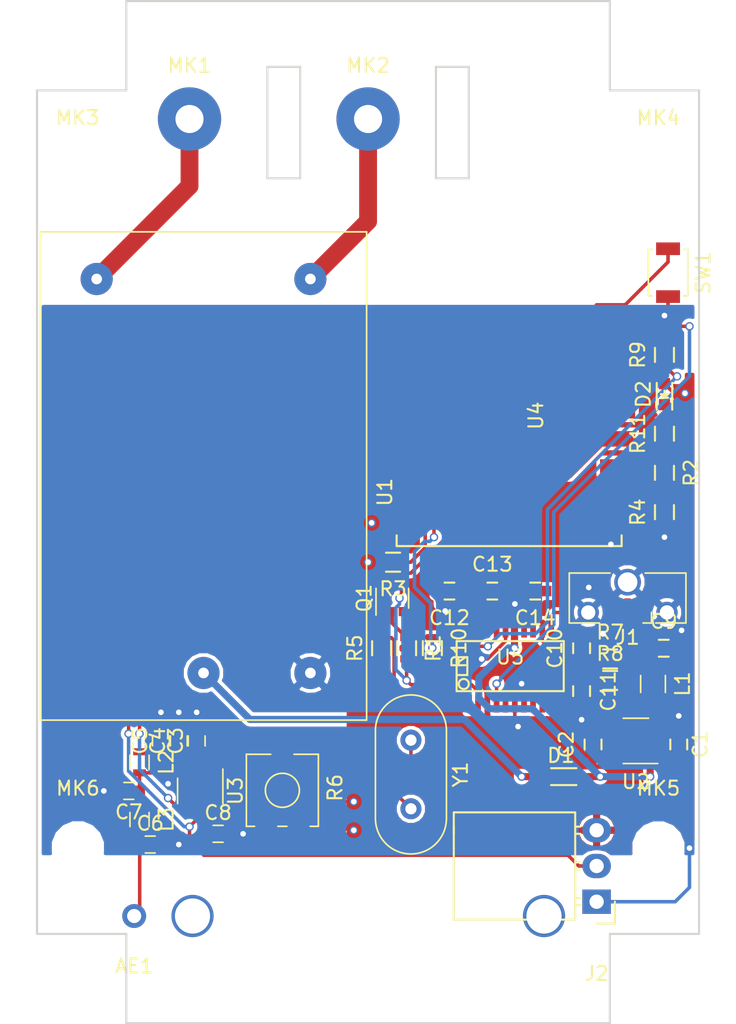
<source format=kicad_pcb>
(kicad_pcb (version 4) (host pcbnew 4.0.7)

  (general
    (links 90)
    (no_connects 0)
    (area 90.679199 65.202999 137.920801 137.997001)
    (thickness 1.6)
    (drawings 20)
    (tracks 319)
    (zones 0)
    (modules 47)
    (nets 33)
  )

  (page A4)
  (layers
    (0 F.Cu signal)
    (31 B.Cu signal)
    (32 B.Adhes user)
    (33 F.Adhes user)
    (34 B.Paste user)
    (35 F.Paste user)
    (36 B.SilkS user)
    (37 F.SilkS user)
    (38 B.Mask user)
    (39 F.Mask user)
    (40 Dwgs.User user)
    (41 Cmts.User user)
    (42 Eco1.User user)
    (43 Eco2.User user)
    (44 Edge.Cuts user)
    (45 Margin user)
    (46 B.CrtYd user)
    (47 F.CrtYd user)
    (48 B.Fab user)
    (49 F.Fab user)
  )

  (setup
    (last_trace_width 0.25)
    (trace_clearance 0.1778)
    (zone_clearance 0.254)
    (zone_45_only yes)
    (trace_min 0.2)
    (segment_width 0.2)
    (edge_width 0.15)
    (via_size 0.6)
    (via_drill 0.4)
    (via_min_size 0.4)
    (via_min_drill 0.3)
    (uvia_size 0.3)
    (uvia_drill 0.1)
    (uvias_allowed no)
    (uvia_min_size 0.2)
    (uvia_min_drill 0.1)
    (pcb_text_width 0.3)
    (pcb_text_size 1.5 1.5)
    (mod_edge_width 0.15)
    (mod_text_size 1 1)
    (mod_text_width 0.15)
    (pad_size 3.2 3.2)
    (pad_drill 3.2)
    (pad_to_mask_clearance 0.2)
    (aux_axis_origin 114.3 101.6)
    (grid_origin 114.3 101.6)
    (visible_elements FFFFFF7F)
    (pcbplotparams
      (layerselection 0x00030_80000001)
      (usegerberextensions false)
      (excludeedgelayer true)
      (linewidth 0.100000)
      (plotframeref false)
      (viasonmask false)
      (mode 1)
      (useauxorigin false)
      (hpglpennumber 1)
      (hpglpenspeed 20)
      (hpglpendiameter 15)
      (hpglpenoverlay 2)
      (psnegative false)
      (psa4output false)
      (plotreference true)
      (plotvalue true)
      (plotinvisibletext false)
      (padsonsilk false)
      (subtractmaskfromsilk false)
      (outputformat 1)
      (mirror false)
      (drillshape 1)
      (scaleselection 1)
      (outputdirectory ""))
  )

  (net 0 "")
  (net 1 GND)
  (net 2 /USBDP)
  (net 3 /USBDM)
  (net 4 +5V)
  (net 5 "Net-(D1-Pad2)")
  (net 6 +3V3)
  (net 7 "Net-(D2-Pad1)")
  (net 8 "Net-(J1-Pad2)")
  (net 9 "Net-(J1-Pad3)")
  (net 10 /RF_MOD)
  (net 11 /RTS)
  (net 12 /GPIO2)
  (net 13 /CH_PD)
  (net 14 /GPIO15)
  (net 15 /DTR)
  (net 16 /USB_RX)
  (net 17 /RESET)
  (net 18 /GPIO0)
  (net 19 /TX)
  (net 20 "Net-(Q1-Pad2)")
  (net 21 "Net-(Q1-Pad5)")
  (net 22 /AC-N)
  (net 23 /AC-L)
  (net 24 "Net-(AE1-Pad1)")
  (net 25 "Net-(C3-Pad1)")
  (net 26 "Net-(C7-Pad1)")
  (net 27 "Net-(C9-Pad1)")
  (net 28 "Net-(C14-Pad1)")
  (net 29 "Net-(R9-Pad2)")
  (net 30 "Net-(U3-Pad1)")
  (net 31 /RF_CLK)
  (net 32 "Net-(U3-Pad8)")

  (net_class Default "This is the default net class."
    (clearance 0.1778)
    (trace_width 0.25)
    (via_dia 0.6)
    (via_drill 0.4)
    (uvia_dia 0.3)
    (uvia_drill 0.1)
    (add_net +3V3)
    (add_net +5V)
    (add_net /AC-L)
    (add_net /AC-N)
    (add_net /CH_PD)
    (add_net /DTR)
    (add_net /GPIO0)
    (add_net /GPIO15)
    (add_net /GPIO2)
    (add_net /RESET)
    (add_net /RF_CLK)
    (add_net /RF_MOD)
    (add_net /RTS)
    (add_net /TX)
    (add_net /USBDM)
    (add_net /USBDP)
    (add_net /USB_RX)
    (add_net GND)
    (add_net "Net-(AE1-Pad1)")
    (add_net "Net-(C14-Pad1)")
    (add_net "Net-(C3-Pad1)")
    (add_net "Net-(C7-Pad1)")
    (add_net "Net-(C9-Pad1)")
    (add_net "Net-(D1-Pad2)")
    (add_net "Net-(D2-Pad1)")
    (add_net "Net-(J1-Pad2)")
    (add_net "Net-(J1-Pad3)")
    (add_net "Net-(Q1-Pad2)")
    (add_net "Net-(Q1-Pad5)")
    (add_net "Net-(R9-Pad2)")
    (add_net "Net-(U3-Pad1)")
    (add_net "Net-(U3-Pad8)")
  )

  (module Connectors_USB:USB_Micro-B_Vertical_Molex-105133-0001 (layer F.Cu) (tedit 5A72AA58) (tstamp 5A6E4EAD)
    (at 132.759145 107.652891 180)
    (descr "Molex Vertical Micro USB Typ-B (http://www.molex.com/pdm_docs/sd/1051330001_sd.pdf)")
    (tags "Micro-USB SMD Typ-B Vertical")
    (path /5A6C1189)
    (attr smd)
    (fp_text reference J1 (at 0 -2.85 180) (layer F.SilkS)
      (effects (font (size 1 1) (thickness 0.15)))
    )
    (fp_text value USB_OTG (at -0.025 3 180) (layer F.Fab)
      (effects (font (size 1 1) (thickness 0.15)))
    )
    (fp_text user %R (at 0 -0.375 180) (layer F.Fab)
      (effects (font (size 1 1) (thickness 0.15)))
    )
    (fp_line (start -4 1.565) (end -4 -1.435) (layer F.Fab) (width 0.1))
    (fp_line (start 4 1.565) (end 4 -1.435) (layer F.Fab) (width 0.1))
    (fp_line (start -4 1.565) (end 4 1.565) (layer F.Fab) (width 0.1))
    (fp_line (start 4 -1.435) (end -4 -1.435) (layer F.Fab) (width 0.1))
    (fp_line (start -1.7 -1.075) (end -1.7 -1.825) (layer F.SilkS) (width 0.12))
    (fp_line (start -1.7 -1.825) (end -1.1 -1.825) (layer F.SilkS) (width 0.12))
    (fp_line (start -2 -1.825) (end -4.15 -1.825) (layer F.SilkS) (width 0.12))
    (fp_line (start 4.15 -1.825) (end 4.15 1.725) (layer F.SilkS) (width 0.12))
    (fp_line (start -4.15 1.725) (end -1.25 1.725) (layer F.SilkS) (width 0.12))
    (fp_line (start -4.15 -1.825) (end -4.15 1.725) (layer F.SilkS) (width 0.12))
    (fp_line (start 4.15 1.725) (end 1.25 1.725) (layer F.SilkS) (width 0.12))
    (fp_line (start 2 -1.825) (end 4.15 -1.825) (layer F.SilkS) (width 0.12))
    (fp_line (start -1.3 -1.675) (end -1.525 -1.85) (layer F.Fab) (width 0.1))
    (fp_line (start -1.525 -2.075) (end -1.075 -2.075) (layer F.Fab) (width 0.1))
    (fp_line (start -1.3 -1.675) (end -1.075 -1.85) (layer F.Fab) (width 0.1))
    (fp_line (start -1.525 -1.85) (end -1.525 -2.075) (layer F.Fab) (width 0.1))
    (fp_line (start -1.075 -2.075) (end -1.075 -1.85) (layer F.Fab) (width 0.1))
    (fp_line (start -4.5 2.13) (end -4.5 -2.13) (layer F.CrtYd) (width 0.05))
    (fp_line (start -4.5 -2.13) (end 4.5 -2.13) (layer F.CrtYd) (width 0.05))
    (fp_line (start -4.5 2.13) (end 4.5 2.13) (layer F.CrtYd) (width 0.05))
    (fp_line (start 4.5 2.13) (end 4.5 -2.13) (layer F.CrtYd) (width 0.05))
    (pad 3 smd rect (at 0 -0.825 180) (size 0.45 1.5) (layers F.Cu F.Paste F.Mask)
      (net 9 "Net-(J1-Pad3)"))
    (pad 4 smd rect (at 0.65 -0.825 180) (size 0.45 1.5) (layers F.Cu F.Paste F.Mask))
    (pad 2 smd rect (at -0.65 -0.825 180) (size 0.45 1.5) (layers F.Cu F.Paste F.Mask)
      (net 8 "Net-(J1-Pad2)"))
    (pad 5 smd rect (at 1.3 -0.825 180) (size 0.45 1.5) (layers F.Cu F.Paste F.Mask)
      (net 1 GND))
    (pad 1 smd rect (at -1.3 -0.825 180) (size 0.45 1.5) (layers F.Cu F.Paste F.Mask)
      (net 27 "Net-(C9-Pad1)"))
    (pad 6 thru_hole circle (at -2.8 -1.075 180) (size 1.524 1.524) (drill 1.016) (layers *.Cu *.Mask)
      (net 1 GND))
    (pad 6 thru_hole circle (at 2.8 -1.075 180) (size 1.524 1.524) (drill 1.016) (layers *.Cu *.Mask)
      (net 1 GND))
    (pad 6 thru_hole circle (at 0 1.075 180) (size 1.905 1.905) (drill 1.397) (layers *.Cu *.Mask)
      (net 1 GND))
    (model ${KISYS3DMOD}/Connectors_USB.3dshapes/USB_Micro-B_Vertical_Molex-105133-0001.step
      (at (xyz 0 0 0))
      (scale (xyz 1 1 1))
      (rotate (xyz 0 0 0))
    )
  )

  (module ESP8266:ESP-12E_SMD (layer F.Cu) (tedit 5A700E39) (tstamp 5A709C30)
    (at 117.348 88.392)
    (descr "Module, ESP-8266, ESP-12, 16 pad, SMD")
    (tags "Module ESP-8266 ESP8266")
    (path /5A6C07DC)
    (fp_text reference U4 (at 8.89 6.35 90) (layer F.SilkS)
      (effects (font (size 1 1) (thickness 0.15)))
    )
    (fp_text value ESP-12E (at 5.08 6.35 90) (layer F.Fab) hide
      (effects (font (size 1 1) (thickness 0.15)))
    )
    (fp_line (start -2.25 -0.5) (end -2.25 -8.75) (layer F.CrtYd) (width 0.05))
    (fp_line (start -2.25 -8.75) (end 15.25 -8.75) (layer F.CrtYd) (width 0.05))
    (fp_line (start 15.25 -8.75) (end 16.25 -8.75) (layer F.CrtYd) (width 0.05))
    (fp_line (start 16.25 -8.75) (end 16.25 16) (layer F.CrtYd) (width 0.05))
    (fp_line (start 16.25 16) (end -2.25 16) (layer F.CrtYd) (width 0.05))
    (fp_line (start -2.25 16) (end -2.25 -0.5) (layer F.CrtYd) (width 0.05))
    (fp_line (start -1.016 -8.382) (end 14.986 -8.382) (layer F.CrtYd) (width 0.1524))
    (fp_line (start 14.986 -8.382) (end 14.986 -0.889) (layer F.CrtYd) (width 0.1524))
    (fp_line (start -1.016 -8.382) (end -1.016 -1.016) (layer F.CrtYd) (width 0.1524))
    (fp_line (start -1.016 14.859) (end -1.016 15.621) (layer F.SilkS) (width 0.1524))
    (fp_line (start -1.016 15.621) (end 14.986 15.621) (layer F.SilkS) (width 0.1524))
    (fp_line (start 14.986 15.621) (end 14.986 14.859) (layer F.SilkS) (width 0.1524))
    (fp_line (start 14.992 -8.4) (end -1.008 -2.6) (layer F.CrtYd) (width 0.1524))
    (fp_line (start -1.008 -8.4) (end 14.992 -2.6) (layer F.CrtYd) (width 0.1524))
    (fp_text user "No Copper" (at 6.892 -5.4) (layer F.CrtYd)
      (effects (font (size 1 1) (thickness 0.15)))
    )
    (fp_line (start -1.008 -2.6) (end 14.992 -2.6) (layer F.CrtYd) (width 0.1524))
    (fp_line (start 15 -8.4) (end 15 15.6) (layer F.Fab) (width 0.05))
    (fp_line (start 14.992 15.6) (end -1.008 15.6) (layer F.Fab) (width 0.05))
    (fp_line (start -1.008 15.6) (end -1.008 -8.4) (layer F.Fab) (width 0.05))
    (fp_line (start -1.008 -8.4) (end 14.992 -8.4) (layer F.Fab) (width 0.05))
    (pad 1 smd rect (at 0 0) (size 2.5 1.1) (drill (offset -0.7 0)) (layers F.Cu F.Paste F.Mask)
      (net 17 /RESET))
    (pad 2 smd rect (at 0 2) (size 2.5 1.1) (drill (offset -0.7 0)) (layers F.Cu F.Paste F.Mask))
    (pad 3 smd rect (at 0 4) (size 2.5 1.1) (drill (offset -0.7 0)) (layers F.Cu F.Paste F.Mask)
      (net 13 /CH_PD))
    (pad 4 smd rect (at 0 6) (size 2.5 1.1) (drill (offset -0.7 0)) (layers F.Cu F.Paste F.Mask)
      (net 10 /RF_MOD))
    (pad 5 smd rect (at 0 8) (size 2.5 1.1) (drill (offset -0.7 0)) (layers F.Cu F.Paste F.Mask)
      (net 31 /RF_CLK))
    (pad 6 smd rect (at 0 10) (size 2.5 1.1) (drill (offset -0.7 0)) (layers F.Cu F.Paste F.Mask))
    (pad 7 smd rect (at 0 12) (size 2.5 1.1) (drill (offset -0.7 0)) (layers F.Cu F.Paste F.Mask))
    (pad 8 smd rect (at 0 14) (size 2.5 1.1) (drill (offset -0.7 0)) (layers F.Cu F.Paste F.Mask)
      (net 6 +3V3))
    (pad 9 smd rect (at 14 14) (size 2.5 1.1) (drill (offset 0.7 0)) (layers F.Cu F.Paste F.Mask)
      (net 1 GND))
    (pad 10 smd rect (at 14 12) (size 2.5 1.1) (drill (offset 0.7 0)) (layers F.Cu F.Paste F.Mask)
      (net 14 /GPIO15))
    (pad 11 smd rect (at 14 10) (size 2.5 1.1) (drill (offset 0.7 0)) (layers F.Cu F.Paste F.Mask)
      (net 12 /GPIO2))
    (pad 12 smd rect (at 14 8) (size 2.5 1.1) (drill (offset 0.7 0)) (layers F.Cu F.Paste F.Mask)
      (net 18 /GPIO0))
    (pad 13 smd rect (at 14 6) (size 2.5 1.1) (drill (offset 0.7 0)) (layers F.Cu F.Paste F.Mask))
    (pad 14 smd rect (at 14 4) (size 2.5 1.1) (drill (offset 0.7 0)) (layers F.Cu F.Paste F.Mask))
    (pad 15 smd rect (at 14 2) (size 2.5 1.1) (drill (offset 0.7 0)) (layers F.Cu F.Paste F.Mask)
      (net 29 "Net-(R9-Pad2)"))
    (pad 16 smd rect (at 14 0) (size 2.5 1.1) (drill (offset 0.7 0)) (layers F.Cu F.Paste F.Mask)
      (net 19 /TX))
    (model ${ESPLIB}/ESP8266.3dshapes/ESP-12.wrl
      (at (xyz 0 0 0))
      (scale (xyz 0.3937 0.3937 0.3937))
      (rotate (xyz 0 0 0))
    )
  )

  (module Pin_Headers:Pin_Header_Angled_1x03 (layer F.Cu) (tedit 5A6FFC82) (tstamp 5A748A2E)
    (at 130.556 129.286 180)
    (descr "Through hole pin header")
    (tags "pin header")
    (path /5A6DA6AD)
    (fp_text reference J2 (at 0 -5.1 180) (layer F.SilkS)
      (effects (font (size 1 1) (thickness 0.15)))
    )
    (fp_text value CONN_01X03 (at 0 -3.1 180) (layer F.Fab)
      (effects (font (size 1 1) (thickness 0.15)))
    )
    (fp_line (start 29.21 -6.35) (end 10.16 -6.35) (layer F.CrtYd) (width 0.254))
    (fp_line (start 29.21 12.7) (end 29.21 -6.35) (layer F.CrtYd) (width 0.254))
    (fp_line (start 10.16 12.7) (end 29.21 12.7) (layer F.CrtYd) (width 0.254))
    (fp_line (start 10.16 -6.35) (end 10.16 12.7) (layer F.CrtYd) (width 0.254))
    (fp_line (start -1.5 -1.75) (end -1.5 6.85) (layer F.CrtYd) (width 0.05))
    (fp_line (start 10.65 -1.75) (end 10.65 6.85) (layer F.CrtYd) (width 0.05))
    (fp_line (start -1.5 -1.75) (end 10.65 -1.75) (layer F.CrtYd) (width 0.05))
    (fp_line (start -1.5 6.85) (end 10.65 6.85) (layer F.CrtYd) (width 0.05))
    (fp_line (start -1.3 -1.55) (end -1.3 0) (layer F.SilkS) (width 0.15))
    (fp_line (start 0 -1.55) (end -1.3 -1.55) (layer F.SilkS) (width 0.15))
    (fp_line (start 1.524 -0.254) (end 1.143 -0.254) (layer F.SilkS) (width 0.15))
    (fp_line (start 1.524 0.254) (end 1.143 0.254) (layer F.SilkS) (width 0.15))
    (fp_line (start 1.524 2.286) (end 1.143 2.286) (layer F.SilkS) (width 0.15))
    (fp_line (start 1.524 2.794) (end 1.143 2.794) (layer F.SilkS) (width 0.15))
    (fp_line (start 1.524 4.826) (end 1.143 4.826) (layer F.SilkS) (width 0.15))
    (fp_line (start 1.524 5.334) (end 1.143 5.334) (layer F.SilkS) (width 0.15))
    (fp_line (start 10.16 1.27) (end 10.16 -1.27) (layer F.SilkS) (width 0.15))
    (fp_line (start 10.16 -0.254) (end 10.16 0.254) (layer F.SilkS) (width 0.15))
    (fp_line (start 1.524 -1.27) (end 1.524 1.27) (layer F.SilkS) (width 0.15))
    (fp_line (start 1.524 -1.27) (end 10.16 -1.27) (layer F.SilkS) (width 0.15))
    (fp_line (start 1.524 3.81) (end 1.524 6.35) (layer F.SilkS) (width 0.15))
    (fp_line (start 10.16 4.826) (end 10.16 5.334) (layer F.SilkS) (width 0.15))
    (fp_line (start 10.16 6.35) (end 10.16 3.81) (layer F.SilkS) (width 0.15))
    (fp_line (start 10.16 3.81) (end 10.16 1.27) (layer F.SilkS) (width 0.15))
    (fp_line (start 10.16 2.286) (end 10.16 2.794) (layer F.SilkS) (width 0.15))
    (fp_line (start 1.524 1.27) (end 1.524 3.81) (layer F.SilkS) (width 0.15))
    (fp_line (start 1.524 6.35) (end 10.16 6.35) (layer F.SilkS) (width 0.15))
    (pad 1 thru_hole rect (at 0 0 180) (size 2.032 1.7272) (drill 1.016) (layers *.Cu *.Mask)
      (net 1 GND))
    (pad 2 thru_hole oval (at 0 2.54 180) (size 2.032 1.7272) (drill 1.016) (layers *.Cu *.Mask)
      (net 10 /RF_MOD))
    (pad 3 thru_hole oval (at 0 5.08 180) (size 2.032 1.7272) (drill 1.016) (layers *.Cu *.Mask)
      (net 6 +3V3))
    (model Pin_Headers.3dshapes/Pin_Header_Angled_1x03.wrl
      (at (xyz 0 -0.1 0))
      (scale (xyz 1 1 1))
      (rotate (xyz 0 0 90))
    )
  )

  (module Capacitors_SMD:C_0603 (layer F.Cu) (tedit 5415D631) (tstamp 5A709B5C)
    (at 135.329145 111.271891)
    (descr "Capacitor SMD 0603, reflow soldering, AVX (see smccp.pdf)")
    (tags "capacitor 0603")
    (path /5A6DD368)
    (attr smd)
    (fp_text reference C9 (at 0 -1.9) (layer F.SilkS)
      (effects (font (size 1 1) (thickness 0.15)))
    )
    (fp_text value 10n (at 0 1.9) (layer F.Fab)
      (effects (font (size 1 1) (thickness 0.15)))
    )
    (fp_line (start -0.8 0.4) (end -0.8 -0.4) (layer F.Fab) (width 0.15))
    (fp_line (start 0.8 0.4) (end -0.8 0.4) (layer F.Fab) (width 0.15))
    (fp_line (start 0.8 -0.4) (end 0.8 0.4) (layer F.Fab) (width 0.15))
    (fp_line (start -0.8 -0.4) (end 0.8 -0.4) (layer F.Fab) (width 0.15))
    (fp_line (start -1.45 -0.75) (end 1.45 -0.75) (layer F.CrtYd) (width 0.05))
    (fp_line (start -1.45 0.75) (end 1.45 0.75) (layer F.CrtYd) (width 0.05))
    (fp_line (start -1.45 -0.75) (end -1.45 0.75) (layer F.CrtYd) (width 0.05))
    (fp_line (start 1.45 -0.75) (end 1.45 0.75) (layer F.CrtYd) (width 0.05))
    (fp_line (start -0.35 -0.6) (end 0.35 -0.6) (layer F.SilkS) (width 0.15))
    (fp_line (start 0.35 0.6) (end -0.35 0.6) (layer F.SilkS) (width 0.15))
    (pad 1 smd rect (at -0.75 0) (size 0.8 0.75) (layers F.Cu F.Paste F.Mask)
      (net 27 "Net-(C9-Pad1)"))
    (pad 2 smd rect (at 0.75 0) (size 0.8 0.75) (layers F.Cu F.Paste F.Mask)
      (net 1 GND))
    (model Capacitors_SMD.3dshapes/C_0603.wrl
      (at (xyz 0 0 0))
      (scale (xyz 1 1 1))
      (rotate (xyz 0 0 0))
    )
  )

  (module Capacitors_SMD:C_0603 (layer F.Cu) (tedit 5415D631) (tstamp 5A709B62)
    (at 129.487145 111.271891 90)
    (descr "Capacitor SMD 0603, reflow soldering, AVX (see smccp.pdf)")
    (tags "capacitor 0603")
    (path /5A6DCE39)
    (attr smd)
    (fp_text reference C10 (at 0 -1.9 90) (layer F.SilkS)
      (effects (font (size 1 1) (thickness 0.15)))
    )
    (fp_text value 47p (at 0 1.9 90) (layer F.Fab)
      (effects (font (size 1 1) (thickness 0.15)))
    )
    (fp_line (start -0.8 0.4) (end -0.8 -0.4) (layer F.Fab) (width 0.15))
    (fp_line (start 0.8 0.4) (end -0.8 0.4) (layer F.Fab) (width 0.15))
    (fp_line (start 0.8 -0.4) (end 0.8 0.4) (layer F.Fab) (width 0.15))
    (fp_line (start -0.8 -0.4) (end 0.8 -0.4) (layer F.Fab) (width 0.15))
    (fp_line (start -1.45 -0.75) (end 1.45 -0.75) (layer F.CrtYd) (width 0.05))
    (fp_line (start -1.45 0.75) (end 1.45 0.75) (layer F.CrtYd) (width 0.05))
    (fp_line (start -1.45 -0.75) (end -1.45 0.75) (layer F.CrtYd) (width 0.05))
    (fp_line (start 1.45 -0.75) (end 1.45 0.75) (layer F.CrtYd) (width 0.05))
    (fp_line (start -0.35 -0.6) (end 0.35 -0.6) (layer F.SilkS) (width 0.15))
    (fp_line (start 0.35 0.6) (end -0.35 0.6) (layer F.SilkS) (width 0.15))
    (pad 1 smd rect (at -0.75 0 90) (size 0.8 0.75) (layers F.Cu F.Paste F.Mask)
      (net 2 /USBDP))
    (pad 2 smd rect (at 0.75 0 90) (size 0.8 0.75) (layers F.Cu F.Paste F.Mask)
      (net 1 GND))
    (model Capacitors_SMD.3dshapes/C_0603.wrl
      (at (xyz 0 0 0))
      (scale (xyz 1 1 1))
      (rotate (xyz 0 0 0))
    )
  )

  (module Capacitors_SMD:C_0603 (layer F.Cu) (tedit 5415D631) (tstamp 5A709B68)
    (at 129.487145 114.319891 270)
    (descr "Capacitor SMD 0603, reflow soldering, AVX (see smccp.pdf)")
    (tags "capacitor 0603")
    (path /5A6DCF41)
    (attr smd)
    (fp_text reference C11 (at 0 -1.9 270) (layer F.SilkS)
      (effects (font (size 1 1) (thickness 0.15)))
    )
    (fp_text value 47p (at 0 1.9 270) (layer F.Fab)
      (effects (font (size 1 1) (thickness 0.15)))
    )
    (fp_line (start -0.8 0.4) (end -0.8 -0.4) (layer F.Fab) (width 0.15))
    (fp_line (start 0.8 0.4) (end -0.8 0.4) (layer F.Fab) (width 0.15))
    (fp_line (start 0.8 -0.4) (end 0.8 0.4) (layer F.Fab) (width 0.15))
    (fp_line (start -0.8 -0.4) (end 0.8 -0.4) (layer F.Fab) (width 0.15))
    (fp_line (start -1.45 -0.75) (end 1.45 -0.75) (layer F.CrtYd) (width 0.05))
    (fp_line (start -1.45 0.75) (end 1.45 0.75) (layer F.CrtYd) (width 0.05))
    (fp_line (start -1.45 -0.75) (end -1.45 0.75) (layer F.CrtYd) (width 0.05))
    (fp_line (start 1.45 -0.75) (end 1.45 0.75) (layer F.CrtYd) (width 0.05))
    (fp_line (start -0.35 -0.6) (end 0.35 -0.6) (layer F.SilkS) (width 0.15))
    (fp_line (start 0.35 0.6) (end -0.35 0.6) (layer F.SilkS) (width 0.15))
    (pad 1 smd rect (at -0.75 0 270) (size 0.8 0.75) (layers F.Cu F.Paste F.Mask)
      (net 3 /USBDM))
    (pad 2 smd rect (at 0.75 0 270) (size 0.8 0.75) (layers F.Cu F.Paste F.Mask)
      (net 1 GND))
    (model Capacitors_SMD.3dshapes/C_0603.wrl
      (at (xyz 0 0 0))
      (scale (xyz 1 1 1))
      (rotate (xyz 0 0 0))
    )
  )

  (module Capacitors_SMD:C_0603 (layer F.Cu) (tedit 5415D631) (tstamp 5A709B6E)
    (at 120.089145 107.207891 180)
    (descr "Capacitor SMD 0603, reflow soldering, AVX (see smccp.pdf)")
    (tags "capacitor 0603")
    (path /5A6DDE8E)
    (attr smd)
    (fp_text reference C12 (at 0 -1.9 180) (layer F.SilkS)
      (effects (font (size 1 1) (thickness 0.15)))
    )
    (fp_text value 100n (at 0 1.9 180) (layer F.Fab)
      (effects (font (size 1 1) (thickness 0.15)))
    )
    (fp_line (start -0.8 0.4) (end -0.8 -0.4) (layer F.Fab) (width 0.15))
    (fp_line (start 0.8 0.4) (end -0.8 0.4) (layer F.Fab) (width 0.15))
    (fp_line (start 0.8 -0.4) (end 0.8 0.4) (layer F.Fab) (width 0.15))
    (fp_line (start -0.8 -0.4) (end 0.8 -0.4) (layer F.Fab) (width 0.15))
    (fp_line (start -1.45 -0.75) (end 1.45 -0.75) (layer F.CrtYd) (width 0.05))
    (fp_line (start -1.45 0.75) (end 1.45 0.75) (layer F.CrtYd) (width 0.05))
    (fp_line (start -1.45 -0.75) (end -1.45 0.75) (layer F.CrtYd) (width 0.05))
    (fp_line (start 1.45 -0.75) (end 1.45 0.75) (layer F.CrtYd) (width 0.05))
    (fp_line (start -0.35 -0.6) (end 0.35 -0.6) (layer F.SilkS) (width 0.15))
    (fp_line (start 0.35 0.6) (end -0.35 0.6) (layer F.SilkS) (width 0.15))
    (pad 1 smd rect (at -0.75 0 180) (size 0.8 0.75) (layers F.Cu F.Paste F.Mask)
      (net 4 +5V))
    (pad 2 smd rect (at 0.75 0 180) (size 0.8 0.75) (layers F.Cu F.Paste F.Mask)
      (net 1 GND))
    (model Capacitors_SMD.3dshapes/C_0603.wrl
      (at (xyz 0 0 0))
      (scale (xyz 1 1 1))
      (rotate (xyz 0 0 0))
    )
  )

  (module Capacitors_SMD:C_0603 (layer F.Cu) (tedit 5415D631) (tstamp 5A709B74)
    (at 123.137145 107.207891)
    (descr "Capacitor SMD 0603, reflow soldering, AVX (see smccp.pdf)")
    (tags "capacitor 0603")
    (path /5A6DDF09)
    (attr smd)
    (fp_text reference C13 (at 0 -1.9) (layer F.SilkS)
      (effects (font (size 1 1) (thickness 0.15)))
    )
    (fp_text value 4.7u (at 0 1.9) (layer F.Fab)
      (effects (font (size 1 1) (thickness 0.15)))
    )
    (fp_line (start -0.8 0.4) (end -0.8 -0.4) (layer F.Fab) (width 0.15))
    (fp_line (start 0.8 0.4) (end -0.8 0.4) (layer F.Fab) (width 0.15))
    (fp_line (start 0.8 -0.4) (end 0.8 0.4) (layer F.Fab) (width 0.15))
    (fp_line (start -0.8 -0.4) (end 0.8 -0.4) (layer F.Fab) (width 0.15))
    (fp_line (start -1.45 -0.75) (end 1.45 -0.75) (layer F.CrtYd) (width 0.05))
    (fp_line (start -1.45 0.75) (end 1.45 0.75) (layer F.CrtYd) (width 0.05))
    (fp_line (start -1.45 -0.75) (end -1.45 0.75) (layer F.CrtYd) (width 0.05))
    (fp_line (start 1.45 -0.75) (end 1.45 0.75) (layer F.CrtYd) (width 0.05))
    (fp_line (start -0.35 -0.6) (end 0.35 -0.6) (layer F.SilkS) (width 0.15))
    (fp_line (start 0.35 0.6) (end -0.35 0.6) (layer F.SilkS) (width 0.15))
    (pad 1 smd rect (at -0.75 0) (size 0.8 0.75) (layers F.Cu F.Paste F.Mask)
      (net 4 +5V))
    (pad 2 smd rect (at 0.75 0) (size 0.8 0.75) (layers F.Cu F.Paste F.Mask)
      (net 1 GND))
    (model Capacitors_SMD.3dshapes/C_0603.wrl
      (at (xyz 0 0 0))
      (scale (xyz 1 1 1))
      (rotate (xyz 0 0 0))
    )
  )

  (module Capacitors_SMD:C_0603 (layer F.Cu) (tedit 5415D631) (tstamp 5A709B7A)
    (at 126.185145 107.207891 180)
    (descr "Capacitor SMD 0603, reflow soldering, AVX (see smccp.pdf)")
    (tags "capacitor 0603")
    (path /5A6D6685)
    (attr smd)
    (fp_text reference C14 (at 0 -1.9 180) (layer F.SilkS)
      (effects (font (size 1 1) (thickness 0.15)))
    )
    (fp_text value 100n (at 0 1.9 180) (layer F.Fab)
      (effects (font (size 1 1) (thickness 0.15)))
    )
    (fp_line (start -0.8 0.4) (end -0.8 -0.4) (layer F.Fab) (width 0.15))
    (fp_line (start 0.8 0.4) (end -0.8 0.4) (layer F.Fab) (width 0.15))
    (fp_line (start 0.8 -0.4) (end 0.8 0.4) (layer F.Fab) (width 0.15))
    (fp_line (start -0.8 -0.4) (end 0.8 -0.4) (layer F.Fab) (width 0.15))
    (fp_line (start -1.45 -0.75) (end 1.45 -0.75) (layer F.CrtYd) (width 0.05))
    (fp_line (start -1.45 0.75) (end 1.45 0.75) (layer F.CrtYd) (width 0.05))
    (fp_line (start -1.45 -0.75) (end -1.45 0.75) (layer F.CrtYd) (width 0.05))
    (fp_line (start 1.45 -0.75) (end 1.45 0.75) (layer F.CrtYd) (width 0.05))
    (fp_line (start -0.35 -0.6) (end 0.35 -0.6) (layer F.SilkS) (width 0.15))
    (fp_line (start 0.35 0.6) (end -0.35 0.6) (layer F.SilkS) (width 0.15))
    (pad 1 smd rect (at -0.75 0 180) (size 0.8 0.75) (layers F.Cu F.Paste F.Mask)
      (net 28 "Net-(C14-Pad1)"))
    (pad 2 smd rect (at 0.75 0 180) (size 0.8 0.75) (layers F.Cu F.Paste F.Mask)
      (net 1 GND))
    (model Capacitors_SMD.3dshapes/C_0603.wrl
      (at (xyz 0 0 0))
      (scale (xyz 1 1 1))
      (rotate (xyz 0 0 0))
    )
  )

  (module Diodes_SMD:D_0603 (layer F.Cu) (tedit 574BBA57) (tstamp 5A709B80)
    (at 128.016 120.396 180)
    (descr "Diode SMD in 0603 package")
    (tags "smd diode")
    (path /5A6D84E9)
    (attr smd)
    (fp_text reference D1 (at 0 1.5 180) (layer F.SilkS)
      (effects (font (size 1 1) (thickness 0.15)))
    )
    (fp_text value D (at -2.032 0 180) (layer F.Fab)
      (effects (font (size 1 1) (thickness 0.15)))
    )
    (fp_line (start 1.5 0.8) (end 1.5 -0.8) (layer F.CrtYd) (width 0.05))
    (fp_line (start -1.5 0.8) (end 1.5 0.8) (layer F.CrtYd) (width 0.05))
    (fp_line (start -1.5 -0.8) (end -1.5 0.8) (layer F.CrtYd) (width 0.05))
    (fp_line (start 1.5 -0.8) (end -1.5 -0.8) (layer F.CrtYd) (width 0.05))
    (fp_line (start 0.2 0) (end 0.4 0) (layer F.Fab) (width 0.15))
    (fp_line (start -0.1 0) (end -0.3 0) (layer F.Fab) (width 0.15))
    (fp_line (start -0.1 -0.2) (end -0.1 0.2) (layer F.Fab) (width 0.15))
    (fp_line (start 0.2 0.2) (end 0.2 -0.2) (layer F.Fab) (width 0.15))
    (fp_line (start -0.1 0) (end 0.2 0.2) (layer F.Fab) (width 0.15))
    (fp_line (start 0.2 -0.2) (end -0.1 0) (layer F.Fab) (width 0.15))
    (fp_line (start -0.8 0.5) (end -0.8 -0.5) (layer F.Fab) (width 0.15))
    (fp_line (start 0.8 0.5) (end -0.8 0.5) (layer F.Fab) (width 0.15))
    (fp_line (start 0.8 -0.5) (end 0.8 0.5) (layer F.Fab) (width 0.15))
    (fp_line (start -0.8 -0.5) (end 0.8 -0.5) (layer F.Fab) (width 0.15))
    (fp_line (start -1.1 0.6) (end 0.7 0.6) (layer F.SilkS) (width 0.15))
    (fp_line (start -1.1 -0.6) (end 0.7 -0.6) (layer F.SilkS) (width 0.15))
    (pad 1 smd rect (at -0.85 0 180) (size 0.6 0.8) (layers F.Cu F.Paste F.Mask)
      (net 4 +5V))
    (pad 2 smd rect (at 0.85 0 180) (size 0.6 0.8) (layers F.Cu F.Paste F.Mask)
      (net 5 "Net-(D1-Pad2)"))
  )

  (module LEDs:LED_0603 (layer F.Cu) (tedit 55BDE255) (tstamp 5A709B86)
    (at 135.382 93.218 90)
    (descr "LED 0603 smd package")
    (tags "LED led 0603 SMD smd SMT smt smdled SMDLED smtled SMTLED")
    (path /5A6D98E9)
    (attr smd)
    (fp_text reference D2 (at 0 -1.5 90) (layer F.SilkS)
      (effects (font (size 1 1) (thickness 0.15)))
    )
    (fp_text value LED (at 0 1.5 90) (layer F.Fab)
      (effects (font (size 1 1) (thickness 0.15)))
    )
    (fp_line (start -0.3 -0.2) (end -0.3 0.2) (layer F.Fab) (width 0.15))
    (fp_line (start -0.2 0) (end 0.1 -0.2) (layer F.Fab) (width 0.15))
    (fp_line (start 0.1 0.2) (end -0.2 0) (layer F.Fab) (width 0.15))
    (fp_line (start 0.1 -0.2) (end 0.1 0.2) (layer F.Fab) (width 0.15))
    (fp_line (start 0.8 0.4) (end -0.8 0.4) (layer F.Fab) (width 0.15))
    (fp_line (start 0.8 -0.4) (end 0.8 0.4) (layer F.Fab) (width 0.15))
    (fp_line (start -0.8 -0.4) (end 0.8 -0.4) (layer F.Fab) (width 0.15))
    (fp_line (start -0.8 0.4) (end -0.8 -0.4) (layer F.Fab) (width 0.15))
    (fp_line (start -1.1 0.55) (end 0.8 0.55) (layer F.SilkS) (width 0.15))
    (fp_line (start -1.1 -0.55) (end 0.8 -0.55) (layer F.SilkS) (width 0.15))
    (fp_line (start -0.2 0) (end 0.25 0) (layer F.SilkS) (width 0.15))
    (fp_line (start -0.25 -0.25) (end -0.25 0.25) (layer F.SilkS) (width 0.15))
    (fp_line (start -0.25 0) (end 0 -0.25) (layer F.SilkS) (width 0.15))
    (fp_line (start 0 -0.25) (end 0 0.25) (layer F.SilkS) (width 0.15))
    (fp_line (start 0 0.25) (end -0.25 0) (layer F.SilkS) (width 0.15))
    (fp_line (start 1.4 -0.75) (end 1.4 0.75) (layer F.CrtYd) (width 0.05))
    (fp_line (start 1.4 0.75) (end -1.4 0.75) (layer F.CrtYd) (width 0.05))
    (fp_line (start -1.4 0.75) (end -1.4 -0.75) (layer F.CrtYd) (width 0.05))
    (fp_line (start -1.4 -0.75) (end 1.4 -0.75) (layer F.CrtYd) (width 0.05))
    (pad 2 smd rect (at 0.7493 0 270) (size 0.79756 0.79756) (layers F.Cu F.Paste F.Mask)
      (net 6 +3V3))
    (pad 1 smd rect (at -0.7493 0 270) (size 0.79756 0.79756) (layers F.Cu F.Paste F.Mask)
      (net 7 "Net-(D2-Pad1)"))
    (model LEDs.3dshapes/LED_0603.wrl
      (at (xyz 0 0 0))
      (scale (xyz 1 1 1))
      (rotate (xyz 0 0 180))
    )
  )

  (module Inductors_SMD:L_0805 (layer F.Cu) (tedit 58307B54) (tstamp 5A709BA9)
    (at 134.567145 113.811891 270)
    (descr "Resistor SMD 0805, reflow soldering, Vishay (see dcrcw.pdf)")
    (tags "resistor 0805")
    (path /5A6DC777)
    (attr smd)
    (fp_text reference L1 (at 0 -2.1 270) (layer F.SilkS)
      (effects (font (size 1 1) (thickness 0.15)))
    )
    (fp_text value Ferrite_Bead (at 0 2.1 270) (layer F.Fab)
      (effects (font (size 1 1) (thickness 0.15)))
    )
    (fp_line (start -1 0.62) (end -1 -0.62) (layer F.Fab) (width 0.1))
    (fp_line (start 1 0.62) (end -1 0.62) (layer F.Fab) (width 0.1))
    (fp_line (start 1 -0.62) (end 1 0.62) (layer F.Fab) (width 0.1))
    (fp_line (start -1 -0.62) (end 1 -0.62) (layer F.Fab) (width 0.1))
    (fp_line (start -1.6 -1) (end 1.6 -1) (layer F.CrtYd) (width 0.05))
    (fp_line (start -1.6 1) (end 1.6 1) (layer F.CrtYd) (width 0.05))
    (fp_line (start -1.6 -1) (end -1.6 1) (layer F.CrtYd) (width 0.05))
    (fp_line (start 1.6 -1) (end 1.6 1) (layer F.CrtYd) (width 0.05))
    (fp_line (start 0.6 0.88) (end -0.6 0.88) (layer F.SilkS) (width 0.12))
    (fp_line (start -0.6 -0.88) (end 0.6 -0.88) (layer F.SilkS) (width 0.12))
    (pad 1 smd rect (at -0.95 0 270) (size 0.7 1.3) (layers F.Cu F.Paste F.Mask)
      (net 27 "Net-(C9-Pad1)"))
    (pad 2 smd rect (at 0.95 0 270) (size 0.7 1.3) (layers F.Cu F.Paste F.Mask)
      (net 4 +5V))
    (model Inductors_SMD.3dshapes\L_0805.wrl
      (at (xyz 0 0 0))
      (scale (xyz 1 1 1))
      (rotate (xyz 0 0 0))
    )
  )

  (module Resistors_SMD:R_0603 (layer F.Cu) (tedit 58307A47) (tstamp 5A709BAF)
    (at 117.041145 111.271891 270)
    (descr "Resistor SMD 0603, reflow soldering, Vishay (see dcrcw.pdf)")
    (tags "resistor 0603")
    (path /5A6C1A50)
    (attr smd)
    (fp_text reference R1 (at 0 -1.9 270) (layer F.SilkS)
      (effects (font (size 1 1) (thickness 0.15)))
    )
    (fp_text value 10K (at 0 1.9 270) (layer F.Fab)
      (effects (font (size 1 1) (thickness 0.15)))
    )
    (fp_line (start -0.8 0.4) (end -0.8 -0.4) (layer F.Fab) (width 0.1))
    (fp_line (start 0.8 0.4) (end -0.8 0.4) (layer F.Fab) (width 0.1))
    (fp_line (start 0.8 -0.4) (end 0.8 0.4) (layer F.Fab) (width 0.1))
    (fp_line (start -0.8 -0.4) (end 0.8 -0.4) (layer F.Fab) (width 0.1))
    (fp_line (start -1.3 -0.8) (end 1.3 -0.8) (layer F.CrtYd) (width 0.05))
    (fp_line (start -1.3 0.8) (end 1.3 0.8) (layer F.CrtYd) (width 0.05))
    (fp_line (start -1.3 -0.8) (end -1.3 0.8) (layer F.CrtYd) (width 0.05))
    (fp_line (start 1.3 -0.8) (end 1.3 0.8) (layer F.CrtYd) (width 0.05))
    (fp_line (start 0.5 0.675) (end -0.5 0.675) (layer F.SilkS) (width 0.15))
    (fp_line (start -0.5 -0.675) (end 0.5 -0.675) (layer F.SilkS) (width 0.15))
    (pad 1 smd rect (at -0.75 0 270) (size 0.5 0.9) (layers F.Cu F.Paste F.Mask)
      (net 20 "Net-(Q1-Pad2)"))
    (pad 2 smd rect (at 0.75 0 270) (size 0.5 0.9) (layers F.Cu F.Paste F.Mask)
      (net 11 /RTS))
    (model Resistors_SMD.3dshapes/R_0603.wrl
      (at (xyz 0 0 0))
      (scale (xyz 1 1 1))
      (rotate (xyz 0 0 0))
    )
  )

  (module Resistors_SMD:R_0603 (layer F.Cu) (tedit 58307A47) (tstamp 5A709BB5)
    (at 135.382 98.806 270)
    (descr "Resistor SMD 0603, reflow soldering, Vishay (see dcrcw.pdf)")
    (tags "resistor 0603")
    (path /5A6C1C43)
    (attr smd)
    (fp_text reference R2 (at 0 -1.9 270) (layer F.SilkS)
      (effects (font (size 1 1) (thickness 0.15)))
    )
    (fp_text value 10K (at 0 1.9 270) (layer F.Fab)
      (effects (font (size 1 1) (thickness 0.15)))
    )
    (fp_line (start -0.8 0.4) (end -0.8 -0.4) (layer F.Fab) (width 0.1))
    (fp_line (start 0.8 0.4) (end -0.8 0.4) (layer F.Fab) (width 0.1))
    (fp_line (start 0.8 -0.4) (end 0.8 0.4) (layer F.Fab) (width 0.1))
    (fp_line (start -0.8 -0.4) (end 0.8 -0.4) (layer F.Fab) (width 0.1))
    (fp_line (start -1.3 -0.8) (end 1.3 -0.8) (layer F.CrtYd) (width 0.05))
    (fp_line (start -1.3 0.8) (end 1.3 0.8) (layer F.CrtYd) (width 0.05))
    (fp_line (start -1.3 -0.8) (end -1.3 0.8) (layer F.CrtYd) (width 0.05))
    (fp_line (start 1.3 -0.8) (end 1.3 0.8) (layer F.CrtYd) (width 0.05))
    (fp_line (start 0.5 0.675) (end -0.5 0.675) (layer F.SilkS) (width 0.15))
    (fp_line (start -0.5 -0.675) (end 0.5 -0.675) (layer F.SilkS) (width 0.15))
    (pad 1 smd rect (at -0.75 0 270) (size 0.5 0.9) (layers F.Cu F.Paste F.Mask)
      (net 12 /GPIO2))
    (pad 2 smd rect (at 0.75 0 270) (size 0.5 0.9) (layers F.Cu F.Paste F.Mask)
      (net 6 +3V3))
    (model Resistors_SMD.3dshapes/R_0603.wrl
      (at (xyz 0 0 0))
      (scale (xyz 1 1 1))
      (rotate (xyz 0 0 0))
    )
  )

  (module Resistors_SMD:R_0603 (layer F.Cu) (tedit 58307A47) (tstamp 5A709BBB)
    (at 116.078 105.156 180)
    (descr "Resistor SMD 0603, reflow soldering, Vishay (see dcrcw.pdf)")
    (tags "resistor 0603")
    (path /5A6C1D2F)
    (attr smd)
    (fp_text reference R3 (at 0 -1.9 180) (layer F.SilkS)
      (effects (font (size 1 1) (thickness 0.15)))
    )
    (fp_text value 10K (at 0 1.9 180) (layer F.Fab)
      (effects (font (size 1 1) (thickness 0.15)))
    )
    (fp_line (start -0.8 0.4) (end -0.8 -0.4) (layer F.Fab) (width 0.1))
    (fp_line (start 0.8 0.4) (end -0.8 0.4) (layer F.Fab) (width 0.1))
    (fp_line (start 0.8 -0.4) (end 0.8 0.4) (layer F.Fab) (width 0.1))
    (fp_line (start -0.8 -0.4) (end 0.8 -0.4) (layer F.Fab) (width 0.1))
    (fp_line (start -1.3 -0.8) (end 1.3 -0.8) (layer F.CrtYd) (width 0.05))
    (fp_line (start -1.3 0.8) (end 1.3 0.8) (layer F.CrtYd) (width 0.05))
    (fp_line (start -1.3 -0.8) (end -1.3 0.8) (layer F.CrtYd) (width 0.05))
    (fp_line (start 1.3 -0.8) (end 1.3 0.8) (layer F.CrtYd) (width 0.05))
    (fp_line (start 0.5 0.675) (end -0.5 0.675) (layer F.SilkS) (width 0.15))
    (fp_line (start -0.5 -0.675) (end 0.5 -0.675) (layer F.SilkS) (width 0.15))
    (pad 1 smd rect (at -0.75 0 180) (size 0.5 0.9) (layers F.Cu F.Paste F.Mask)
      (net 13 /CH_PD))
    (pad 2 smd rect (at 0.75 0 180) (size 0.5 0.9) (layers F.Cu F.Paste F.Mask)
      (net 6 +3V3))
    (model Resistors_SMD.3dshapes/R_0603.wrl
      (at (xyz 0 0 0))
      (scale (xyz 1 1 1))
      (rotate (xyz 0 0 0))
    )
  )

  (module Resistors_SMD:R_0603 (layer F.Cu) (tedit 58307A47) (tstamp 5A709BC1)
    (at 135.382 101.6 90)
    (descr "Resistor SMD 0603, reflow soldering, Vishay (see dcrcw.pdf)")
    (tags "resistor 0603")
    (path /5A6D5DDA)
    (attr smd)
    (fp_text reference R4 (at 0 -1.9 90) (layer F.SilkS)
      (effects (font (size 1 1) (thickness 0.15)))
    )
    (fp_text value 4.7K (at 0 1.9 90) (layer F.Fab)
      (effects (font (size 1 1) (thickness 0.15)))
    )
    (fp_line (start -0.8 0.4) (end -0.8 -0.4) (layer F.Fab) (width 0.1))
    (fp_line (start 0.8 0.4) (end -0.8 0.4) (layer F.Fab) (width 0.1))
    (fp_line (start 0.8 -0.4) (end 0.8 0.4) (layer F.Fab) (width 0.1))
    (fp_line (start -0.8 -0.4) (end 0.8 -0.4) (layer F.Fab) (width 0.1))
    (fp_line (start -1.3 -0.8) (end 1.3 -0.8) (layer F.CrtYd) (width 0.05))
    (fp_line (start -1.3 0.8) (end 1.3 0.8) (layer F.CrtYd) (width 0.05))
    (fp_line (start -1.3 -0.8) (end -1.3 0.8) (layer F.CrtYd) (width 0.05))
    (fp_line (start 1.3 -0.8) (end 1.3 0.8) (layer F.CrtYd) (width 0.05))
    (fp_line (start 0.5 0.675) (end -0.5 0.675) (layer F.SilkS) (width 0.15))
    (fp_line (start -0.5 -0.675) (end 0.5 -0.675) (layer F.SilkS) (width 0.15))
    (pad 1 smd rect (at -0.75 0 90) (size 0.5 0.9) (layers F.Cu F.Paste F.Mask)
      (net 1 GND))
    (pad 2 smd rect (at 0.75 0 90) (size 0.5 0.9) (layers F.Cu F.Paste F.Mask)
      (net 14 /GPIO15))
    (model Resistors_SMD.3dshapes/R_0603.wrl
      (at (xyz 0 0 0))
      (scale (xyz 1 1 1))
      (rotate (xyz 0 0 0))
    )
  )

  (module Resistors_SMD:R_0603 (layer F.Cu) (tedit 58307A47) (tstamp 5A709BC7)
    (at 115.263145 111.271891 90)
    (descr "Resistor SMD 0603, reflow soldering, Vishay (see dcrcw.pdf)")
    (tags "resistor 0603")
    (path /5A6C1AAF)
    (attr smd)
    (fp_text reference R5 (at 0 -1.9 90) (layer F.SilkS)
      (effects (font (size 1 1) (thickness 0.15)))
    )
    (fp_text value 10K (at 0 1.9 90) (layer F.Fab)
      (effects (font (size 1 1) (thickness 0.15)))
    )
    (fp_line (start -0.8 0.4) (end -0.8 -0.4) (layer F.Fab) (width 0.1))
    (fp_line (start 0.8 0.4) (end -0.8 0.4) (layer F.Fab) (width 0.1))
    (fp_line (start 0.8 -0.4) (end 0.8 0.4) (layer F.Fab) (width 0.1))
    (fp_line (start -0.8 -0.4) (end 0.8 -0.4) (layer F.Fab) (width 0.1))
    (fp_line (start -1.3 -0.8) (end 1.3 -0.8) (layer F.CrtYd) (width 0.05))
    (fp_line (start -1.3 0.8) (end 1.3 0.8) (layer F.CrtYd) (width 0.05))
    (fp_line (start -1.3 -0.8) (end -1.3 0.8) (layer F.CrtYd) (width 0.05))
    (fp_line (start 1.3 -0.8) (end 1.3 0.8) (layer F.CrtYd) (width 0.05))
    (fp_line (start 0.5 0.675) (end -0.5 0.675) (layer F.SilkS) (width 0.15))
    (fp_line (start -0.5 -0.675) (end 0.5 -0.675) (layer F.SilkS) (width 0.15))
    (pad 1 smd rect (at -0.75 0 90) (size 0.5 0.9) (layers F.Cu F.Paste F.Mask)
      (net 21 "Net-(Q1-Pad5)"))
    (pad 2 smd rect (at 0.75 0 90) (size 0.5 0.9) (layers F.Cu F.Paste F.Mask)
      (net 15 /DTR))
    (model Resistors_SMD.3dshapes/R_0603.wrl
      (at (xyz 0 0 0))
      (scale (xyz 1 1 1))
      (rotate (xyz 0 0 0))
    )
  )

  (module Resistors_SMD:R_0603 (layer F.Cu) (tedit 58307A47) (tstamp 5A709BCD)
    (at 131.519145 112.033891)
    (descr "Resistor SMD 0603, reflow soldering, Vishay (see dcrcw.pdf)")
    (tags "resistor 0603")
    (path /5A6DB70C)
    (attr smd)
    (fp_text reference R7 (at 0 -1.9) (layer F.SilkS)
      (effects (font (size 1 1) (thickness 0.15)))
    )
    (fp_text value 27 (at 0 1.9) (layer F.Fab)
      (effects (font (size 1 1) (thickness 0.15)))
    )
    (fp_line (start -0.8 0.4) (end -0.8 -0.4) (layer F.Fab) (width 0.1))
    (fp_line (start 0.8 0.4) (end -0.8 0.4) (layer F.Fab) (width 0.1))
    (fp_line (start 0.8 -0.4) (end 0.8 0.4) (layer F.Fab) (width 0.1))
    (fp_line (start -0.8 -0.4) (end 0.8 -0.4) (layer F.Fab) (width 0.1))
    (fp_line (start -1.3 -0.8) (end 1.3 -0.8) (layer F.CrtYd) (width 0.05))
    (fp_line (start -1.3 0.8) (end 1.3 0.8) (layer F.CrtYd) (width 0.05))
    (fp_line (start -1.3 -0.8) (end -1.3 0.8) (layer F.CrtYd) (width 0.05))
    (fp_line (start 1.3 -0.8) (end 1.3 0.8) (layer F.CrtYd) (width 0.05))
    (fp_line (start 0.5 0.675) (end -0.5 0.675) (layer F.SilkS) (width 0.15))
    (fp_line (start -0.5 -0.675) (end 0.5 -0.675) (layer F.SilkS) (width 0.15))
    (pad 1 smd rect (at -0.75 0) (size 0.5 0.9) (layers F.Cu F.Paste F.Mask)
      (net 2 /USBDP))
    (pad 2 smd rect (at 0.75 0) (size 0.5 0.9) (layers F.Cu F.Paste F.Mask)
      (net 9 "Net-(J1-Pad3)"))
    (model Resistors_SMD.3dshapes/R_0603.wrl
      (at (xyz 0 0 0))
      (scale (xyz 1 1 1))
      (rotate (xyz 0 0 0))
    )
  )

  (module Resistors_SMD:R_0603 (layer F.Cu) (tedit 58307A47) (tstamp 5A709BD3)
    (at 135.382 90.424 90)
    (descr "Resistor SMD 0603, reflow soldering, Vishay (see dcrcw.pdf)")
    (tags "resistor 0603")
    (path /5A6C1BC2)
    (attr smd)
    (fp_text reference R9 (at 0 -1.9 90) (layer F.SilkS)
      (effects (font (size 1 1) (thickness 0.15)))
    )
    (fp_text value 1K (at 0 1.9 90) (layer F.Fab)
      (effects (font (size 1 1) (thickness 0.15)))
    )
    (fp_line (start -0.8 0.4) (end -0.8 -0.4) (layer F.Fab) (width 0.1))
    (fp_line (start 0.8 0.4) (end -0.8 0.4) (layer F.Fab) (width 0.1))
    (fp_line (start 0.8 -0.4) (end 0.8 0.4) (layer F.Fab) (width 0.1))
    (fp_line (start -0.8 -0.4) (end 0.8 -0.4) (layer F.Fab) (width 0.1))
    (fp_line (start -1.3 -0.8) (end 1.3 -0.8) (layer F.CrtYd) (width 0.05))
    (fp_line (start -1.3 0.8) (end 1.3 0.8) (layer F.CrtYd) (width 0.05))
    (fp_line (start -1.3 -0.8) (end -1.3 0.8) (layer F.CrtYd) (width 0.05))
    (fp_line (start 1.3 -0.8) (end 1.3 0.8) (layer F.CrtYd) (width 0.05))
    (fp_line (start 0.5 0.675) (end -0.5 0.675) (layer F.SilkS) (width 0.15))
    (fp_line (start -0.5 -0.675) (end 0.5 -0.675) (layer F.SilkS) (width 0.15))
    (pad 1 smd rect (at -0.75 0 90) (size 0.5 0.9) (layers F.Cu F.Paste F.Mask)
      (net 16 /USB_RX))
    (pad 2 smd rect (at 0.75 0 90) (size 0.5 0.9) (layers F.Cu F.Paste F.Mask)
      (net 29 "Net-(R9-Pad2)"))
    (model Resistors_SMD.3dshapes/R_0603.wrl
      (at (xyz 0 0 0))
      (scale (xyz 1 1 1))
      (rotate (xyz 0 0 0))
    )
  )

  (module Resistors_SMD:R_0603 (layer F.Cu) (tedit 58307A47) (tstamp 5A709BD9)
    (at 131.519145 113.557891)
    (descr "Resistor SMD 0603, reflow soldering, Vishay (see dcrcw.pdf)")
    (tags "resistor 0603")
    (path /5A6DB967)
    (attr smd)
    (fp_text reference R8 (at 0 -1.9) (layer F.SilkS)
      (effects (font (size 1 1) (thickness 0.15)))
    )
    (fp_text value 27 (at 0 1.9) (layer F.Fab)
      (effects (font (size 1 1) (thickness 0.15)))
    )
    (fp_line (start -0.8 0.4) (end -0.8 -0.4) (layer F.Fab) (width 0.1))
    (fp_line (start 0.8 0.4) (end -0.8 0.4) (layer F.Fab) (width 0.1))
    (fp_line (start 0.8 -0.4) (end 0.8 0.4) (layer F.Fab) (width 0.1))
    (fp_line (start -0.8 -0.4) (end 0.8 -0.4) (layer F.Fab) (width 0.1))
    (fp_line (start -1.3 -0.8) (end 1.3 -0.8) (layer F.CrtYd) (width 0.05))
    (fp_line (start -1.3 0.8) (end 1.3 0.8) (layer F.CrtYd) (width 0.05))
    (fp_line (start -1.3 -0.8) (end -1.3 0.8) (layer F.CrtYd) (width 0.05))
    (fp_line (start 1.3 -0.8) (end 1.3 0.8) (layer F.CrtYd) (width 0.05))
    (fp_line (start 0.5 0.675) (end -0.5 0.675) (layer F.SilkS) (width 0.15))
    (fp_line (start -0.5 -0.675) (end 0.5 -0.675) (layer F.SilkS) (width 0.15))
    (pad 1 smd rect (at -0.75 0) (size 0.5 0.9) (layers F.Cu F.Paste F.Mask)
      (net 3 /USBDM))
    (pad 2 smd rect (at 0.75 0) (size 0.5 0.9) (layers F.Cu F.Paste F.Mask)
      (net 8 "Net-(J1-Pad2)"))
    (model Resistors_SMD.3dshapes/R_0603.wrl
      (at (xyz 0 0 0))
      (scale (xyz 1 1 1))
      (rotate (xyz 0 0 0))
    )
  )

  (module Resistors_SMD:R_0603 (layer F.Cu) (tedit 58307A47) (tstamp 5A709BDF)
    (at 118.872 111.264 270)
    (descr "Resistor SMD 0603, reflow soldering, Vishay (see dcrcw.pdf)")
    (tags "resistor 0603")
    (path /5A6D58A0)
    (attr smd)
    (fp_text reference R10 (at 0 -1.9 270) (layer F.SilkS)
      (effects (font (size 1 1) (thickness 0.15)))
    )
    (fp_text value 10K (at 0 1.9 270) (layer F.Fab)
      (effects (font (size 1 1) (thickness 0.15)))
    )
    (fp_line (start -0.8 0.4) (end -0.8 -0.4) (layer F.Fab) (width 0.1))
    (fp_line (start 0.8 0.4) (end -0.8 0.4) (layer F.Fab) (width 0.1))
    (fp_line (start 0.8 -0.4) (end 0.8 0.4) (layer F.Fab) (width 0.1))
    (fp_line (start -0.8 -0.4) (end 0.8 -0.4) (layer F.Fab) (width 0.1))
    (fp_line (start -1.3 -0.8) (end 1.3 -0.8) (layer F.CrtYd) (width 0.05))
    (fp_line (start -1.3 0.8) (end 1.3 0.8) (layer F.CrtYd) (width 0.05))
    (fp_line (start -1.3 -0.8) (end -1.3 0.8) (layer F.CrtYd) (width 0.05))
    (fp_line (start 1.3 -0.8) (end 1.3 0.8) (layer F.CrtYd) (width 0.05))
    (fp_line (start 0.5 0.675) (end -0.5 0.675) (layer F.SilkS) (width 0.15))
    (fp_line (start -0.5 -0.675) (end 0.5 -0.675) (layer F.SilkS) (width 0.15))
    (pad 1 smd rect (at -0.75 0 270) (size 0.5 0.9) (layers F.Cu F.Paste F.Mask)
      (net 17 /RESET))
    (pad 2 smd rect (at 0.75 0 270) (size 0.5 0.9) (layers F.Cu F.Paste F.Mask)
      (net 6 +3V3))
    (model Resistors_SMD.3dshapes/R_0603.wrl
      (at (xyz 0 0 0))
      (scale (xyz 1 1 1))
      (rotate (xyz 0 0 0))
    )
  )

  (module Resistors_SMD:R_0603 (layer F.Cu) (tedit 58307A47) (tstamp 5A709BE5)
    (at 135.382 96.024 90)
    (descr "Resistor SMD 0603, reflow soldering, Vishay (see dcrcw.pdf)")
    (tags "resistor 0603")
    (path /5A6D9973)
    (attr smd)
    (fp_text reference R11 (at 0 -1.9 90) (layer F.SilkS)
      (effects (font (size 1 1) (thickness 0.15)))
    )
    (fp_text value 1K (at 0 1.9 90) (layer F.Fab)
      (effects (font (size 1 1) (thickness 0.15)))
    )
    (fp_line (start -0.8 0.4) (end -0.8 -0.4) (layer F.Fab) (width 0.1))
    (fp_line (start 0.8 0.4) (end -0.8 0.4) (layer F.Fab) (width 0.1))
    (fp_line (start 0.8 -0.4) (end 0.8 0.4) (layer F.Fab) (width 0.1))
    (fp_line (start -0.8 -0.4) (end 0.8 -0.4) (layer F.Fab) (width 0.1))
    (fp_line (start -1.3 -0.8) (end 1.3 -0.8) (layer F.CrtYd) (width 0.05))
    (fp_line (start -1.3 0.8) (end 1.3 0.8) (layer F.CrtYd) (width 0.05))
    (fp_line (start -1.3 -0.8) (end -1.3 0.8) (layer F.CrtYd) (width 0.05))
    (fp_line (start 1.3 -0.8) (end 1.3 0.8) (layer F.CrtYd) (width 0.05))
    (fp_line (start 0.5 0.675) (end -0.5 0.675) (layer F.SilkS) (width 0.15))
    (fp_line (start -0.5 -0.675) (end 0.5 -0.675) (layer F.SilkS) (width 0.15))
    (pad 1 smd rect (at -0.75 0 90) (size 0.5 0.9) (layers F.Cu F.Paste F.Mask)
      (net 18 /GPIO0))
    (pad 2 smd rect (at 0.75 0 90) (size 0.5 0.9) (layers F.Cu F.Paste F.Mask)
      (net 7 "Net-(D2-Pad1)"))
    (model Resistors_SMD.3dshapes/R_0603.wrl
      (at (xyz 0 0 0))
      (scale (xyz 1 1 1))
      (rotate (xyz 0 0 0))
    )
  )

  (module Converters_DCDC_ACDC:ACDC-Converter_MeanWell-IRM-02-x (layer F.Cu) (tedit 58388E98) (tstamp 5A709C02)
    (at 110.196 85.03 270)
    (descr "ACDC-Converter, 2W, Meanwell, IRM-02, THT")
    (path /5A6D8199)
    (fp_text reference U1 (at 15.15 -5.3 270) (layer F.SilkS)
      (effects (font (size 1 1) (thickness 0.15)))
    )
    (fp_text value IRM-02-5 (at 14.15 20.7 270) (layer F.Fab)
      (effects (font (size 1 1) (thickness 0.15)))
    )
    (fp_line (start -3.6 19.45) (end -3.6 -4.25) (layer F.CrtYd) (width 0.05))
    (fp_line (start -3.6 -4.25) (end 31.6 -4.25) (layer F.CrtYd) (width 0.05))
    (fp_line (start 31.6 19.45) (end 31.6 -4.25) (layer F.CrtYd) (width 0.05))
    (fp_line (start -3.6 19.45) (end 31.6 19.45) (layer F.CrtYd) (width 0.05))
    (fp_line (start -3.35 19.2) (end -3.35 -4) (layer F.SilkS) (width 0.12))
    (fp_line (start 31.35 -4) (end 31.35 19.2) (layer F.SilkS) (width 0.12))
    (fp_line (start -3.35 -4) (end 31.35 -4) (layer F.SilkS) (width 0.12))
    (fp_line (start -3.35 19.2) (end 31.35 19.2) (layer F.SilkS) (width 0.12))
    (fp_line (start -2.85 18.7) (end 30.85 18.7) (layer F.Fab) (width 0.1))
    (fp_line (start 30.85 18.7) (end 30.85 -3.5) (layer F.Fab) (width 0.1))
    (fp_line (start -2.85 18.7) (end -2.85 -3.5) (layer F.Fab) (width 0.1))
    (fp_line (start -2.85 -3.5) (end 30.85 -3.5) (layer F.Fab) (width 0.1))
    (fp_circle (center -1.4 -2.03) (end -1.4 -1.91) (layer F.Fab) (width 0.1))
    (pad 1 thru_hole circle (at 0 0 270) (size 2.29 2.29) (drill 0.76) (layers *.Cu *.Mask)
      (net 22 /AC-N))
    (pad 2 thru_hole circle (at 0 15.2 270) (size 2.29 2.29) (drill 0.76) (layers *.Cu *.Mask)
      (net 23 /AC-L))
    (pad 3 thru_hole circle (at 28 0 270) (size 2.29 2.29) (drill 0.76) (layers *.Cu *.Mask)
      (net 1 GND))
    (pad 4 thru_hole circle (at 28 7.6 270) (size 2.29 2.29) (drill 0.76) (layers *.Cu *.Mask)
      (net 5 "Net-(D1-Pad2)"))
  )

  (module SMD_Packages:SSOP-20 (layer F.Cu) (tedit 0) (tstamp 5A709C48)
    (at 124.407145 112.541891)
    (descr "SSOP 20 pins")
    (tags "CMS SSOP SMD")
    (path /5A6C25FD)
    (attr smd)
    (fp_text reference U5 (at 0 -0.635) (layer F.SilkS)
      (effects (font (size 1 1) (thickness 0.15)))
    )
    (fp_text value FT231XS (at 0 0.635) (layer F.Fab)
      (effects (font (size 1 1) (thickness 0.15)))
    )
    (fp_line (start 3.81 -1.778) (end -3.81 -1.778) (layer F.SilkS) (width 0.15))
    (fp_line (start -3.81 1.778) (end 3.81 1.778) (layer F.SilkS) (width 0.15))
    (fp_line (start 3.81 -1.778) (end 3.81 1.778) (layer F.SilkS) (width 0.15))
    (fp_line (start -3.81 1.778) (end -3.81 -1.778) (layer F.SilkS) (width 0.15))
    (fp_circle (center -3.302 1.27) (end -3.556 1.016) (layer F.SilkS) (width 0.15))
    (fp_line (start -3.81 -0.635) (end -3.048 -0.635) (layer F.SilkS) (width 0.15))
    (fp_line (start -3.048 -0.635) (end -3.048 0.635) (layer F.SilkS) (width 0.15))
    (fp_line (start -3.048 0.635) (end -3.81 0.635) (layer F.SilkS) (width 0.15))
    (pad 1 smd rect (at -2.921 2.667) (size 0.4064 1.27) (layers F.Cu F.Paste F.Mask)
      (net 15 /DTR))
    (pad 2 smd rect (at -2.286 2.667) (size 0.4064 1.27) (layers F.Cu F.Paste F.Mask)
      (net 11 /RTS))
    (pad 3 smd rect (at -1.6256 2.667) (size 0.4064 1.27) (layers F.Cu F.Paste F.Mask)
      (net 6 +3V3))
    (pad 4 smd rect (at -0.9652 2.667) (size 0.4064 1.27) (layers F.Cu F.Paste F.Mask)
      (net 19 /TX))
    (pad 5 smd rect (at -0.3302 2.667) (size 0.4064 1.27) (layers F.Cu F.Paste F.Mask))
    (pad 6 smd rect (at 0.3302 2.667) (size 0.4064 1.27) (layers F.Cu F.Paste F.Mask)
      (net 1 GND))
    (pad 7 smd rect (at 0.9906 2.667) (size 0.4064 1.27) (layers F.Cu F.Paste F.Mask))
    (pad 8 smd rect (at 1.6256 2.667) (size 0.4064 1.27) (layers F.Cu F.Paste F.Mask))
    (pad 9 smd rect (at 2.286 2.667) (size 0.4064 1.27) (layers F.Cu F.Paste F.Mask))
    (pad 10 smd rect (at 2.921 2.667) (size 0.4064 1.27) (layers F.Cu F.Paste F.Mask))
    (pad 11 smd rect (at 2.921 -2.667) (size 0.4064 1.27) (layers F.Cu F.Paste F.Mask)
      (net 2 /USBDP))
    (pad 12 smd rect (at 2.286 -2.667) (size 0.4064 1.27) (layers F.Cu F.Paste F.Mask)
      (net 3 /USBDM))
    (pad 13 smd rect (at 1.6256 -2.667) (size 0.4064 1.27) (layers F.Cu F.Paste F.Mask)
      (net 28 "Net-(C14-Pad1)"))
    (pad 14 smd rect (at 0.9906 -2.667) (size 0.4064 1.27) (layers F.Cu F.Paste F.Mask)
      (net 28 "Net-(C14-Pad1)"))
    (pad 15 smd rect (at 0.3302 -2.667) (size 0.4064 1.27) (layers F.Cu F.Paste F.Mask)
      (net 4 +5V))
    (pad 16 smd rect (at -0.3302 -2.667) (size 0.4064 1.27) (layers F.Cu F.Paste F.Mask)
      (net 1 GND))
    (pad 17 smd rect (at -0.9652 -2.667) (size 0.4064 1.27) (layers F.Cu F.Paste F.Mask))
    (pad 18 smd rect (at -1.6256 -2.667) (size 0.4064 1.27) (layers F.Cu F.Paste F.Mask))
    (pad 19 smd rect (at -2.286 -2.667) (size 0.4064 1.27) (layers F.Cu F.Paste F.Mask))
    (pad 20 smd rect (at -2.921 -2.667) (size 0.4064 1.27) (layers F.Cu F.Paste F.Mask)
      (net 16 /USB_RX))
    (model SMD_Packages.3dshapes/SSOP-20.wrl
      (at (xyz 0 0 0))
      (scale (xyz 0.255 0.33 0.3))
      (rotate (xyz 0 0 0))
    )
  )

  (module TO_SOT_Packages_SMD:SOT-363_SC-70-6 (layer F.Cu) (tedit 585EA0FD) (tstamp 5A7241B3)
    (at 116.025145 107.715891 90)
    (descr "SOT-363, SC-70-6")
    (path /5A6C193C)
    (attr smd)
    (fp_text reference Q1 (at 0 -2 90) (layer F.SilkS)
      (effects (font (size 1 1) (thickness 0.15)))
    )
    (fp_text value MBT2222ADW1T1 (at 0 2 270) (layer F.Fab)
      (effects (font (size 1 1) (thickness 0.15)))
    )
    (fp_line (start 0.7 -1.16) (end -1.2 -1.16) (layer F.SilkS) (width 0.12))
    (fp_line (start -0.7 1.16) (end 0.7 1.16) (layer F.SilkS) (width 0.12))
    (fp_line (start 1.6 1.4) (end 1.6 -1.4) (layer F.CrtYd) (width 0.05))
    (fp_line (start -1.6 -1.4) (end -1.6 1.4) (layer F.CrtYd) (width 0.05))
    (fp_line (start -1.6 -1.4) (end 1.6 -1.4) (layer F.CrtYd) (width 0.05))
    (fp_line (start 0.675 -1.1) (end -0.175 -1.1) (layer F.Fab) (width 0.1))
    (fp_line (start -0.675 -0.6) (end -0.675 1.1) (layer F.Fab) (width 0.1))
    (fp_line (start -1.6 1.4) (end 1.6 1.4) (layer F.CrtYd) (width 0.05))
    (fp_line (start 0.675 -1.1) (end 0.675 1.1) (layer F.Fab) (width 0.1))
    (fp_line (start 0.675 1.1) (end -0.675 1.1) (layer F.Fab) (width 0.1))
    (fp_line (start -0.175 -1.1) (end -0.675 -0.6) (layer F.Fab) (width 0.1))
    (pad 1 smd rect (at -0.95 -0.65 90) (size 0.65 0.4) (layers F.Cu F.Paste F.Mask)
      (net 15 /DTR))
    (pad 3 smd rect (at -0.95 0.65 90) (size 0.65 0.4) (layers F.Cu F.Paste F.Mask)
      (net 17 /RESET))
    (pad 5 smd rect (at 0.95 0 90) (size 0.65 0.4) (layers F.Cu F.Paste F.Mask)
      (net 21 "Net-(Q1-Pad5)"))
    (pad 2 smd rect (at -0.95 0 90) (size 0.65 0.4) (layers F.Cu F.Paste F.Mask)
      (net 20 "Net-(Q1-Pad2)"))
    (pad 4 smd rect (at 0.95 0.65 90) (size 0.65 0.4) (layers F.Cu F.Paste F.Mask)
      (net 11 /RTS))
    (pad 6 smd rect (at 0.95 -0.65 90) (size 0.65 0.4) (layers F.Cu F.Paste F.Mask)
      (net 18 /GPIO0))
  )

  (module Mounting_Holes:MountingHole_3.2mm_M3 (layer F.Cu) (tedit 56D1B4CB) (tstamp 5A724238)
    (at 93.6498 77.7748)
    (descr "Mounting Hole 3.2mm, no annular, M3")
    (tags "mounting hole 3.2mm no annular m3")
    (path /5A6C1045)
    (fp_text reference MK3 (at 0 -4.2) (layer F.SilkS)
      (effects (font (size 1 1) (thickness 0.15)))
    )
    (fp_text value Mounting_Hole (at 0 4.2) (layer F.Fab)
      (effects (font (size 1 1) (thickness 0.15)))
    )
    (fp_circle (center 0 0) (end 3.2 0) (layer Cmts.User) (width 0.15))
    (fp_circle (center 0 0) (end 3.45 0) (layer F.CrtYd) (width 0.05))
    (pad 1 np_thru_hole circle (at 0 0) (size 3.2 3.2) (drill 3.2) (layers *.Cu *.Mask))
  )

  (module Mounting_Holes:MountingHole_3.2mm_M3 (layer F.Cu) (tedit 56D1B4CB) (tstamp 5A72423D)
    (at 134.9502 77.7748)
    (descr "Mounting Hole 3.2mm, no annular, M3")
    (tags "mounting hole 3.2mm no annular m3")
    (path /5A6C1084)
    (fp_text reference MK4 (at 0 -4.2) (layer F.SilkS)
      (effects (font (size 1 1) (thickness 0.15)))
    )
    (fp_text value Mounting_Hole (at 0 4.2) (layer F.Fab)
      (effects (font (size 1 1) (thickness 0.15)))
    )
    (fp_circle (center 0 0) (end 3.2 0) (layer Cmts.User) (width 0.15))
    (fp_circle (center 0 0) (end 3.45 0) (layer F.CrtYd) (width 0.05))
    (pad 1 np_thru_hole circle (at 0 0) (size 3.2 3.2) (drill 3.2) (layers *.Cu *.Mask))
  )

  (module Mounting_Holes:MountingHole_3.2mm_M3 (layer F.Cu) (tedit 56D1B4CB) (tstamp 5A724242)
    (at 134.9502 125.4252)
    (descr "Mounting Hole 3.2mm, no annular, M3")
    (tags "mounting hole 3.2mm no annular m3")
    (path /5A6C10BD)
    (fp_text reference MK5 (at 0 -4.2) (layer F.SilkS)
      (effects (font (size 1 1) (thickness 0.15)))
    )
    (fp_text value Mounting_Hole (at 0 4.2) (layer F.Fab)
      (effects (font (size 1 1) (thickness 0.15)))
    )
    (fp_circle (center 0 0) (end 3.2 0) (layer Cmts.User) (width 0.15))
    (fp_circle (center 0 0) (end 3.45 0) (layer F.CrtYd) (width 0.05))
    (pad 1 np_thru_hole circle (at 0 0) (size 3.2 3.2) (drill 3.2) (layers *.Cu *.Mask))
  )

  (module Mounting_Holes:MountingHole_3.2mm_M3 (layer F.Cu) (tedit 56D1B4CB) (tstamp 5A724247)
    (at 93.660594 125.422834)
    (descr "Mounting Hole 3.2mm, no annular, M3")
    (tags "mounting hole 3.2mm no annular m3")
    (path /5A6C10E3)
    (fp_text reference MK6 (at 0 -4.2) (layer F.SilkS)
      (effects (font (size 1 1) (thickness 0.15)))
    )
    (fp_text value Mounting_Hole (at 0 4.2) (layer F.Fab)
      (effects (font (size 1 1) (thickness 0.15)))
    )
    (fp_circle (center 0 0) (end 3.2 0) (layer Cmts.User) (width 0.15))
    (fp_circle (center 0 0) (end 3.45 0) (layer F.CrtYd) (width 0.05))
    (pad 1 np_thru_hole circle (at 0 0) (size 3.2 3.2) (drill 3.2) (layers *.Cu *.Mask))
  )

  (module Wire_Pads:SolderWirePad_single_2mmDrill (layer F.Cu) (tedit 0) (tstamp 5A72652D)
    (at 101.6 73.66)
    (path /5A6D8288)
    (fp_text reference MK1 (at 0 -3.81) (layer F.SilkS)
      (effects (font (size 1 1) (thickness 0.15)))
    )
    (fp_text value Mounting_Hole_PAD (at -0.6604 5.715) (layer F.Fab)
      (effects (font (size 1 1) (thickness 0.15)))
    )
    (pad 1 thru_hole circle (at 0 0) (size 4.50088 4.50088) (drill 1.99898) (layers *.Cu *.Mask)
      (net 23 /AC-L))
  )

  (module Wire_Pads:SolderWirePad_single_2mmDrill (layer F.Cu) (tedit 0) (tstamp 5A726531)
    (at 114.3 73.66)
    (path /5A6D82E1)
    (fp_text reference MK2 (at 0 -3.81) (layer F.SilkS)
      (effects (font (size 1 1) (thickness 0.15)))
    )
    (fp_text value Mounting_Hole_PAD (at -0.5334 5.334) (layer F.Fab)
      (effects (font (size 1 1) (thickness 0.15)))
    )
    (pad 1 thru_hole circle (at 0 0) (size 4.50088 4.50088) (drill 1.99898) (layers *.Cu *.Mask)
      (net 22 /AC-N))
  )

  (module TO_SOT_Packages_SMD:SOT-23-5 (layer F.Cu) (tedit 583F3A3F) (tstamp 5A7AB7FC)
    (at 133.35 117.856 180)
    (descr "5-pin SOT23 package")
    (tags SOT-23-5)
    (path /5A6E659F)
    (attr smd)
    (fp_text reference U2 (at 0 -2.9 180) (layer F.SilkS)
      (effects (font (size 1 1) (thickness 0.15)))
    )
    (fp_text value AP2127K-3.3 (at 0 2.9 180) (layer F.Fab)
      (effects (font (size 1 1) (thickness 0.15)))
    )
    (fp_line (start -0.9 1.61) (end 0.9 1.61) (layer F.SilkS) (width 0.12))
    (fp_line (start 0.9 -1.61) (end -1.55 -1.61) (layer F.SilkS) (width 0.12))
    (fp_line (start -1.9 -1.8) (end 1.9 -1.8) (layer F.CrtYd) (width 0.05))
    (fp_line (start 1.9 -1.8) (end 1.9 1.8) (layer F.CrtYd) (width 0.05))
    (fp_line (start 1.9 1.8) (end -1.9 1.8) (layer F.CrtYd) (width 0.05))
    (fp_line (start -1.9 1.8) (end -1.9 -1.8) (layer F.CrtYd) (width 0.05))
    (fp_line (start 0.9 -1.55) (end -0.9 -1.55) (layer F.Fab) (width 0.15))
    (fp_line (start -0.9 -1.55) (end -0.9 1.55) (layer F.Fab) (width 0.15))
    (fp_line (start 0.9 1.55) (end -0.9 1.55) (layer F.Fab) (width 0.15))
    (fp_line (start 0.9 -1.55) (end 0.9 1.55) (layer F.Fab) (width 0.15))
    (pad 1 smd rect (at -1.1 -0.95 180) (size 1.06 0.65) (layers F.Cu F.Paste F.Mask)
      (net 4 +5V))
    (pad 2 smd rect (at -1.1 0 180) (size 1.06 0.65) (layers F.Cu F.Paste F.Mask)
      (net 1 GND))
    (pad 3 smd rect (at -1.1 0.95 180) (size 1.06 0.65) (layers F.Cu F.Paste F.Mask)
      (net 4 +5V))
    (pad 4 smd rect (at 1.1 0.95 180) (size 1.06 0.65) (layers F.Cu F.Paste F.Mask))
    (pad 5 smd rect (at 1.1 -0.95 180) (size 1.06 0.65) (layers F.Cu F.Paste F.Mask)
      (net 6 +3V3))
    (model TO_SOT_Packages_SMD.3dshapes/SOT-23-5.wrl
      (at (xyz 0 0 0))
      (scale (xyz 1 1 1))
      (rotate (xyz 0 0 0))
    )
  )

  (module Capacitors_SMD:C_0603 (layer F.Cu) (tedit 5415D631) (tstamp 5A7DE239)
    (at 136.398 118.11 90)
    (descr "Capacitor SMD 0603, reflow soldering, AVX (see smccp.pdf)")
    (tags "capacitor 0603")
    (path /5A6E73F3)
    (attr smd)
    (fp_text reference C1 (at 0 1.524 90) (layer F.SilkS)
      (effects (font (size 1 1) (thickness 0.15)))
    )
    (fp_text value 1u (at 0 1.9 90) (layer F.Fab)
      (effects (font (size 1 1) (thickness 0.15)))
    )
    (fp_line (start -0.8 0.4) (end -0.8 -0.4) (layer F.Fab) (width 0.15))
    (fp_line (start 0.8 0.4) (end -0.8 0.4) (layer F.Fab) (width 0.15))
    (fp_line (start 0.8 -0.4) (end 0.8 0.4) (layer F.Fab) (width 0.15))
    (fp_line (start -0.8 -0.4) (end 0.8 -0.4) (layer F.Fab) (width 0.15))
    (fp_line (start -1.45 -0.75) (end 1.45 -0.75) (layer F.CrtYd) (width 0.05))
    (fp_line (start -1.45 0.75) (end 1.45 0.75) (layer F.CrtYd) (width 0.05))
    (fp_line (start -1.45 -0.75) (end -1.45 0.75) (layer F.CrtYd) (width 0.05))
    (fp_line (start 1.45 -0.75) (end 1.45 0.75) (layer F.CrtYd) (width 0.05))
    (fp_line (start -0.35 -0.6) (end 0.35 -0.6) (layer F.SilkS) (width 0.15))
    (fp_line (start 0.35 0.6) (end -0.35 0.6) (layer F.SilkS) (width 0.15))
    (pad 1 smd rect (at -0.75 0 90) (size 0.8 0.75) (layers F.Cu F.Paste F.Mask)
      (net 4 +5V))
    (pad 2 smd rect (at 0.75 0 90) (size 0.8 0.75) (layers F.Cu F.Paste F.Mask)
      (net 1 GND))
    (model Capacitors_SMD.3dshapes/C_0603.wrl
      (at (xyz 0 0 0))
      (scale (xyz 1 1 1))
      (rotate (xyz 0 0 0))
    )
  )

  (module Capacitors_SMD:C_0603 (layer F.Cu) (tedit 5415D631) (tstamp 5A7DE23F)
    (at 130.302 118.11 90)
    (descr "Capacitor SMD 0603, reflow soldering, AVX (see smccp.pdf)")
    (tags "capacitor 0603")
    (path /5A6E7481)
    (attr smd)
    (fp_text reference C2 (at 0 -1.9 90) (layer F.SilkS)
      (effects (font (size 1 1) (thickness 0.15)))
    )
    (fp_text value 1u (at 0 1.9 90) (layer F.Fab)
      (effects (font (size 1 1) (thickness 0.15)))
    )
    (fp_line (start -0.8 0.4) (end -0.8 -0.4) (layer F.Fab) (width 0.15))
    (fp_line (start 0.8 0.4) (end -0.8 0.4) (layer F.Fab) (width 0.15))
    (fp_line (start 0.8 -0.4) (end 0.8 0.4) (layer F.Fab) (width 0.15))
    (fp_line (start -0.8 -0.4) (end 0.8 -0.4) (layer F.Fab) (width 0.15))
    (fp_line (start -1.45 -0.75) (end 1.45 -0.75) (layer F.CrtYd) (width 0.05))
    (fp_line (start -1.45 0.75) (end 1.45 0.75) (layer F.CrtYd) (width 0.05))
    (fp_line (start -1.45 -0.75) (end -1.45 0.75) (layer F.CrtYd) (width 0.05))
    (fp_line (start 1.45 -0.75) (end 1.45 0.75) (layer F.CrtYd) (width 0.05))
    (fp_line (start -0.35 -0.6) (end 0.35 -0.6) (layer F.SilkS) (width 0.15))
    (fp_line (start 0.35 0.6) (end -0.35 0.6) (layer F.SilkS) (width 0.15))
    (pad 1 smd rect (at -0.75 0 90) (size 0.8 0.75) (layers F.Cu F.Paste F.Mask)
      (net 6 +3V3))
    (pad 2 smd rect (at 0.75 0 90) (size 0.8 0.75) (layers F.Cu F.Paste F.Mask)
      (net 1 GND))
    (model Capacitors_SMD.3dshapes/C_0603.wrl
      (at (xyz 0 0 0))
      (scale (xyz 1 1 1))
      (rotate (xyz 0 0 0))
    )
  )

  (module Capacitors_SMD:C_0603 (layer F.Cu) (tedit 59958EE7) (tstamp 5A773DAF)
    (at 102.108 117.856 90)
    (descr "Capacitor SMD 0603, reflow soldering, AVX (see smccp.pdf)")
    (tags "capacitor 0603")
    (path /5A766CAC)
    (attr smd)
    (fp_text reference C3 (at 0 -1.5 90) (layer F.SilkS)
      (effects (font (size 1 1) (thickness 0.15)))
    )
    (fp_text value 100n (at 0 1.5 90) (layer F.Fab)
      (effects (font (size 1 1) (thickness 0.15)))
    )
    (fp_line (start 1.4 0.65) (end -1.4 0.65) (layer F.CrtYd) (width 0.05))
    (fp_line (start 1.4 0.65) (end 1.4 -0.65) (layer F.CrtYd) (width 0.05))
    (fp_line (start -1.4 -0.65) (end -1.4 0.65) (layer F.CrtYd) (width 0.05))
    (fp_line (start -1.4 -0.65) (end 1.4 -0.65) (layer F.CrtYd) (width 0.05))
    (fp_line (start 0.35 0.6) (end -0.35 0.6) (layer F.SilkS) (width 0.12))
    (fp_line (start -0.35 -0.6) (end 0.35 -0.6) (layer F.SilkS) (width 0.12))
    (fp_line (start -0.8 -0.4) (end 0.8 -0.4) (layer F.Fab) (width 0.1))
    (fp_line (start 0.8 -0.4) (end 0.8 0.4) (layer F.Fab) (width 0.1))
    (fp_line (start 0.8 0.4) (end -0.8 0.4) (layer F.Fab) (width 0.1))
    (fp_line (start -0.8 0.4) (end -0.8 -0.4) (layer F.Fab) (width 0.1))
    (fp_text user %R (at 0 0 90) (layer F.Fab)
      (effects (font (size 0.3 0.3) (thickness 0.075)))
    )
    (pad 2 smd rect (at 0.75 0 90) (size 0.8 0.75) (layers F.Cu F.Paste F.Mask)
      (net 1 GND))
    (pad 1 smd rect (at -0.75 0 90) (size 0.8 0.75) (layers F.Cu F.Paste F.Mask)
      (net 25 "Net-(C3-Pad1)"))
    (model Capacitors_SMD.3dshapes/C_0603.wrl
      (at (xyz 0 0 0))
      (scale (xyz 1 1 1))
      (rotate (xyz 0 0 0))
    )
  )

  (module Capacitors_SMD:C_0603 (layer F.Cu) (tedit 59958EE7) (tstamp 5A773DC0)
    (at 100.838 117.856 90)
    (descr "Capacitor SMD 0603, reflow soldering, AVX (see smccp.pdf)")
    (tags "capacitor 0603")
    (path /5A766DB2)
    (attr smd)
    (fp_text reference C4 (at 0 -1.5 90) (layer F.SilkS)
      (effects (font (size 1 1) (thickness 0.15)))
    )
    (fp_text value 220p (at 0 1.5 90) (layer F.Fab)
      (effects (font (size 1 1) (thickness 0.15)))
    )
    (fp_line (start 1.4 0.65) (end -1.4 0.65) (layer F.CrtYd) (width 0.05))
    (fp_line (start 1.4 0.65) (end 1.4 -0.65) (layer F.CrtYd) (width 0.05))
    (fp_line (start -1.4 -0.65) (end -1.4 0.65) (layer F.CrtYd) (width 0.05))
    (fp_line (start -1.4 -0.65) (end 1.4 -0.65) (layer F.CrtYd) (width 0.05))
    (fp_line (start 0.35 0.6) (end -0.35 0.6) (layer F.SilkS) (width 0.12))
    (fp_line (start -0.35 -0.6) (end 0.35 -0.6) (layer F.SilkS) (width 0.12))
    (fp_line (start -0.8 -0.4) (end 0.8 -0.4) (layer F.Fab) (width 0.1))
    (fp_line (start 0.8 -0.4) (end 0.8 0.4) (layer F.Fab) (width 0.1))
    (fp_line (start 0.8 0.4) (end -0.8 0.4) (layer F.Fab) (width 0.1))
    (fp_line (start -0.8 0.4) (end -0.8 -0.4) (layer F.Fab) (width 0.1))
    (fp_text user %R (at 0 0 90) (layer F.Fab)
      (effects (font (size 0.3 0.3) (thickness 0.075)))
    )
    (pad 2 smd rect (at 0.75 0 90) (size 0.8 0.75) (layers F.Cu F.Paste F.Mask)
      (net 1 GND))
    (pad 1 smd rect (at -0.75 0 90) (size 0.8 0.75) (layers F.Cu F.Paste F.Mask)
      (net 25 "Net-(C3-Pad1)"))
    (model Capacitors_SMD.3dshapes/C_0603.wrl
      (at (xyz 0 0 0))
      (scale (xyz 1 1 1))
      (rotate (xyz 0 0 0))
    )
  )

  (module Capacitors_SMD:C_0603 (layer F.Cu) (tedit 59958EE7) (tstamp 5A773DD1)
    (at 99.568 117.856 90)
    (descr "Capacitor SMD 0603, reflow soldering, AVX (see smccp.pdf)")
    (tags "capacitor 0603")
    (path /5A766E42)
    (attr smd)
    (fp_text reference C5 (at 0 -1.5 90) (layer F.SilkS)
      (effects (font (size 1 1) (thickness 0.15)))
    )
    (fp_text value 680p (at 0 1.5 90) (layer F.Fab)
      (effects (font (size 1 1) (thickness 0.15)))
    )
    (fp_line (start 1.4 0.65) (end -1.4 0.65) (layer F.CrtYd) (width 0.05))
    (fp_line (start 1.4 0.65) (end 1.4 -0.65) (layer F.CrtYd) (width 0.05))
    (fp_line (start -1.4 -0.65) (end -1.4 0.65) (layer F.CrtYd) (width 0.05))
    (fp_line (start -1.4 -0.65) (end 1.4 -0.65) (layer F.CrtYd) (width 0.05))
    (fp_line (start 0.35 0.6) (end -0.35 0.6) (layer F.SilkS) (width 0.12))
    (fp_line (start -0.35 -0.6) (end 0.35 -0.6) (layer F.SilkS) (width 0.12))
    (fp_line (start -0.8 -0.4) (end 0.8 -0.4) (layer F.Fab) (width 0.1))
    (fp_line (start 0.8 -0.4) (end 0.8 0.4) (layer F.Fab) (width 0.1))
    (fp_line (start 0.8 0.4) (end -0.8 0.4) (layer F.Fab) (width 0.1))
    (fp_line (start -0.8 0.4) (end -0.8 -0.4) (layer F.Fab) (width 0.1))
    (fp_text user %R (at 0 0 90) (layer F.Fab)
      (effects (font (size 0.3 0.3) (thickness 0.075)))
    )
    (pad 2 smd rect (at 0.75 0 90) (size 0.8 0.75) (layers F.Cu F.Paste F.Mask)
      (net 1 GND))
    (pad 1 smd rect (at -0.75 0 90) (size 0.8 0.75) (layers F.Cu F.Paste F.Mask)
      (net 25 "Net-(C3-Pad1)"))
    (model Capacitors_SMD.3dshapes/C_0603.wrl
      (at (xyz 0 0 0))
      (scale (xyz 1 1 1))
      (rotate (xyz 0 0 0))
    )
  )

  (module Capacitors_SMD:C_0603 (layer F.Cu) (tedit 59958EE7) (tstamp 5A773DE2)
    (at 98.806 125.222)
    (descr "Capacitor SMD 0603, reflow soldering, AVX (see smccp.pdf)")
    (tags "capacitor 0603")
    (path /5A767816)
    (attr smd)
    (fp_text reference C6 (at 0 -1.5) (layer F.SilkS)
      (effects (font (size 1 1) (thickness 0.15)))
    )
    (fp_text value 12p (at 0 1.5) (layer F.Fab)
      (effects (font (size 1 1) (thickness 0.15)))
    )
    (fp_line (start 1.4 0.65) (end -1.4 0.65) (layer F.CrtYd) (width 0.05))
    (fp_line (start 1.4 0.65) (end 1.4 -0.65) (layer F.CrtYd) (width 0.05))
    (fp_line (start -1.4 -0.65) (end -1.4 0.65) (layer F.CrtYd) (width 0.05))
    (fp_line (start -1.4 -0.65) (end 1.4 -0.65) (layer F.CrtYd) (width 0.05))
    (fp_line (start 0.35 0.6) (end -0.35 0.6) (layer F.SilkS) (width 0.12))
    (fp_line (start -0.35 -0.6) (end 0.35 -0.6) (layer F.SilkS) (width 0.12))
    (fp_line (start -0.8 -0.4) (end 0.8 -0.4) (layer F.Fab) (width 0.1))
    (fp_line (start 0.8 -0.4) (end 0.8 0.4) (layer F.Fab) (width 0.1))
    (fp_line (start 0.8 0.4) (end -0.8 0.4) (layer F.Fab) (width 0.1))
    (fp_line (start -0.8 0.4) (end -0.8 -0.4) (layer F.Fab) (width 0.1))
    (fp_text user %R (at 0 0) (layer F.Fab)
      (effects (font (size 0.3 0.3) (thickness 0.075)))
    )
    (pad 2 smd rect (at 0.75 0) (size 0.8 0.75) (layers F.Cu F.Paste F.Mask)
      (net 1 GND))
    (pad 1 smd rect (at -0.75 0) (size 0.8 0.75) (layers F.Cu F.Paste F.Mask)
      (net 24 "Net-(AE1-Pad1)"))
    (model Capacitors_SMD.3dshapes/C_0603.wrl
      (at (xyz 0 0 0))
      (scale (xyz 1 1 1))
      (rotate (xyz 0 0 0))
    )
  )

  (module Capacitors_SMD:C_0603 (layer F.Cu) (tedit 59958EE7) (tstamp 5A773DF3)
    (at 97.282 121.412 180)
    (descr "Capacitor SMD 0603, reflow soldering, AVX (see smccp.pdf)")
    (tags "capacitor 0603")
    (path /5A767320)
    (attr smd)
    (fp_text reference C7 (at 0 -1.5 180) (layer F.SilkS)
      (effects (font (size 1 1) (thickness 0.15)))
    )
    (fp_text value 12p (at 0 1.5 180) (layer F.Fab)
      (effects (font (size 1 1) (thickness 0.15)))
    )
    (fp_line (start 1.4 0.65) (end -1.4 0.65) (layer F.CrtYd) (width 0.05))
    (fp_line (start 1.4 0.65) (end 1.4 -0.65) (layer F.CrtYd) (width 0.05))
    (fp_line (start -1.4 -0.65) (end -1.4 0.65) (layer F.CrtYd) (width 0.05))
    (fp_line (start -1.4 -0.65) (end 1.4 -0.65) (layer F.CrtYd) (width 0.05))
    (fp_line (start 0.35 0.6) (end -0.35 0.6) (layer F.SilkS) (width 0.12))
    (fp_line (start -0.35 -0.6) (end 0.35 -0.6) (layer F.SilkS) (width 0.12))
    (fp_line (start -0.8 -0.4) (end 0.8 -0.4) (layer F.Fab) (width 0.1))
    (fp_line (start 0.8 -0.4) (end 0.8 0.4) (layer F.Fab) (width 0.1))
    (fp_line (start 0.8 0.4) (end -0.8 0.4) (layer F.Fab) (width 0.1))
    (fp_line (start -0.8 0.4) (end -0.8 -0.4) (layer F.Fab) (width 0.1))
    (fp_text user %R (at 0 0 180) (layer F.Fab)
      (effects (font (size 0.3 0.3) (thickness 0.075)))
    )
    (pad 2 smd rect (at 0.75 0 180) (size 0.8 0.75) (layers F.Cu F.Paste F.Mask)
      (net 1 GND))
    (pad 1 smd rect (at -0.75 0 180) (size 0.8 0.75) (layers F.Cu F.Paste F.Mask)
      (net 26 "Net-(C7-Pad1)"))
    (model Capacitors_SMD.3dshapes/C_0603.wrl
      (at (xyz 0 0 0))
      (scale (xyz 1 1 1))
      (rotate (xyz 0 0 0))
    )
  )

  (module Capacitors_SMD:C_0603 (layer F.Cu) (tedit 59958EE7) (tstamp 5A773E04)
    (at 103.632 124.46)
    (descr "Capacitor SMD 0603, reflow soldering, AVX (see smccp.pdf)")
    (tags "capacitor 0603")
    (path /5A765E51)
    (attr smd)
    (fp_text reference C8 (at 0 -1.5) (layer F.SilkS)
      (effects (font (size 1 1) (thickness 0.15)))
    )
    (fp_text value 100n (at 0 1.5) (layer F.Fab)
      (effects (font (size 1 1) (thickness 0.15)))
    )
    (fp_line (start 1.4 0.65) (end -1.4 0.65) (layer F.CrtYd) (width 0.05))
    (fp_line (start 1.4 0.65) (end 1.4 -0.65) (layer F.CrtYd) (width 0.05))
    (fp_line (start -1.4 -0.65) (end -1.4 0.65) (layer F.CrtYd) (width 0.05))
    (fp_line (start -1.4 -0.65) (end 1.4 -0.65) (layer F.CrtYd) (width 0.05))
    (fp_line (start 0.35 0.6) (end -0.35 0.6) (layer F.SilkS) (width 0.12))
    (fp_line (start -0.35 -0.6) (end 0.35 -0.6) (layer F.SilkS) (width 0.12))
    (fp_line (start -0.8 -0.4) (end 0.8 -0.4) (layer F.Fab) (width 0.1))
    (fp_line (start 0.8 -0.4) (end 0.8 0.4) (layer F.Fab) (width 0.1))
    (fp_line (start 0.8 0.4) (end -0.8 0.4) (layer F.Fab) (width 0.1))
    (fp_line (start -0.8 0.4) (end -0.8 -0.4) (layer F.Fab) (width 0.1))
    (fp_text user %R (at 0 0) (layer F.Fab)
      (effects (font (size 0.3 0.3) (thickness 0.075)))
    )
    (pad 2 smd rect (at 0.75 0) (size 0.8 0.75) (layers F.Cu F.Paste F.Mask)
      (net 1 GND))
    (pad 1 smd rect (at -0.75 0) (size 0.8 0.75) (layers F.Cu F.Paste F.Mask)
      (net 6 +3V3))
    (model Capacitors_SMD.3dshapes/C_0603.wrl
      (at (xyz 0 0 0))
      (scale (xyz 1 1 1))
      (rotate (xyz 0 0 0))
    )
  )

  (module Inductors_SMD:L_0603 (layer F.Cu) (tedit 58307A47) (tstamp 5A773E15)
    (at 98.044 119.38 270)
    (descr "Resistor SMD 0603, reflow soldering, Vishay (see dcrcw.pdf)")
    (tags "resistor 0603")
    (path /5A7675B7)
    (attr smd)
    (fp_text reference L2 (at 0 -1.9 270) (layer F.SilkS)
      (effects (font (size 1 1) (thickness 0.15)))
    )
    (fp_text value 27nH (at 0 1.9 270) (layer F.Fab)
      (effects (font (size 1 1) (thickness 0.15)))
    )
    (fp_text user %R (at 0 0 270) (layer F.Fab)
      (effects (font (size 0.4 0.4) (thickness 0.075)))
    )
    (fp_line (start -0.8 0.4) (end -0.8 -0.4) (layer F.Fab) (width 0.1))
    (fp_line (start 0.8 0.4) (end -0.8 0.4) (layer F.Fab) (width 0.1))
    (fp_line (start 0.8 -0.4) (end 0.8 0.4) (layer F.Fab) (width 0.1))
    (fp_line (start -0.8 -0.4) (end 0.8 -0.4) (layer F.Fab) (width 0.1))
    (fp_line (start -1.3 -0.8) (end 1.3 -0.8) (layer F.CrtYd) (width 0.05))
    (fp_line (start -1.3 0.8) (end 1.3 0.8) (layer F.CrtYd) (width 0.05))
    (fp_line (start -1.3 -0.8) (end -1.3 0.8) (layer F.CrtYd) (width 0.05))
    (fp_line (start 1.3 -0.8) (end 1.3 0.8) (layer F.CrtYd) (width 0.05))
    (fp_line (start 0.5 0.68) (end -0.5 0.68) (layer F.SilkS) (width 0.12))
    (fp_line (start -0.5 -0.68) (end 0.5 -0.68) (layer F.SilkS) (width 0.12))
    (pad 1 smd rect (at -0.75 0 270) (size 0.5 0.9) (layers F.Cu F.Paste F.Mask)
      (net 25 "Net-(C3-Pad1)"))
    (pad 2 smd rect (at 0.75 0 270) (size 0.5 0.9) (layers F.Cu F.Paste F.Mask)
      (net 26 "Net-(C7-Pad1)"))
    (model ${KISYS3DMOD}/Inductors_SMD.3dshapes/L_0603.wrl
      (at (xyz 0 0 0))
      (scale (xyz 1 1 1))
      (rotate (xyz 0 0 0))
    )
  )

  (module Inductors_SMD:L_0603 (layer F.Cu) (tedit 58307A47) (tstamp 5A773E26)
    (at 98.044 123.444 270)
    (descr "Resistor SMD 0603, reflow soldering, Vishay (see dcrcw.pdf)")
    (tags "resistor 0603")
    (path /5A7678B7)
    (attr smd)
    (fp_text reference L3 (at 0 -1.9 270) (layer F.SilkS)
      (effects (font (size 1 1) (thickness 0.15)))
    )
    (fp_text value 15nH (at 0 1.9 270) (layer F.Fab)
      (effects (font (size 1 1) (thickness 0.15)))
    )
    (fp_text user %R (at 0 0 270) (layer F.Fab)
      (effects (font (size 0.4 0.4) (thickness 0.075)))
    )
    (fp_line (start -0.8 0.4) (end -0.8 -0.4) (layer F.Fab) (width 0.1))
    (fp_line (start 0.8 0.4) (end -0.8 0.4) (layer F.Fab) (width 0.1))
    (fp_line (start 0.8 -0.4) (end 0.8 0.4) (layer F.Fab) (width 0.1))
    (fp_line (start -0.8 -0.4) (end 0.8 -0.4) (layer F.Fab) (width 0.1))
    (fp_line (start -1.3 -0.8) (end 1.3 -0.8) (layer F.CrtYd) (width 0.05))
    (fp_line (start -1.3 0.8) (end 1.3 0.8) (layer F.CrtYd) (width 0.05))
    (fp_line (start -1.3 -0.8) (end -1.3 0.8) (layer F.CrtYd) (width 0.05))
    (fp_line (start 1.3 -0.8) (end 1.3 0.8) (layer F.CrtYd) (width 0.05))
    (fp_line (start 0.5 0.68) (end -0.5 0.68) (layer F.SilkS) (width 0.12))
    (fp_line (start -0.5 -0.68) (end 0.5 -0.68) (layer F.SilkS) (width 0.12))
    (pad 1 smd rect (at -0.75 0 270) (size 0.5 0.9) (layers F.Cu F.Paste F.Mask)
      (net 26 "Net-(C7-Pad1)"))
    (pad 2 smd rect (at 0.75 0 270) (size 0.5 0.9) (layers F.Cu F.Paste F.Mask)
      (net 24 "Net-(AE1-Pad1)"))
    (model ${KISYS3DMOD}/Inductors_SMD.3dshapes/L_0603.wrl
      (at (xyz 0 0 0))
      (scale (xyz 1 1 1))
      (rotate (xyz 0 0 0))
    )
  )

  (module Potentiometers:Potentiometer_Trimmer_Vishay_TS53YL (layer F.Cu) (tedit 58826B0B) (tstamp 5A773E4A)
    (at 108.204 121.368 270)
    (descr "Spindle Trimmer Potentiometer, Vishay TS53YL, https://www.bourns.com/pdfs/3224.pdf")
    (tags "Spindle Trimmer Potentiometer   Vishay TS53YL")
    (path /5A7681D4)
    (attr smd)
    (fp_text reference R6 (at -0.18 -3.75 270) (layer F.SilkS)
      (effects (font (size 1 1) (thickness 0.15)))
    )
    (fp_text value R_Variable (at -0.18 3.75 270) (layer F.Fab)
      (effects (font (size 1 1) (thickness 0.15)))
    )
    (fp_line (start -2.5 -2.5) (end -2.5 2.5) (layer F.Fab) (width 0.1))
    (fp_line (start -2.5 2.5) (end 2.5 2.5) (layer F.Fab) (width 0.1))
    (fp_line (start 2.5 2.5) (end 2.5 -2.5) (layer F.Fab) (width 0.1))
    (fp_line (start 2.5 -2.5) (end -2.5 -2.5) (layer F.Fab) (width 0.1))
    (fp_line (start -0.92 -0.06) (end -0.06 -0.06) (layer F.Fab) (width 0.1))
    (fp_line (start -0.06 -0.06) (end -0.06 -0.92) (layer F.Fab) (width 0.1))
    (fp_line (start -0.06 -0.92) (end 0.06 -0.92) (layer F.Fab) (width 0.1))
    (fp_line (start 0.06 -0.92) (end 0.06 -0.06) (layer F.Fab) (width 0.1))
    (fp_line (start 0.06 -0.06) (end 0.92 -0.06) (layer F.Fab) (width 0.1))
    (fp_line (start 0.92 -0.06) (end 0.92 0.06) (layer F.Fab) (width 0.1))
    (fp_line (start 0.92 0.06) (end 0.06 0.06) (layer F.Fab) (width 0.1))
    (fp_line (start 0.06 0.06) (end 0.06 0.92) (layer F.Fab) (width 0.1))
    (fp_line (start 0.06 0.92) (end -0.06 0.92) (layer F.Fab) (width 0.1))
    (fp_line (start -0.06 0.92) (end -0.06 0.06) (layer F.Fab) (width 0.1))
    (fp_line (start -0.06 0.06) (end -0.92 0.06) (layer F.Fab) (width 0.1))
    (fp_line (start -0.92 0.06) (end -0.92 -0.06) (layer F.Fab) (width 0.1))
    (fp_line (start -2.56 -2.56) (end 2.56 -2.56) (layer F.SilkS) (width 0.12))
    (fp_line (start -2.56 2.56) (end 2.56 2.56) (layer F.SilkS) (width 0.12))
    (fp_line (start -2.56 -2.56) (end -2.56 -0.83) (layer F.SilkS) (width 0.12))
    (fp_line (start -2.56 0.83) (end -2.56 2.56) (layer F.SilkS) (width 0.12))
    (fp_line (start 2.56 -2.56) (end 2.56 -1.98) (layer F.SilkS) (width 0.12))
    (fp_line (start 2.56 -0.32) (end 2.56 0.32) (layer F.SilkS) (width 0.12))
    (fp_line (start 2.56 1.98) (end 2.56 2.56) (layer F.SilkS) (width 0.12))
    (fp_line (start -4.03 -2.75) (end -4.03 2.75) (layer F.CrtYd) (width 0.05))
    (fp_line (start -4.03 2.75) (end 3.67 2.75) (layer F.CrtYd) (width 0.05))
    (fp_line (start 3.67 2.75) (end 3.67 -2.75) (layer F.CrtYd) (width 0.05))
    (fp_line (start 3.67 -2.75) (end -4.03 -2.75) (layer F.CrtYd) (width 0.05))
    (fp_circle (center 0 0) (end 1.15 0) (layer F.Fab) (width 0.1))
    (fp_circle (center 0 0) (end 1.21 0) (layer F.SilkS) (width 0.12))
    (pad 1 smd rect (at 2.75 -1.15 270) (size 1.3 1.3) (layers F.Cu F.Mask)
      (net 6 +3V3))
    (pad 2 smd rect (at -2.75 0 270) (size 2 1.3) (layers F.Cu F.Mask)
      (net 25 "Net-(C3-Pad1)"))
    (pad 3 smd rect (at 2.75 1.15 270) (size 1.3 1.3) (layers F.Cu F.Mask))
    (model Potentiometers.3dshapes/Potentiometer_Trimmer_Vishay_TS53YL.wrl
      (at (xyz 0.04 0 0))
      (scale (xyz 0.39 0.39 0.39))
      (rotate (xyz 0 0 0))
    )
  )

  (module TO_SOT_Packages_SMD:SOT-23-8 (layer F.Cu) (tedit 58CE4E7E) (tstamp 5A773E62)
    (at 102.362 121.412 270)
    (descr "8-pin SOT-23 package, http://www.analog.com/media/en/package-pcb-resources/package/pkg_pdf/sot-23rj/rj_8.pdf")
    (tags SOT-23-8)
    (path /5A7656FB)
    (attr smd)
    (fp_text reference U3 (at 0 -2.5 270) (layer F.SilkS)
      (effects (font (size 1 1) (thickness 0.15)))
    )
    (fp_text value MAX7044 (at 0 2.5 270) (layer F.Fab)
      (effects (font (size 1 1) (thickness 0.15)))
    )
    (fp_text user %R (at 0 0 360) (layer F.Fab)
      (effects (font (size 0.5 0.5) (thickness 0.075)))
    )
    (fp_line (start -0.9 1.61) (end 0.9 1.61) (layer F.SilkS) (width 0.12))
    (fp_line (start 0.9 -1.61) (end -1.55 -1.61) (layer F.SilkS) (width 0.12))
    (fp_line (start 1.9 -1.8) (end -1.9 -1.8) (layer F.CrtYd) (width 0.05))
    (fp_line (start 1.9 1.8) (end 1.9 -1.8) (layer F.CrtYd) (width 0.05))
    (fp_line (start -1.9 1.8) (end 1.9 1.8) (layer F.CrtYd) (width 0.05))
    (fp_line (start -1.9 -1.8) (end -1.9 1.8) (layer F.CrtYd) (width 0.05))
    (fp_line (start -0.9 -0.9) (end -0.25 -1.55) (layer F.Fab) (width 0.1))
    (fp_line (start 0.9 -1.55) (end -0.25 -1.55) (layer F.Fab) (width 0.1))
    (fp_line (start -0.9 -0.9) (end -0.9 1.55) (layer F.Fab) (width 0.1))
    (fp_line (start 0.9 1.55) (end -0.9 1.55) (layer F.Fab) (width 0.1))
    (fp_line (start 0.9 -1.55) (end 0.9 1.55) (layer F.Fab) (width 0.1))
    (pad 1 smd rect (at -1.1 -0.98 270) (size 1.06 0.4) (layers F.Cu F.Paste F.Mask)
      (net 30 "Net-(U3-Pad1)"))
    (pad 2 smd rect (at -1.1 -0.33 270) (size 1.06 0.4) (layers F.Cu F.Paste F.Mask)
      (net 1 GND))
    (pad 3 smd rect (at -1.1 0.33 270) (size 1.06 0.4) (layers F.Cu F.Paste F.Mask)
      (net 1 GND))
    (pad 4 smd rect (at -1.1 0.98 270) (size 1.06 0.4) (layers F.Cu F.Paste F.Mask)
      (net 26 "Net-(C7-Pad1)"))
    (pad 5 smd rect (at 1.1 0.98 270) (size 1.06 0.4) (layers F.Cu F.Paste F.Mask)
      (net 31 /RF_CLK))
    (pad 6 smd rect (at 1.1 0.33 270) (size 1.06 0.4) (layers F.Cu F.Paste F.Mask)
      (net 10 /RF_MOD))
    (pad 7 smd rect (at 1.1 -0.33 270) (size 1.06 0.4) (layers F.Cu F.Paste F.Mask)
      (net 6 +3V3))
    (pad 8 smd rect (at 1.1 -0.98 270) (size 1.06 0.4) (layers F.Cu F.Paste F.Mask)
      (net 32 "Net-(U3-Pad8)"))
    (model ${KISYS3DMOD}/TO_SOT_Packages_SMD.3dshapes/SOT-23-8.wrl
      (at (xyz 0 0 0))
      (scale (xyz 1 1 1))
      (rotate (xyz 0 0 0))
    )
  )

  (module Crystals:Crystal_HC49-U_Vertical (layer F.Cu) (tedit 58CD2E9C) (tstamp 5A773E79)
    (at 117.348 117.802 270)
    (descr "Crystal THT HC-49/U http://5hertz.com/pdfs/04404_D.pdf")
    (tags "THT crystalHC-49/U")
    (path /5A7667C9)
    (fp_text reference Y1 (at 2.44 -3.525 270) (layer F.SilkS)
      (effects (font (size 1 1) (thickness 0.15)))
    )
    (fp_text value Crystal (at 2.44 3.525 270) (layer F.Fab)
      (effects (font (size 1 1) (thickness 0.15)))
    )
    (fp_text user %R (at 2.44 0 450) (layer F.Fab)
      (effects (font (size 1 1) (thickness 0.15)))
    )
    (fp_line (start -0.685 -2.325) (end 5.565 -2.325) (layer F.Fab) (width 0.1))
    (fp_line (start -0.685 2.325) (end 5.565 2.325) (layer F.Fab) (width 0.1))
    (fp_line (start -0.56 -2) (end 5.44 -2) (layer F.Fab) (width 0.1))
    (fp_line (start -0.56 2) (end 5.44 2) (layer F.Fab) (width 0.1))
    (fp_line (start -0.685 -2.525) (end 5.565 -2.525) (layer F.SilkS) (width 0.12))
    (fp_line (start -0.685 2.525) (end 5.565 2.525) (layer F.SilkS) (width 0.12))
    (fp_line (start -3.5 -2.8) (end -3.5 2.8) (layer F.CrtYd) (width 0.05))
    (fp_line (start -3.5 2.8) (end 8.4 2.8) (layer F.CrtYd) (width 0.05))
    (fp_line (start 8.4 2.8) (end 8.4 -2.8) (layer F.CrtYd) (width 0.05))
    (fp_line (start 8.4 -2.8) (end -3.5 -2.8) (layer F.CrtYd) (width 0.05))
    (fp_arc (start -0.685 0) (end -0.685 -2.325) (angle -180) (layer F.Fab) (width 0.1))
    (fp_arc (start 5.565 0) (end 5.565 -2.325) (angle 180) (layer F.Fab) (width 0.1))
    (fp_arc (start -0.56 0) (end -0.56 -2) (angle -180) (layer F.Fab) (width 0.1))
    (fp_arc (start 5.44 0) (end 5.44 -2) (angle 180) (layer F.Fab) (width 0.1))
    (fp_arc (start -0.685 0) (end -0.685 -2.525) (angle -180) (layer F.SilkS) (width 0.12))
    (fp_arc (start 5.565 0) (end 5.565 -2.525) (angle 180) (layer F.SilkS) (width 0.12))
    (pad 1 thru_hole circle (at 0 0 270) (size 1.5 1.5) (drill 0.8) (layers *.Cu *.Mask)
      (net 30 "Net-(U3-Pad1)"))
    (pad 2 thru_hole circle (at 4.88 0 270) (size 1.5 1.5) (drill 0.8) (layers *.Cu *.Mask)
      (net 32 "Net-(U3-Pad8)"))
    (model ${KISYS3DMOD}/Crystals.3dshapes/Crystal_HC49-U_Vertical.wrl
      (at (xyz 0 0 0))
      (scale (xyz 0.393701 0.393701 0.393701))
      (rotate (xyz 0 0 0))
    )
  )

  (module esp433:W3127 (layer F.Cu) (tedit 5A76977C) (tstamp 5A777D05)
    (at 97.663 130.302)
    (path /5A767AD2)
    (fp_text reference AE1 (at 0 3.556) (layer F.SilkS)
      (effects (font (size 1 1) (thickness 0.15)))
    )
    (fp_text value Antenna (at 0 -5.588) (layer F.Fab)
      (effects (font (size 1 1) (thickness 0.15)))
    )
    (fp_line (start -1 3.5) (end 34.35 3.5) (layer F.CrtYd) (width 0.25))
    (fp_line (start -1 -3.5) (end -1 3.5) (layer F.CrtYd) (width 0.25))
    (fp_line (start -3.5 4.25) (end -3.5 -4.25) (layer F.Fab) (width 0.25))
    (fp_line (start 36.5 4.25) (end -3.5 4.25) (layer F.Fab) (width 0.25))
    (fp_line (start 36.5 -4.25) (end 36.5 4.25) (layer F.Fab) (width 0.25))
    (fp_line (start -3.5 -4.25) (end 36.5 -4.25) (layer F.Fab) (width 0.25))
    (fp_line (start -1 -3.5) (end 34.35 -3.5) (layer F.CrtYd) (width 0.25))
    (fp_line (start 34.35 -3.5) (end 34.35 3.5) (layer F.CrtYd) (width 0.25))
    (pad 1 thru_hole circle (at 0 0) (size 1.7 1.7) (drill 1) (layers *.Cu *.Mask)
      (net 24 "Net-(AE1-Pad1)"))
    (pad "" np_thru_hole circle (at 4.15 0) (size 3 3) (drill 2.5) (layers *.Cu *.Mask))
    (pad "" np_thru_hole circle (at 29.15 0) (size 3 3) (drill 2.5) (layers *.Cu *.Mask))
  )

  (module Buttons_Switches_SMD:SW_SPST_B3U-1000P (layer F.Cu) (tedit 58724258) (tstamp 5A777D13)
    (at 135.636 84.582 270)
    (descr "Ultra-small-sized Tactile Switch with High Contact Reliability, Top-actuated Model, without Ground Terminal, without Boss")
    (tags "Tactile Switch")
    (path /5A6C0FB4)
    (attr smd)
    (fp_text reference SW1 (at 0 -2.5 270) (layer F.SilkS)
      (effects (font (size 1 1) (thickness 0.15)))
    )
    (fp_text value SW_Push (at 0 2.5 270) (layer F.Fab)
      (effects (font (size 1 1) (thickness 0.15)))
    )
    (fp_text user %R (at 0 -2.5 270) (layer F.Fab)
      (effects (font (size 1 1) (thickness 0.15)))
    )
    (fp_line (start -2.4 1.65) (end 2.4 1.65) (layer F.CrtYd) (width 0.05))
    (fp_line (start 2.4 1.65) (end 2.4 -1.65) (layer F.CrtYd) (width 0.05))
    (fp_line (start 2.4 -1.65) (end -2.4 -1.65) (layer F.CrtYd) (width 0.05))
    (fp_line (start -2.4 -1.65) (end -2.4 1.65) (layer F.CrtYd) (width 0.05))
    (fp_line (start -1.65 1.1) (end -1.65 1.4) (layer F.SilkS) (width 0.12))
    (fp_line (start -1.65 1.4) (end 1.65 1.4) (layer F.SilkS) (width 0.12))
    (fp_line (start 1.65 1.4) (end 1.65 1.1) (layer F.SilkS) (width 0.12))
    (fp_line (start -1.65 -1.1) (end -1.65 -1.4) (layer F.SilkS) (width 0.12))
    (fp_line (start -1.65 -1.4) (end 1.65 -1.4) (layer F.SilkS) (width 0.12))
    (fp_line (start 1.65 -1.4) (end 1.65 -1.1) (layer F.SilkS) (width 0.12))
    (fp_line (start -1.5 -1.25) (end 1.5 -1.25) (layer F.Fab) (width 0.1))
    (fp_line (start 1.5 -1.25) (end 1.5 1.25) (layer F.Fab) (width 0.1))
    (fp_line (start 1.5 1.25) (end -1.5 1.25) (layer F.Fab) (width 0.1))
    (fp_line (start -1.5 1.25) (end -1.5 -1.25) (layer F.Fab) (width 0.1))
    (fp_circle (center 0 0) (end 0.75 0) (layer F.Fab) (width 0.1))
    (pad 1 smd rect (at -1.7 0 270) (size 0.9 1.7) (layers F.Cu F.Paste F.Mask)
      (net 17 /RESET))
    (pad 2 smd rect (at 1.7 0 270) (size 0.9 1.7) (layers F.Cu F.Paste F.Mask)
      (net 1 GND))
    (model ${KISYS3DMOD}/Buttons_Switches_SMD.3dshapes/SW_SPST_B3U-1000P.wrl
      (at (xyz 0 0 0))
      (scale (xyz 1 1 1))
      (rotate (xyz 0 0 0))
    )
  )

  (gr_line (start 131.4958 131.572) (end 137.8458 131.572) (layer Edge.Cuts) (width 0.15) (tstamp 5A7267C7))
  (gr_line (start 131.4958 137.922) (end 131.4958 131.572) (layer Edge.Cuts) (width 0.15) (tstamp 5A7267C6))
  (gr_line (start 97.1042 131.572) (end 97.1042 137.922) (layer Edge.Cuts) (width 0.15) (tstamp 5A7267C5))
  (gr_line (start 90.7542 131.572) (end 97.1042 131.572) (layer Edge.Cuts) (width 0.15) (tstamp 5A7267C4))
  (gr_line (start 97.1042 71.628) (end 90.7542 71.628) (layer Edge.Cuts) (width 0.15) (tstamp 5A7267C3))
  (gr_line (start 97.1042 65.278) (end 97.1042 71.628) (layer Edge.Cuts) (width 0.15) (tstamp 5A7267C2))
  (gr_line (start 131.4958 71.628) (end 131.4958 65.278) (layer Edge.Cuts) (width 0.15))
  (gr_line (start 137.8458 71.628) (end 131.4958 71.628) (layer Edge.Cuts) (width 0.15))
  (gr_line (start 121.4628 77.8764) (end 119.126 77.8764) (layer Edge.Cuts) (width 0.15) (tstamp 5A726619))
  (gr_line (start 121.4628 69.9516) (end 121.4628 77.8764) (layer Edge.Cuts) (width 0.15) (tstamp 5A726618))
  (gr_line (start 119.126 77.8764) (end 119.126 69.9516) (layer Edge.Cuts) (width 0.15) (tstamp 5A726617))
  (gr_line (start 119.126 69.9516) (end 121.4628 69.9516) (layer Edge.Cuts) (width 0.15) (tstamp 5A726616))
  (gr_line (start 107.1372 77.8764) (end 107.1372 69.9516) (layer Edge.Cuts) (width 0.15))
  (gr_line (start 109.474 77.8764) (end 107.1372 77.8764) (layer Edge.Cuts) (width 0.15))
  (gr_line (start 109.474 69.9516) (end 109.474 77.8764) (layer Edge.Cuts) (width 0.15))
  (gr_line (start 107.1372 69.9516) (end 109.474 69.9516) (layer Edge.Cuts) (width 0.15))
  (gr_line (start 137.8458 131.572) (end 137.8458 71.628) (layer Edge.Cuts) (width 0.15))
  (gr_line (start 90.7542 71.628) (end 90.7542 131.572) (layer Edge.Cuts) (width 0.15))
  (gr_line (start 97.1042 137.922) (end 131.4958 137.922) (layer Edge.Cuts) (width 0.15) (tstamp 5A726565))
  (gr_line (start 97.1042 65.278) (end 131.4958 65.278) (layer Edge.Cuts) (width 0.15))

  (segment (start 101.712 121.412) (end 100.584 121.412) (width 0.25) (layer F.Cu) (net 1))
  (segment (start 100.584 121.412) (end 100.076 120.904) (width 0.25) (layer F.Cu) (net 1))
  (via (at 100.076 120.904) (size 0.6) (drill 0.4) (layers F.Cu B.Cu) (net 1))
  (segment (start 102.032 120.312) (end 102.032 121.092) (width 0.25) (layer F.Cu) (net 1))
  (segment (start 102.032 121.092) (end 101.712 121.412) (width 0.25) (layer F.Cu) (net 1))
  (segment (start 104.382 124.46) (end 105.41 124.46) (width 0.25) (layer F.Cu) (net 1))
  (via (at 105.41 124.46) (size 0.6) (drill 0.4) (layers F.Cu B.Cu) (net 1))
  (segment (start 102.032 120.312) (end 102.692 120.312) (width 0.25) (layer F.Cu) (net 1))
  (segment (start 96.532 121.412) (end 95.504 121.412) (width 0.25) (layer F.Cu) (net 1))
  (via (at 95.504 121.412) (size 0.6) (drill 0.4) (layers F.Cu B.Cu) (net 1))
  (segment (start 99.556 125.222) (end 100.838 125.222) (width 0.25) (layer F.Cu) (net 1))
  (via (at 100.838 125.222) (size 0.6) (drill 0.4) (layers F.Cu B.Cu) (net 1))
  (segment (start 102.032 120.312) (end 102.032 120.3008) (width 0.25) (layer F.Cu) (net 1))
  (via (at 99.568 115.824) (size 0.6) (drill 0.4) (layers F.Cu B.Cu) (net 1))
  (segment (start 99.568 117.106) (end 99.568 115.824) (width 0.25) (layer F.Cu) (net 1))
  (segment (start 100.838 117.106) (end 100.838 115.824) (width 0.25) (layer F.Cu) (net 1))
  (via (at 100.838 115.824) (size 0.6) (drill 0.4) (layers F.Cu B.Cu) (net 1))
  (segment (start 102.108 117.106) (end 102.108 115.824) (width 0.25) (layer F.Cu) (net 1))
  (via (at 102.108 115.824) (size 0.6) (drill 0.4) (layers F.Cu B.Cu) (net 1))
  (segment (start 135.636 86.282) (end 135.636 87.376) (width 0.25) (layer F.Cu) (net 1))
  (segment (start 135.636 87.376) (end 135.382 87.63) (width 0.25) (layer F.Cu) (net 1))
  (via (at 135.382 87.63) (size 0.6) (drill 0.4) (layers F.Cu B.Cu) (net 1))
  (segment (start 124.737345 115.208891) (end 124.737345 116.609345) (width 0.25) (layer F.Cu) (net 1))
  (segment (start 124.737345 116.609345) (end 124.968 116.84) (width 0.25) (layer F.Cu) (net 1))
  (via (at 124.968 116.84) (size 0.6) (drill 0.4) (layers F.Cu B.Cu) (net 1))
  (via (at 137.16 125.476) (size 0.6) (drill 0.4) (layers F.Cu B.Cu) (net 1))
  (segment (start 137.16 128.27) (end 137.16 125.476) (width 0.25) (layer B.Cu) (net 1))
  (segment (start 136.144 129.286) (end 137.16 128.27) (width 0.25) (layer B.Cu) (net 1))
  (segment (start 130.556 129.286) (end 136.144 129.286) (width 0.25) (layer B.Cu) (net 1))
  (segment (start 119.339145 107.207891) (end 119.339145 108.179976) (width 0.25) (layer F.Cu) (net 1))
  (segment (start 119.339145 108.179976) (end 119.784305 108.625136) (width 0.25) (layer F.Cu) (net 1))
  (via (at 119.784305 108.625136) (size 0.6) (drill 0.4) (layers F.Cu B.Cu) (net 1))
  (segment (start 124.737345 115.208891) (end 124.737345 114.276655) (width 0.25) (layer F.Cu) (net 1))
  (segment (start 124.737345 114.276655) (end 125.222 113.792) (width 0.25) (layer F.Cu) (net 1))
  (via (at 125.222 113.792) (size 0.6) (drill 0.4) (layers F.Cu B.Cu) (net 1))
  (segment (start 125.435145 107.207891) (end 125.435145 107.42776) (width 0.25) (layer F.Cu) (net 1))
  (segment (start 125.435145 107.42776) (end 124.740981 108.121924) (width 0.25) (layer F.Cu) (net 1))
  (segment (start 123.887145 107.207891) (end 123.887145 107.268088) (width 0.25) (layer F.Cu) (net 1))
  (segment (start 123.887145 107.268088) (end 124.740981 108.121924) (width 0.25) (layer F.Cu) (net 1))
  (via (at 124.740981 108.121924) (size 0.6) (drill 0.4) (layers F.Cu B.Cu) (net 1))
  (segment (start 134.45 117.856) (end 135.902 117.856) (width 0.508) (layer F.Cu) (net 1))
  (segment (start 135.902 117.856) (end 136.398 117.36) (width 0.508) (layer F.Cu) (net 1))
  (segment (start 136.398 117.36) (end 136.398 116.078) (width 0.508) (layer F.Cu) (net 1))
  (via (at 136.398 116.078) (size 0.6) (drill 0.4) (layers F.Cu B.Cu) (net 1))
  (segment (start 130.302 117.36) (end 130.302 117.166746) (width 0.25) (layer F.Cu) (net 1))
  (segment (start 130.302 117.166746) (end 129.487145 116.351891) (width 0.25) (layer F.Cu) (net 1))
  (segment (start 124.076945 109.874891) (end 124.076945 110.759891) (width 0.25) (layer F.Cu) (net 1))
  (via (at 122.375145 112.033891) (size 0.6) (drill 0.4) (layers F.Cu B.Cu) (net 1))
  (segment (start 124.076945 110.759891) (end 122.802945 112.033891) (width 0.25) (layer F.Cu) (net 1))
  (segment (start 122.802945 112.033891) (end 122.375145 112.033891) (width 0.25) (layer F.Cu) (net 1))
  (segment (start 135.382 102.35) (end 135.382 103.378) (width 0.25) (layer F.Cu) (net 1))
  (via (at 135.382 103.378) (size 0.6) (drill 0.4) (layers F.Cu B.Cu) (net 1))
  (segment (start 131.348 102.392) (end 131.348 103.662) (width 0.25) (layer F.Cu) (net 1))
  (segment (start 131.348 103.662) (end 131.572 103.886) (width 0.25) (layer F.Cu) (net 1))
  (via (at 131.572 103.886) (size 0.6) (drill 0.4) (layers F.Cu B.Cu) (net 1))
  (segment (start 129.487145 115.069891) (end 129.487145 116.351891) (width 0.25) (layer F.Cu) (net 1))
  (via (at 129.487145 116.351891) (size 0.6) (drill 0.4) (layers F.Cu B.Cu) (net 1))
  (segment (start 129.487145 110.521891) (end 130.745145 110.521891) (width 0.25) (layer F.Cu) (net 1))
  (segment (start 130.745145 110.521891) (end 131.011145 110.255891) (width 0.25) (layer F.Cu) (net 1))
  (via (at 131.011145 110.255891) (size 0.6) (drill 0.4) (layers F.Cu B.Cu) (net 1))
  (segment (start 123.887145 107.207891) (end 123.887145 106.965891) (width 0.25) (layer F.Cu) (net 1))
  (segment (start 125.435145 107.207891) (end 125.435145 106.965891) (width 0.25) (layer F.Cu) (net 1))
  (segment (start 136.079145 111.271891) (end 136.079145 110.521891) (width 0.508) (layer F.Cu) (net 1))
  (via (at 136.599145 110.001891) (size 0.6) (drill 0.4) (layers F.Cu B.Cu) (net 1))
  (segment (start 136.079145 110.521891) (end 136.599145 110.001891) (width 0.508) (layer F.Cu) (net 1))
  (segment (start 131.459145 108.477891) (end 131.459145 108.417891) (width 0.25) (layer F.Cu) (net 1))
  (segment (start 131.459145 108.417891) (end 129.995145 106.953891) (width 0.25) (layer F.Cu) (net 1))
  (via (at 129.995145 106.953891) (size 0.6) (drill 0.4) (layers F.Cu B.Cu) (net 1))
  (segment (start 128.217145 108.985891) (end 128.217145 110.726891) (width 0.25) (layer F.Cu) (net 2))
  (segment (start 128.217145 110.726891) (end 129.487145 111.996891) (width 0.25) (layer F.Cu) (net 2))
  (segment (start 129.487145 111.996891) (end 129.487145 112.021891) (width 0.25) (layer F.Cu) (net 2))
  (segment (start 127.963145 108.731891) (end 128.217145 108.985891) (width 0.25) (layer F.Cu) (net 2))
  (segment (start 127.586145 108.731891) (end 127.963145 108.731891) (width 0.25) (layer F.Cu) (net 2))
  (segment (start 127.328145 109.874891) (end 127.328145 108.989891) (width 0.25) (layer F.Cu) (net 2))
  (segment (start 127.328145 108.989891) (end 127.586145 108.731891) (width 0.25) (layer F.Cu) (net 2))
  (segment (start 130.769145 112.033891) (end 129.499145 112.033891) (width 0.25) (layer F.Cu) (net 2))
  (segment (start 129.499145 112.033891) (end 129.487145 112.021891) (width 0.25) (layer F.Cu) (net 2))
  (segment (start 129.487145 113.569891) (end 129.487145 113.544891) (width 0.25) (layer F.Cu) (net 3))
  (segment (start 129.487145 113.544891) (end 126.693145 110.750891) (width 0.25) (layer F.Cu) (net 3))
  (segment (start 126.693145 110.750891) (end 126.693145 109.874891) (width 0.25) (layer F.Cu) (net 3))
  (segment (start 130.769145 113.557891) (end 129.499145 113.557891) (width 0.25) (layer F.Cu) (net 3))
  (segment (start 129.499145 113.557891) (end 129.487145 113.569891) (width 0.25) (layer F.Cu) (net 3))
  (segment (start 128.866 120.396) (end 130.81 120.396) (width 0.508) (layer F.Cu) (net 4))
  (via (at 130.81 120.396) (size 0.6) (drill 0.4) (layers F.Cu B.Cu) (net 4))
  (segment (start 122.174 114.808) (end 122.936 115.57) (width 0.508) (layer B.Cu) (net 4))
  (segment (start 122.936 115.57) (end 125.984 115.57) (width 0.508) (layer B.Cu) (net 4))
  (segment (start 122.174 113.367736) (end 122.174 114.808) (width 0.508) (layer B.Cu) (net 4))
  (segment (start 124.714 111.252) (end 124.289736 111.252) (width 0.508) (layer B.Cu) (net 4))
  (segment (start 124.289736 111.252) (end 122.174 113.367736) (width 0.508) (layer B.Cu) (net 4))
  (segment (start 134.366 120.396) (end 134.366 118.89) (width 0.508) (layer F.Cu) (net 4))
  (via (at 134.366 120.396) (size 0.6) (drill 0.4) (layers F.Cu B.Cu) (net 4))
  (segment (start 130.81 120.396) (end 134.366 120.396) (width 0.508) (layer B.Cu) (net 4))
  (segment (start 125.984 115.57) (end 130.81 120.396) (width 0.508) (layer B.Cu) (net 4))
  (segment (start 124.714 111.252) (end 124.714 109.898236) (width 0.508) (layer F.Cu) (net 4))
  (via (at 124.714 111.252) (size 0.6) (drill 0.4) (layers F.Cu B.Cu) (net 4))
  (segment (start 134.366 118.89) (end 134.45 118.806) (width 0.25) (layer F.Cu) (net 4))
  (segment (start 124.714 109.898236) (end 124.737345 109.874891) (width 0.25) (layer F.Cu) (net 4))
  (segment (start 133.35 117.226) (end 133.35 118.486) (width 0.508) (layer F.Cu) (net 4))
  (segment (start 133.67 116.906) (end 133.35 117.226) (width 0.508) (layer F.Cu) (net 4))
  (segment (start 134.45 116.906) (end 133.67 116.906) (width 0.508) (layer F.Cu) (net 4))
  (segment (start 133.67 118.806) (end 134.45 118.806) (width 0.508) (layer F.Cu) (net 4))
  (segment (start 133.35 118.486) (end 133.67 118.806) (width 0.508) (layer F.Cu) (net 4))
  (segment (start 134.567145 114.761891) (end 134.567145 116.788855) (width 0.635) (layer F.Cu) (net 4))
  (segment (start 134.567145 116.788855) (end 134.45 116.906) (width 0.25) (layer F.Cu) (net 4))
  (segment (start 136.398 118.86) (end 134.504 118.86) (width 0.508) (layer F.Cu) (net 4))
  (segment (start 134.504 118.86) (end 134.45 118.806) (width 0.25) (layer F.Cu) (net 4))
  (segment (start 120.839145 107.207891) (end 120.839145 107.832891) (width 0.381) (layer F.Cu) (net 4))
  (segment (start 123.220881 108.477891) (end 123.645145 108.477891) (width 0.381) (layer F.Cu) (net 4))
  (segment (start 121.484145 108.477891) (end 123.220881 108.477891) (width 0.381) (layer F.Cu) (net 4))
  (segment (start 120.839145 107.832891) (end 121.484145 108.477891) (width 0.381) (layer F.Cu) (net 4))
  (segment (start 123.645145 108.477891) (end 123.645145 108.465891) (width 0.25) (layer F.Cu) (net 4))
  (segment (start 123.645145 108.465891) (end 122.387145 107.207891) (width 0.381) (layer F.Cu) (net 4))
  (segment (start 123.645145 108.477891) (end 123.945144 108.77789) (width 0.381) (layer F.Cu) (net 4))
  (segment (start 124.737345 108.989891) (end 124.737345 109.874891) (width 0.381) (layer F.Cu) (net 4))
  (segment (start 124.525344 108.77789) (end 124.737345 108.989891) (width 0.381) (layer F.Cu) (net 4))
  (segment (start 123.945144 108.77789) (end 124.525344 108.77789) (width 0.381) (layer F.Cu) (net 4))
  (segment (start 114.554 116.332) (end 121.158 116.332) (width 0.508) (layer B.Cu) (net 5))
  (via (at 125.222 120.396) (size 0.6) (drill 0.4) (layers F.Cu B.Cu) (net 5))
  (segment (start 114.554 116.332) (end 105.898 116.332) (width 0.508) (layer B.Cu) (net 5))
  (segment (start 105.898 116.332) (end 102.596 113.03) (width 0.508) (layer B.Cu) (net 5))
  (segment (start 125.222 120.396) (end 127.166 120.396) (width 0.508) (layer F.Cu) (net 5))
  (segment (start 121.158 116.332) (end 125.222 120.396) (width 0.508) (layer B.Cu) (net 5))
  (segment (start 102.858 113.03) (end 102.596 113.03) (width 0.25) (layer F.Cu) (net 5))
  (segment (start 102.907 124.46) (end 105.193 122.174) (width 0.25) (layer F.Cu) (net 6))
  (segment (start 105.193 122.174) (end 113.284 122.174) (width 0.25) (layer F.Cu) (net 6))
  (via (at 113.284 122.174) (size 0.6) (drill 0.4) (layers F.Cu B.Cu) (net 6))
  (segment (start 109.354 124.118) (end 113.196 124.118) (width 0.25) (layer F.Cu) (net 6))
  (segment (start 113.196 124.118) (end 113.284 124.206) (width 0.25) (layer F.Cu) (net 6))
  (via (at 113.284 124.206) (size 0.6) (drill 0.4) (layers F.Cu B.Cu) (net 6))
  (segment (start 102.882 124.46) (end 102.907 124.46) (width 0.25) (layer F.Cu) (net 6))
  (segment (start 102.692 122.512) (end 102.692 124.27) (width 0.25) (layer F.Cu) (net 6))
  (segment (start 102.692 124.27) (end 102.882 124.46) (width 0.25) (layer F.Cu) (net 6))
  (segment (start 117.348 102.392) (end 114.584 102.392) (width 0.25) (layer F.Cu) (net 6))
  (segment (start 114.584 102.392) (end 114.554 102.362) (width 0.25) (layer F.Cu) (net 6))
  (via (at 114.554 102.362) (size 0.6) (drill 0.4) (layers F.Cu B.Cu) (net 6))
  (segment (start 115.328 105.156) (end 114.3 105.156) (width 0.25) (layer F.Cu) (net 6))
  (via (at 114.3 105.156) (size 0.6) (drill 0.4) (layers F.Cu B.Cu) (net 6))
  (segment (start 135.382 92.4687) (end 136.065242 93.151942) (width 0.25) (layer F.Cu) (net 6))
  (segment (start 136.065242 93.151942) (end 136.839942 93.151942) (width 0.25) (layer F.Cu) (net 6))
  (via (at 136.839942 93.151942) (size 0.6) (drill 0.4) (layers F.Cu B.Cu) (net 6))
  (segment (start 132.25 118.806) (end 130.356 118.806) (width 0.508) (layer F.Cu) (net 6))
  (segment (start 130.356 118.806) (end 130.302 118.86) (width 0.25) (layer F.Cu) (net 6))
  (segment (start 135.382 93.9673) (end 135.382 95.274) (width 0.25) (layer F.Cu) (net 7))
  (segment (start 133.409145 108.477891) (end 133.409145 112.917891) (width 0.25) (layer F.Cu) (net 8))
  (segment (start 133.409145 112.917891) (end 132.769145 113.557891) (width 0.25) (layer F.Cu) (net 8))
  (segment (start 132.769145 113.557891) (end 132.269145 113.557891) (width 0.25) (layer F.Cu) (net 8))
  (segment (start 132.959135 111.863901) (end 132.789145 112.033891) (width 0.25) (layer F.Cu) (net 9))
  (segment (start 132.789145 112.033891) (end 132.269145 112.033891) (width 0.25) (layer F.Cu) (net 9))
  (segment (start 132.959135 109.677881) (end 132.959135 111.863901) (width 0.25) (layer F.Cu) (net 9))
  (segment (start 132.759145 108.477891) (end 132.759145 109.477891) (width 0.25) (layer F.Cu) (net 9))
  (segment (start 132.759145 109.477891) (end 132.959135 109.677881) (width 0.25) (layer F.Cu) (net 9))
  (segment (start 102.616 125.984) (end 101.6 124.968) (width 0.25) (layer F.Cu) (net 10))
  (segment (start 101.6 124.968) (end 101.6 123.952) (width 0.25) (layer F.Cu) (net 10))
  (segment (start 128.528 125.984) (end 102.616 125.984) (width 0.25) (layer F.Cu) (net 10))
  (segment (start 101.6 123.952) (end 102.032 123.52) (width 0.25) (layer F.Cu) (net 10))
  (segment (start 102.032 123.52) (end 102.032 122.512) (width 0.25) (layer F.Cu) (net 10))
  (segment (start 97.266197 117.348) (end 97.266197 120.002343) (width 0.25) (layer B.Cu) (net 10))
  (segment (start 97.266197 120.002343) (end 101.215854 123.952) (width 0.25) (layer B.Cu) (net 10))
  (segment (start 101.215854 123.952) (end 101.6 123.952) (width 0.25) (layer B.Cu) (net 10))
  (via (at 101.6 123.952) (size 0.6) (drill 0.4) (layers F.Cu B.Cu) (net 10))
  (segment (start 117.348 94.392) (end 116.302958 94.392) (width 0.25) (layer F.Cu) (net 10))
  (segment (start 116.302958 94.392) (end 97.266197 113.428761) (width 0.25) (layer F.Cu) (net 10))
  (segment (start 97.266197 113.428761) (end 97.266197 117.348) (width 0.25) (layer F.Cu) (net 10))
  (via (at 97.266197 117.348) (size 0.6) (drill 0.4) (layers F.Cu B.Cu) (net 10))
  (segment (start 130.556 126.746) (end 129.29 126.746) (width 0.25) (layer F.Cu) (net 10))
  (segment (start 129.29 126.746) (end 128.528 125.984) (width 0.25) (layer F.Cu) (net 10))
  (segment (start 116.262998 94.392) (end 117.348 94.392) (width 0.25) (layer F.Cu) (net 10))
  (segment (start 116.279145 108.394155) (end 116.279145 112.795891) (width 0.25) (layer B.Cu) (net 11))
  (via (at 116.533145 107.715891) (size 0.6) (drill 0.4) (layers F.Cu B.Cu) (net 11))
  (segment (start 116.675145 107.573891) (end 116.533145 107.715891) (width 0.25) (layer F.Cu) (net 11))
  (segment (start 116.675145 106.765891) (end 116.675145 107.573891) (width 0.25) (layer F.Cu) (net 11))
  (segment (start 116.533145 108.140155) (end 116.279145 108.394155) (width 0.25) (layer B.Cu) (net 11))
  (segment (start 116.533145 107.715891) (end 116.533145 108.140155) (width 0.25) (layer B.Cu) (net 11))
  (via (at 117.041145 113.557891) (size 0.6) (drill 0.4) (layers F.Cu B.Cu) (net 11))
  (segment (start 116.279145 112.795891) (end 117.041145 113.557891) (width 0.25) (layer B.Cu) (net 11))
  (segment (start 117.041145 113.557891) (end 117.341144 113.85789) (width 0.25) (layer F.Cu) (net 11))
  (segment (start 117.341144 113.85789) (end 121.655144 113.85789) (width 0.25) (layer F.Cu) (net 11))
  (segment (start 121.655144 113.85789) (end 122.121145 114.323891) (width 0.25) (layer F.Cu) (net 11))
  (segment (start 122.121145 114.323891) (end 122.121145 115.208891) (width 0.25) (layer F.Cu) (net 11))
  (segment (start 117.041145 113.557891) (end 117.041145 112.021891) (width 0.25) (layer F.Cu) (net 11))
  (segment (start 116.675145 106.765891) (end 116.675145 106.841891) (width 0.25) (layer F.Cu) (net 11))
  (segment (start 135.382 98.056) (end 131.684 98.056) (width 0.25) (layer F.Cu) (net 12))
  (segment (start 131.684 98.056) (end 131.348 98.392) (width 0.25) (layer F.Cu) (net 12))
  (segment (start 118.364 104.12) (end 118.364 93.408) (width 0.25) (layer F.Cu) (net 13))
  (segment (start 118.364 93.408) (end 117.348 92.392) (width 0.25) (layer F.Cu) (net 13))
  (segment (start 116.828 105.156) (end 117.328 105.156) (width 0.25) (layer F.Cu) (net 13))
  (segment (start 117.328 105.156) (end 118.364 104.12) (width 0.25) (layer F.Cu) (net 13))
  (segment (start 117.348 92.392) (end 116.262998 92.392) (width 0.25) (layer F.Cu) (net 13))
  (segment (start 131.348 100.392) (end 131.806 100.85) (width 0.25) (layer F.Cu) (net 14))
  (segment (start 131.806 100.85) (end 135.382 100.85) (width 0.25) (layer F.Cu) (net 14))
  (segment (start 115.263145 110.521891) (end 115.963145 110.521891) (width 0.25) (layer F.Cu) (net 15))
  (segment (start 115.963145 110.521891) (end 116.152145 110.710891) (width 0.25) (layer F.Cu) (net 15))
  (segment (start 116.152145 110.710891) (end 116.152145 113.938891) (width 0.25) (layer F.Cu) (net 15))
  (segment (start 116.152145 113.938891) (end 116.660145 114.446891) (width 0.25) (layer F.Cu) (net 15))
  (segment (start 116.660145 114.446891) (end 121.486145 114.446891) (width 0.25) (layer F.Cu) (net 15))
  (segment (start 121.486145 114.446891) (end 121.486145 115.208891) (width 0.25) (layer F.Cu) (net 15))
  (segment (start 115.263145 110.521891) (end 115.263145 108.777891) (width 0.25) (layer F.Cu) (net 15))
  (segment (start 115.263145 108.777891) (end 115.375145 108.665891) (width 0.25) (layer F.Cu) (net 15))
  (segment (start 136.274263 91.949853) (end 136.157853 91.949853) (width 0.25) (layer F.Cu) (net 16))
  (segment (start 136.157853 91.949853) (end 135.382 91.174) (width 0.25) (layer F.Cu) (net 16))
  (segment (start 127.057991 101.413599) (end 136.274263 91.949853) (width 0.25) (layer B.Cu) (net 16))
  (segment (start 136.398 92.07359) (end 136.274263 91.949853) (width 0.25) (layer B.Cu) (net 16))
  (via (at 136.274263 91.949853) (size 0.6) (drill 0.4) (layers F.Cu B.Cu) (net 16))
  (segment (start 127.05799 109.405185) (end 127.057991 101.413599) (width 0.25) (layer B.Cu) (net 16))
  (segment (start 126.227175 110.236) (end 127.05799 109.405185) (width 0.25) (layer B.Cu) (net 16))
  (segment (start 123.716952 110.236) (end 126.227175 110.236) (width 0.25) (layer B.Cu) (net 16))
  (segment (start 122.818476 111.134476) (end 123.716952 110.236) (width 0.25) (layer B.Cu) (net 16))
  (segment (start 121.486145 109.874891) (end 121.486145 110.759891) (width 0.25) (layer F.Cu) (net 16))
  (segment (start 121.486145 110.759891) (end 121.86073 111.134476) (width 0.25) (layer F.Cu) (net 16))
  (segment (start 121.86073 111.134476) (end 122.818476 111.134476) (width 0.25) (layer F.Cu) (net 16))
  (via (at 122.818476 111.134476) (size 0.6) (drill 0.4) (layers F.Cu B.Cu) (net 16))
  (segment (start 135.37 91.186) (end 135.382 91.174) (width 0.25) (layer F.Cu) (net 16))
  (segment (start 135.394 91.186) (end 135.382 91.174) (width 0.25) (layer F.Cu) (net 16))
  (segment (start 121.486145 109.874891) (end 121.486145 109.443091) (width 0.25) (layer F.Cu) (net 16))
  (segment (start 117.348 88.392) (end 129.032 88.392) (width 0.25) (layer F.Cu) (net 17))
  (segment (start 129.032 88.392) (end 130.556 86.868) (width 0.25) (layer F.Cu) (net 17))
  (segment (start 135.636 83.82) (end 135.636 82.882) (width 0.25) (layer F.Cu) (net 17))
  (segment (start 130.556 86.868) (end 132.588 86.868) (width 0.25) (layer F.Cu) (net 17))
  (segment (start 132.588 86.868) (end 135.636 83.82) (width 0.25) (layer F.Cu) (net 17))
  (segment (start 117.602 104.394) (end 117.602 106.934) (width 0.25) (layer B.Cu) (net 17))
  (segment (start 117.602 106.934) (end 118.754999 108.086999) (width 0.25) (layer B.Cu) (net 17))
  (segment (start 118.754999 108.086999) (end 118.754999 110.710735) (width 0.25) (layer B.Cu) (net 17))
  (segment (start 118.754999 110.710735) (end 118.872 110.827736) (width 0.25) (layer B.Cu) (net 17))
  (segment (start 118.872 110.827736) (end 118.872 111.252) (width 0.25) (layer B.Cu) (net 17))
  (segment (start 118.318001 103.677999) (end 117.602 104.394) (width 0.25) (layer B.Cu) (net 17))
  (segment (start 118.989 103.378) (end 118.689001 103.677999) (width 0.25) (layer B.Cu) (net 17))
  (segment (start 118.689001 103.677999) (end 118.318001 103.677999) (width 0.25) (layer B.Cu) (net 17))
  (segment (start 117.348 88.392) (end 118.989 90.033) (width 0.25) (layer F.Cu) (net 17))
  (segment (start 118.989 90.033) (end 118.989 103.378) (width 0.25) (layer F.Cu) (net 17))
  (via (at 118.989 103.378) (size 0.6) (drill 0.4) (layers F.Cu B.Cu) (net 17))
  (segment (start 118.872 110.502) (end 118.386254 110.502) (width 0.25) (layer F.Cu) (net 17))
  (segment (start 116.675145 108.790891) (end 116.675145 108.665891) (width 0.25) (layer F.Cu) (net 17))
  (segment (start 118.386254 110.502) (end 116.675145 108.790891) (width 0.25) (layer F.Cu) (net 17))
  (segment (start 118.872 110.502) (end 118.872 111.252) (width 0.25) (layer F.Cu) (net 17))
  (via (at 118.872 111.252) (size 0.6) (drill 0.4) (layers F.Cu B.Cu) (net 17))
  (segment (start 135.382 96.774) (end 131.73 96.774) (width 0.25) (layer F.Cu) (net 18))
  (segment (start 131.73 96.774) (end 131.348 96.392) (width 0.25) (layer F.Cu) (net 18))
  (segment (start 124.206 99.063002) (end 128.676998 99.063002) (width 0.25) (layer F.Cu) (net 18))
  (segment (start 128.676998 99.063002) (end 131.348 96.392) (width 0.25) (layer F.Cu) (net 18))
  (segment (start 115.375145 106.765891) (end 115.375145 106.305889) (width 0.25) (layer F.Cu) (net 18))
  (segment (start 115.375145 106.305889) (end 115.750033 105.931001) (width 0.25) (layer F.Cu) (net 18))
  (segment (start 115.750033 105.931001) (end 117.338001 105.931001) (width 0.25) (layer F.Cu) (net 18))
  (segment (start 117.338001 105.931001) (end 124.206 99.063002) (width 0.25) (layer F.Cu) (net 18))
  (segment (start 137.16 88.392) (end 131.348 88.392) (width 0.25) (layer F.Cu) (net 19))
  (segment (start 137.16 91.948) (end 137.16 88.392) (width 0.25) (layer B.Cu) (net 19))
  (via (at 137.16 88.392) (size 0.6) (drill 0.4) (layers F.Cu B.Cu) (net 19))
  (segment (start 127.508 101.6) (end 137.16 91.948) (width 0.25) (layer B.Cu) (net 19))
  (segment (start 127.508 109.591585) (end 127.508 101.6) (width 0.25) (layer B.Cu) (net 19))
  (segment (start 123.444 113.792) (end 123.743999 113.492001) (width 0.25) (layer B.Cu) (net 19))
  (segment (start 123.743999 113.492001) (end 123.743999 113.355586) (width 0.25) (layer B.Cu) (net 19))
  (segment (start 123.743999 113.355586) (end 127.508 109.591585) (width 0.25) (layer B.Cu) (net 19))
  (segment (start 123.441945 115.208891) (end 123.441945 113.794055) (width 0.25) (layer F.Cu) (net 19))
  (via (at 123.444 113.792) (size 0.6) (drill 0.4) (layers F.Cu B.Cu) (net 19))
  (segment (start 123.441945 113.794055) (end 123.444 113.792) (width 0.25) (layer F.Cu) (net 19))
  (segment (start 123.444 115.206836) (end 123.441945 115.208891) (width 0.25) (layer F.Cu) (net 19))
  (segment (start 117.041145 110.521891) (end 116.025145 109.505891) (width 0.25) (layer F.Cu) (net 20))
  (segment (start 116.025145 109.505891) (end 116.025145 108.665891) (width 0.25) (layer F.Cu) (net 20))
  (segment (start 114.755145 107.715891) (end 115.650145 107.715891) (width 0.25) (layer F.Cu) (net 21))
  (segment (start 115.650145 107.715891) (end 116.025145 107.340891) (width 0.25) (layer F.Cu) (net 21))
  (segment (start 116.025145 107.340891) (end 116.025145 106.765891) (width 0.25) (layer F.Cu) (net 21))
  (segment (start 114.374145 111.332891) (end 114.374145 108.096891) (width 0.25) (layer F.Cu) (net 21))
  (segment (start 114.374145 108.096891) (end 114.755145 107.715891) (width 0.25) (layer F.Cu) (net 21))
  (segment (start 115.263145 112.021891) (end 115.063145 112.021891) (width 0.25) (layer F.Cu) (net 21))
  (segment (start 115.063145 112.021891) (end 114.374145 111.332891) (width 0.25) (layer F.Cu) (net 21))
  (segment (start 114.3 73.66) (end 114.3 80.926) (width 1.27) (layer F.Cu) (net 22))
  (segment (start 114.3 80.926) (end 110.196 85.03) (width 1.27) (layer F.Cu) (net 22))
  (segment (start 101.6 73.66) (end 101.6 78.426) (width 1.27) (layer F.Cu) (net 23))
  (segment (start 101.6 78.426) (end 94.996 85.03) (width 1.27) (layer F.Cu) (net 23))
  (segment (start 98.056 125.222) (end 98.056 129.909) (width 0.25) (layer F.Cu) (net 24))
  (segment (start 98.056 129.909) (end 97.663 130.302) (width 0.25) (layer F.Cu) (net 24))
  (segment (start 98.044 124.194) (end 98.044 125.21) (width 0.25) (layer F.Cu) (net 24))
  (segment (start 98.044 125.21) (end 98.056 125.222) (width 0.25) (layer F.Cu) (net 24))
  (segment (start 102.108 118.606) (end 108.192 118.606) (width 0.25) (layer F.Cu) (net 25))
  (segment (start 108.192 118.606) (end 108.204 118.618) (width 0.25) (layer F.Cu) (net 25))
  (segment (start 100.838 118.606) (end 102.108 118.606) (width 0.25) (layer F.Cu) (net 25))
  (segment (start 99.568 118.606) (end 100.838 118.606) (width 0.25) (layer F.Cu) (net 25))
  (segment (start 98.044 118.63) (end 99.544 118.63) (width 0.25) (layer F.Cu) (net 25))
  (segment (start 99.544 118.63) (end 99.568 118.606) (width 0.25) (layer F.Cu) (net 25))
  (segment (start 98.032 121.412) (end 98.032 122.682) (width 0.25) (layer F.Cu) (net 26))
  (segment (start 98.032 122.682) (end 98.044 122.694) (width 0.25) (layer F.Cu) (net 26))
  (segment (start 98.044 120.13) (end 98.044 121.4) (width 0.25) (layer F.Cu) (net 26))
  (segment (start 98.044 121.4) (end 98.032 121.412) (width 0.25) (layer F.Cu) (net 26))
  (segment (start 101.382 120.312) (end 100.932 120.312) (width 0.25) (layer F.Cu) (net 26))
  (segment (start 100.75 120.13) (end 98.044 120.13) (width 0.25) (layer F.Cu) (net 26))
  (segment (start 100.932 120.312) (end 100.75 120.13) (width 0.25) (layer F.Cu) (net 26))
  (segment (start 134.579145 111.271891) (end 134.579145 112.849891) (width 0.508) (layer F.Cu) (net 27))
  (segment (start 134.579145 112.849891) (end 134.567145 112.861891) (width 0.25) (layer F.Cu) (net 27))
  (segment (start 134.059145 109.493891) (end 134.579145 110.013891) (width 0.508) (layer F.Cu) (net 27))
  (segment (start 134.059145 108.477891) (end 134.059145 109.493891) (width 0.254) (layer F.Cu) (net 27))
  (segment (start 134.579145 110.013891) (end 134.579145 111.271891) (width 0.508) (layer F.Cu) (net 27))
  (segment (start 125.397745 109.874891) (end 125.397745 108.989891) (width 0.25) (layer F.Cu) (net 28))
  (segment (start 125.397745 108.989891) (end 126.032745 108.354891) (width 0.25) (layer F.Cu) (net 28))
  (segment (start 126.032745 108.354891) (end 126.032745 108.085291) (width 0.25) (layer F.Cu) (net 28))
  (segment (start 126.032745 109.874891) (end 126.032745 108.085291) (width 0.25) (layer F.Cu) (net 28))
  (segment (start 126.032745 108.085291) (end 126.910145 107.207891) (width 0.25) (layer F.Cu) (net 28))
  (segment (start 126.910145 107.207891) (end 126.935145 107.207891) (width 0.25) (layer F.Cu) (net 28))
  (segment (start 134.432 90.424) (end 131.38 90.424) (width 0.25) (layer F.Cu) (net 29))
  (segment (start 131.38 90.424) (end 131.348 90.392) (width 0.25) (layer F.Cu) (net 29))
  (segment (start 135.382 89.674) (end 135.182 89.674) (width 0.25) (layer F.Cu) (net 29))
  (segment (start 135.182 89.674) (end 134.432 90.424) (width 0.25) (layer F.Cu) (net 29))
  (segment (start 103.342 120.312) (end 116.162 120.312) (width 0.25) (layer F.Cu) (net 30))
  (segment (start 116.162 120.312) (end 117.348 119.126) (width 0.25) (layer F.Cu) (net 30))
  (segment (start 117.348 119.126) (end 117.348 117.802) (width 0.25) (layer F.Cu) (net 30))
  (segment (start 98.044 117.348) (end 98.044 114.650958) (width 0.25) (layer F.Cu) (net 31))
  (segment (start 98.044 114.650958) (end 116.302958 96.392) (width 0.25) (layer F.Cu) (net 31))
  (segment (start 116.302958 96.392) (end 117.348 96.392) (width 0.25) (layer F.Cu) (net 31))
  (segment (start 100.076 121.92) (end 98.044 119.888) (width 0.25) (layer B.Cu) (net 31))
  (segment (start 98.044 119.888) (end 98.044 117.348) (width 0.25) (layer B.Cu) (net 31))
  (via (at 98.044 117.348) (size 0.6) (drill 0.4) (layers F.Cu B.Cu) (net 31))
  (segment (start 101.382 122.512) (end 100.668 122.512) (width 0.25) (layer F.Cu) (net 31))
  (segment (start 100.668 122.512) (end 100.076 121.92) (width 0.25) (layer F.Cu) (net 31))
  (via (at 100.076 121.92) (size 0.6) (drill 0.4) (layers F.Cu B.Cu) (net 31))
  (segment (start 101.382 122.512) (end 101.382 122.842) (width 0.25) (layer F.Cu) (net 31))
  (segment (start 103.342 122.512) (end 103.342 122.182) (width 0.25) (layer F.Cu) (net 32))
  (segment (start 103.342 122.182) (end 104.78419 120.73981) (width 0.25) (layer F.Cu) (net 32))
  (segment (start 104.78419 120.73981) (end 115.91381 120.73981) (width 0.25) (layer F.Cu) (net 32))
  (segment (start 115.91381 120.73981) (end 116.598001 121.424001) (width 0.25) (layer F.Cu) (net 32))
  (segment (start 116.598001 121.424001) (end 116.598001 121.932001) (width 0.25) (layer F.Cu) (net 32))
  (segment (start 116.598001 121.932001) (end 117.348 122.682) (width 0.25) (layer F.Cu) (net 32))

  (zone (net 1) (net_name GND) (layer B.Cu) (tstamp 0) (hatch edge 0.508)
    (connect_pads (clearance 0.254))
    (min_thickness 0.254)
    (fill yes (arc_segments 16) (thermal_gap 0.254) (thermal_bridge_width 0.508))
    (polygon
      (pts
        (xy 90.678 86.868) (xy 137.922 86.868) (xy 137.922 125.984) (xy 90.678 125.984)
      )
    )
    (filled_polygon
      (pts
        (xy 137.3898 87.750045) (xy 137.296054 87.711118) (xy 137.025135 87.710882) (xy 136.774748 87.814339) (xy 136.583013 88.005741)
        (xy 136.479118 88.255946) (xy 136.478882 88.526865) (xy 136.582339 88.777252) (xy 136.654 88.849038) (xy 136.654 91.370158)
        (xy 136.410317 91.268971) (xy 136.139398 91.268735) (xy 135.889011 91.372192) (xy 135.697276 91.563594) (xy 135.593381 91.813799)
        (xy 135.593285 91.923852) (xy 126.695487 101.060574) (xy 126.643535 101.140601) (xy 126.590508 101.219961) (xy 126.589842 101.223309)
        (xy 126.587984 101.226171) (xy 126.570607 101.320012) (xy 126.551991 101.413599) (xy 126.55199 109.195593) (xy 126.017583 109.73)
        (xy 123.716952 109.73) (xy 123.523314 109.768517) (xy 123.359156 109.878204) (xy 122.783915 110.453445) (xy 122.683611 110.453358)
        (xy 122.433224 110.556815) (xy 122.241489 110.748217) (xy 122.137594 110.998422) (xy 122.137358 111.269341) (xy 122.240815 111.519728)
        (xy 122.432217 111.711463) (xy 122.682422 111.815358) (xy 122.828226 111.815485) (xy 121.724987 112.918723) (xy 121.587336 113.124732)
        (xy 121.539 113.367736) (xy 121.539 114.808) (xy 121.587336 115.051004) (xy 121.724987 115.257013) (xy 122.486987 116.019013)
        (xy 122.692996 116.156664) (xy 122.936 116.205) (xy 125.720974 116.205) (xy 130.18665 120.670676) (xy 130.232339 120.781252)
        (xy 130.423741 120.972987) (xy 130.673946 121.076882) (xy 130.944865 121.077118) (xy 131.05648 121.031) (xy 134.119451 121.031)
        (xy 134.229946 121.076882) (xy 134.500865 121.077118) (xy 134.751252 120.973661) (xy 134.942987 120.782259) (xy 135.046882 120.532054)
        (xy 135.047118 120.261135) (xy 134.943661 120.010748) (xy 134.752259 119.819013) (xy 134.502054 119.715118) (xy 134.231135 119.714882)
        (xy 134.11952 119.761) (xy 131.073026 119.761) (xy 126.433013 115.120987) (xy 126.227004 114.983336) (xy 125.984 114.935)
        (xy 123.199026 114.935) (xy 122.809 114.544974) (xy 122.809 114.03848) (xy 122.866339 114.177252) (xy 123.057741 114.368987)
        (xy 123.307946 114.472882) (xy 123.578865 114.473118) (xy 123.829252 114.369661) (xy 124.020987 114.178259) (xy 124.124882 113.928054)
        (xy 124.12498 113.815097) (xy 124.140414 113.792) (xy 124.211482 113.685639) (xy 124.231829 113.583348) (xy 127.865796 109.949381)
        (xy 127.975483 109.785223) (xy 128.014 109.591585) (xy 128.014 109.569051) (xy 129.29759 109.569051) (xy 129.380969 109.739747)
        (xy 129.8122 109.883982) (xy 130.265802 109.852213) (xy 130.537321 109.739747) (xy 130.6207 109.569051) (xy 134.89759 109.569051)
        (xy 134.980969 109.739747) (xy 135.4122 109.883982) (xy 135.865802 109.852213) (xy 136.137321 109.739747) (xy 136.2207 109.569051)
        (xy 135.559145 108.907496) (xy 134.89759 109.569051) (xy 130.6207 109.569051) (xy 129.959145 108.907496) (xy 129.29759 109.569051)
        (xy 128.014 109.569051) (xy 128.014 108.580946) (xy 128.803054 108.580946) (xy 128.834823 109.034548) (xy 128.947289 109.306067)
        (xy 129.117985 109.389446) (xy 129.77954 108.727891) (xy 130.13875 108.727891) (xy 130.800305 109.389446) (xy 130.971001 109.306067)
        (xy 131.115236 108.874836) (xy 131.094653 108.580946) (xy 134.403054 108.580946) (xy 134.434823 109.034548) (xy 134.547289 109.306067)
        (xy 134.717985 109.389446) (xy 135.37954 108.727891) (xy 135.73875 108.727891) (xy 136.400305 109.389446) (xy 136.571001 109.306067)
        (xy 136.715236 108.874836) (xy 136.683467 108.421234) (xy 136.571001 108.149715) (xy 136.400305 108.066336) (xy 135.73875 108.727891)
        (xy 135.37954 108.727891) (xy 134.717985 108.066336) (xy 134.547289 108.149715) (xy 134.403054 108.580946) (xy 131.094653 108.580946)
        (xy 131.083467 108.421234) (xy 130.971001 108.149715) (xy 130.800305 108.066336) (xy 130.13875 108.727891) (xy 129.77954 108.727891)
        (xy 129.117985 108.066336) (xy 128.947289 108.149715) (xy 128.803054 108.580946) (xy 128.014 108.580946) (xy 128.014 107.886731)
        (xy 129.29759 107.886731) (xy 129.959145 108.548286) (xy 130.6207 107.886731) (xy 130.537321 107.716035) (xy 130.10609 107.5718)
        (xy 129.652488 107.603569) (xy 129.380969 107.716035) (xy 129.29759 107.886731) (xy 128.014 107.886731) (xy 128.014 107.55722)
        (xy 131.959421 107.55722) (xy 132.066216 107.747691) (xy 132.566625 107.923818) (xy 133.096344 107.895039) (xy 133.116401 107.886731)
        (xy 134.89759 107.886731) (xy 135.559145 108.548286) (xy 136.2207 107.886731) (xy 136.137321 107.716035) (xy 135.70609 107.5718)
        (xy 135.252488 107.603569) (xy 134.980969 107.716035) (xy 134.89759 107.886731) (xy 133.116401 107.886731) (xy 133.452074 107.747691)
        (xy 133.558869 107.55722) (xy 132.759145 106.757496) (xy 131.959421 107.55722) (xy 128.014 107.55722) (xy 128.014 106.385371)
        (xy 131.413218 106.385371) (xy 131.441997 106.91509) (xy 131.589345 107.27082) (xy 131.779816 107.377615) (xy 132.57954 106.577891)
        (xy 132.93875 106.577891) (xy 133.738474 107.377615) (xy 133.928945 107.27082) (xy 134.105072 106.770411) (xy 134.076293 106.240692)
        (xy 133.928945 105.884962) (xy 133.738474 105.778167) (xy 132.93875 106.577891) (xy 132.57954 106.577891) (xy 131.779816 105.778167)
        (xy 131.589345 105.884962) (xy 131.413218 106.385371) (xy 128.014 106.385371) (xy 128.014 105.598562) (xy 131.959421 105.598562)
        (xy 132.759145 106.398286) (xy 133.558869 105.598562) (xy 133.452074 105.408091) (xy 132.951665 105.231964) (xy 132.421946 105.260743)
        (xy 132.066216 105.408091) (xy 131.959421 105.598562) (xy 128.014 105.598562) (xy 128.014 101.809592) (xy 136.274329 93.549263)
        (xy 136.453683 93.728929) (xy 136.703888 93.832824) (xy 136.974807 93.83306) (xy 137.225194 93.729603) (xy 137.3898 93.565283)
        (xy 137.3898 125.857) (xy 136.915896 125.857) (xy 136.930855 125.820974) (xy 136.931543 125.032884) (xy 136.630589 124.30452)
        (xy 136.073811 123.746769) (xy 135.345974 123.444545) (xy 134.557884 123.443857) (xy 133.82952 123.744811) (xy 133.271769 124.301589)
        (xy 132.969545 125.029426) (xy 132.968857 125.817516) (xy 132.985171 125.857) (xy 131.602462 125.857) (xy 131.212057 125.59614)
        (xy 130.735769 125.5014) (xy 130.376231 125.5014) (xy 129.899943 125.59614) (xy 129.509538 125.857) (xy 95.625307 125.857)
        (xy 95.641249 125.818608) (xy 95.641937 125.030518) (xy 95.340983 124.302154) (xy 94.784205 123.744403) (xy 94.056368 123.442179)
        (xy 93.268278 123.441491) (xy 92.539914 123.742445) (xy 91.982163 124.299223) (xy 91.679939 125.02706) (xy 91.679251 125.81515)
        (xy 91.696543 125.857) (xy 91.2102 125.857) (xy 91.2102 117.482865) (xy 96.585079 117.482865) (xy 96.688536 117.733252)
        (xy 96.760197 117.805038) (xy 96.760197 120.002343) (xy 96.798714 120.195981) (xy 96.908401 120.360139) (xy 100.858058 124.309796)
        (xy 101.022216 124.419483) (xy 101.124796 124.439887) (xy 101.213741 124.528987) (xy 101.463946 124.632882) (xy 101.734865 124.633118)
        (xy 101.985252 124.529661) (xy 102.174376 124.340865) (xy 112.602882 124.340865) (xy 112.706339 124.591252) (xy 112.897741 124.782987)
        (xy 113.147946 124.886882) (xy 113.418865 124.887118) (xy 113.669252 124.783661) (xy 113.860987 124.592259) (xy 113.964882 124.342054)
        (xy 113.965 124.206) (xy 129.131631 124.206) (xy 129.226371 124.682288) (xy 129.496166 125.086065) (xy 129.899943 125.35586)
        (xy 130.376231 125.4506) (xy 130.735769 125.4506) (xy 131.212057 125.35586) (xy 131.615834 125.086065) (xy 131.885629 124.682288)
        (xy 131.980369 124.206) (xy 131.885629 123.729712) (xy 131.615834 123.325935) (xy 131.212057 123.05614) (xy 130.735769 122.9614)
        (xy 130.376231 122.9614) (xy 129.899943 123.05614) (xy 129.496166 123.325935) (xy 129.226371 123.729712) (xy 129.131631 124.206)
        (xy 113.965 124.206) (xy 113.965118 124.071135) (xy 113.861661 123.820748) (xy 113.670259 123.629013) (xy 113.420054 123.525118)
        (xy 113.149135 123.524882) (xy 112.898748 123.628339) (xy 112.707013 123.819741) (xy 112.603118 124.069946) (xy 112.602882 124.340865)
        (xy 102.174376 124.340865) (xy 102.176987 124.338259) (xy 102.280882 124.088054) (xy 102.281118 123.817135) (xy 102.177661 123.566748)
        (xy 101.986259 123.375013) (xy 101.736054 123.271118) (xy 101.465135 123.270882) (xy 101.313133 123.333687) (xy 100.885429 122.905983)
        (xy 116.216804 122.905983) (xy 116.388625 123.321823) (xy 116.706503 123.640256) (xy 117.122043 123.812804) (xy 117.571983 123.813196)
        (xy 117.987823 123.641375) (xy 118.306256 123.323497) (xy 118.478804 122.907957) (xy 118.479196 122.458017) (xy 118.307375 122.042177)
        (xy 117.989497 121.723744) (xy 117.573957 121.551196) (xy 117.124017 121.550804) (xy 116.708177 121.722625) (xy 116.389744 122.040503)
        (xy 116.217196 122.456043) (xy 116.216804 122.905983) (xy 100.885429 122.905983) (xy 100.469186 122.48974) (xy 100.650376 122.308865)
        (xy 112.602882 122.308865) (xy 112.706339 122.559252) (xy 112.897741 122.750987) (xy 113.147946 122.854882) (xy 113.418865 122.855118)
        (xy 113.669252 122.751661) (xy 113.860987 122.560259) (xy 113.964882 122.310054) (xy 113.965118 122.039135) (xy 113.861661 121.788748)
        (xy 113.670259 121.597013) (xy 113.420054 121.493118) (xy 113.149135 121.492882) (xy 112.898748 121.596339) (xy 112.707013 121.787741)
        (xy 112.603118 122.037946) (xy 112.602882 122.308865) (xy 100.650376 122.308865) (xy 100.652987 122.306259) (xy 100.756882 122.056054)
        (xy 100.757118 121.785135) (xy 100.653661 121.534748) (xy 100.462259 121.343013) (xy 100.212054 121.239118) (xy 100.110622 121.23903)
        (xy 98.55 119.678408) (xy 98.55 117.805123) (xy 98.620987 117.734259) (xy 98.724882 117.484054) (xy 98.725118 117.213135)
        (xy 98.621661 116.962748) (xy 98.430259 116.771013) (xy 98.180054 116.667118) (xy 97.909135 116.666882) (xy 97.658748 116.770339)
        (xy 97.65526 116.773821) (xy 97.652456 116.771013) (xy 97.402251 116.667118) (xy 97.131332 116.666882) (xy 96.880945 116.770339)
        (xy 96.68921 116.961741) (xy 96.585315 117.211946) (xy 96.585079 117.482865) (xy 91.2102 117.482865) (xy 91.2102 113.332208)
        (xy 101.069736 113.332208) (xy 101.301566 113.89328) (xy 101.730462 114.322925) (xy 102.291128 114.555734) (xy 102.898208 114.556264)
        (xy 103.128913 114.460939) (xy 105.448987 116.781013) (xy 105.654996 116.918664) (xy 105.898 116.967) (xy 116.583585 116.967)
        (xy 116.389744 117.160503) (xy 116.217196 117.576043) (xy 116.216804 118.025983) (xy 116.388625 118.441823) (xy 116.706503 118.760256)
        (xy 117.122043 118.932804) (xy 117.571983 118.933196) (xy 117.987823 118.761375) (xy 118.306256 118.443497) (xy 118.478804 118.027957)
        (xy 118.479196 117.578017) (xy 118.307375 117.162177) (xy 118.112538 116.967) (xy 120.894974 116.967) (xy 124.59865 120.670676)
        (xy 124.644339 120.781252) (xy 124.835741 120.972987) (xy 125.085946 121.076882) (xy 125.356865 121.077118) (xy 125.607252 120.973661)
        (xy 125.798987 120.782259) (xy 125.902882 120.532054) (xy 125.903118 120.261135) (xy 125.799661 120.010748) (xy 125.608259 119.819013)
        (xy 125.496726 119.7727) (xy 121.607013 115.882987) (xy 121.401004 115.745336) (xy 121.158 115.697) (xy 106.161026 115.697)
        (xy 104.61275 114.148724) (xy 109.256882 114.148724) (xy 109.387264 114.359195) (xy 109.957487 114.567505) (xy 110.56402 114.541746)
        (xy 111.004736 114.359195) (xy 111.135118 114.148724) (xy 110.196 113.209605) (xy 109.256882 114.148724) (xy 104.61275 114.148724)
        (xy 104.027013 113.562987) (xy 104.121734 113.334872) (xy 104.122208 112.791487) (xy 108.658495 112.791487) (xy 108.684254 113.39802)
        (xy 108.866805 113.838736) (xy 109.077276 113.969118) (xy 110.016395 113.03) (xy 110.375605 113.03) (xy 111.314724 113.969118)
        (xy 111.525195 113.838736) (xy 111.733505 113.268513) (xy 111.707746 112.66198) (xy 111.525195 112.221264) (xy 111.314724 112.090882)
        (xy 110.375605 113.03) (xy 110.016395 113.03) (xy 109.077276 112.090882) (xy 108.866805 112.221264) (xy 108.658495 112.791487)
        (xy 104.122208 112.791487) (xy 104.122264 112.727792) (xy 103.890434 112.16672) (xy 103.635436 111.911276) (xy 109.256882 111.911276)
        (xy 110.196 112.850395) (xy 111.135118 111.911276) (xy 111.004736 111.700805) (xy 110.434513 111.492495) (xy 109.82798 111.518254)
        (xy 109.387264 111.700805) (xy 109.256882 111.911276) (xy 103.635436 111.911276) (xy 103.461538 111.737075) (xy 102.900872 111.504266)
        (xy 102.293792 111.503736) (xy 101.73272 111.735566) (xy 101.303075 112.164462) (xy 101.070266 112.725128) (xy 101.069736 113.332208)
        (xy 91.2102 113.332208) (xy 91.2102 108.394155) (xy 115.773145 108.394155) (xy 115.773145 112.795891) (xy 115.811662 112.989529)
        (xy 115.921349 113.153687) (xy 116.360114 113.592452) (xy 116.360027 113.692756) (xy 116.463484 113.943143) (xy 116.654886 114.134878)
        (xy 116.905091 114.238773) (xy 117.17601 114.239009) (xy 117.426397 114.135552) (xy 117.618132 113.94415) (xy 117.722027 113.693945)
        (xy 117.722263 113.423026) (xy 117.618806 113.172639) (xy 117.427404 112.980904) (xy 117.177199 112.877009) (xy 117.075767 112.876921)
        (xy 116.785145 112.586299) (xy 116.785145 108.603747) (xy 116.890941 108.497951) (xy 117.000628 108.333793) (xy 117.03099 108.181155)
        (xy 117.110132 108.10215) (xy 117.214027 107.851945) (xy 117.214263 107.581026) (xy 117.110806 107.330639) (xy 116.919404 107.138904)
        (xy 116.669199 107.035009) (xy 116.39828 107.034773) (xy 116.147893 107.13823) (xy 115.956158 107.329632) (xy 115.852263 107.579837)
        (xy 115.852027 107.850756) (xy 115.926562 108.031146) (xy 115.921349 108.036359) (xy 115.811662 108.200517) (xy 115.773145 108.394155)
        (xy 91.2102 108.394155) (xy 91.2102 105.290865) (xy 113.618882 105.290865) (xy 113.722339 105.541252) (xy 113.913741 105.732987)
        (xy 114.163946 105.836882) (xy 114.434865 105.837118) (xy 114.685252 105.733661) (xy 114.876987 105.542259) (xy 114.980882 105.292054)
        (xy 114.981118 105.021135) (xy 114.877661 104.770748) (xy 114.686259 104.579013) (xy 114.436054 104.475118) (xy 114.165135 104.474882)
        (xy 113.914748 104.578339) (xy 113.723013 104.769741) (xy 113.619118 105.019946) (xy 113.618882 105.290865) (xy 91.2102 105.290865)
        (xy 91.2102 104.394) (xy 117.096 104.394) (xy 117.096 106.934) (xy 117.134517 107.127638) (xy 117.244204 107.291796)
        (xy 118.248999 108.296591) (xy 118.248999 110.710735) (xy 118.284749 110.89046) (xy 118.191118 111.115946) (xy 118.190882 111.386865)
        (xy 118.294339 111.637252) (xy 118.485741 111.828987) (xy 118.735946 111.932882) (xy 119.006865 111.933118) (xy 119.257252 111.829661)
        (xy 119.448987 111.638259) (xy 119.552882 111.388054) (xy 119.553118 111.117135) (xy 119.449661 110.866748) (xy 119.369859 110.786807)
        (xy 119.339483 110.634098) (xy 119.260999 110.516639) (xy 119.260999 108.086999) (xy 119.222482 107.893361) (xy 119.112795 107.729203)
        (xy 118.108 106.724408) (xy 118.108 104.603592) (xy 118.527593 104.183999) (xy 118.689001 104.183999) (xy 118.882639 104.145482)
        (xy 119.012037 104.059021) (xy 119.123865 104.059118) (xy 119.374252 103.955661) (xy 119.565987 103.764259) (xy 119.669882 103.514054)
        (xy 119.670118 103.243135) (xy 119.566661 102.992748) (xy 119.375259 102.801013) (xy 119.125054 102.697118) (xy 118.854135 102.696882)
        (xy 118.603748 102.800339) (xy 118.412013 102.991741) (xy 118.337163 103.171999) (xy 118.318001 103.171999) (xy 118.124363 103.210516)
        (xy 117.960205 103.320203) (xy 117.244204 104.036204) (xy 117.134517 104.200362) (xy 117.096 104.394) (xy 91.2102 104.394)
        (xy 91.2102 102.496865) (xy 113.872882 102.496865) (xy 113.976339 102.747252) (xy 114.167741 102.938987) (xy 114.417946 103.042882)
        (xy 114.688865 103.043118) (xy 114.939252 102.939661) (xy 115.130987 102.748259) (xy 115.234882 102.498054) (xy 115.235118 102.227135)
        (xy 115.131661 101.976748) (xy 114.940259 101.785013) (xy 114.690054 101.681118) (xy 114.419135 101.680882) (xy 114.168748 101.784339)
        (xy 113.977013 101.975741) (xy 113.873118 102.225946) (xy 113.872882 102.496865) (xy 91.2102 102.496865) (xy 91.2102 86.995)
        (xy 137.3898 86.995)
      )
    )
  )
  (zone (net 6) (net_name +3V3) (layer F.Cu) (tstamp 0) (hatch edge 0.508)
    (connect_pads (clearance 0.254))
    (min_thickness 0.254)
    (fill yes (arc_segments 16) (thermal_gap 0.254) (thermal_bridge_width 0.508))
    (polygon
      (pts
        (xy 112.776 91.694) (xy 137.922 91.694) (xy 137.922 125.984) (xy 112.776 125.984)
      )
    )
    (filled_polygon
      (pts
        (xy 130.409536 91.842) (xy 130.409536 92.942) (xy 130.436103 93.08319) (xy 130.519546 93.212865) (xy 130.646866 93.299859)
        (xy 130.798 93.330464) (xy 133.298 93.330464) (xy 133.43919 93.303897) (xy 133.568865 93.220454) (xy 133.655859 93.093134)
        (xy 133.686464 92.942) (xy 133.686464 91.842) (xy 133.682513 91.821) (xy 134.693324 91.821) (xy 134.660224 91.8541)
        (xy 134.60222 91.994134) (xy 134.60222 92.24645) (xy 134.69747 92.3417) (xy 135.255 92.3417) (xy 135.255 92.3217)
        (xy 135.509 92.3217) (xy 135.509 92.3417) (xy 135.529 92.3417) (xy 135.529 92.5957) (xy 135.509 92.5957)
        (xy 135.509 92.6157) (xy 135.255 92.6157) (xy 135.255 92.5957) (xy 134.69747 92.5957) (xy 134.60222 92.69095)
        (xy 134.60222 92.943266) (xy 134.660224 93.0833) (xy 134.767401 93.190476) (xy 134.82807 93.215606) (xy 134.712355 93.290066)
        (xy 134.625361 93.417386) (xy 134.594756 93.56852) (xy 134.594756 94.36608) (xy 134.621323 94.50727) (xy 134.704766 94.636945)
        (xy 134.76546 94.678415) (xy 134.661135 94.745546) (xy 134.574141 94.872866) (xy 134.543536 95.024) (xy 134.543536 95.524)
        (xy 134.570103 95.66519) (xy 134.653546 95.794865) (xy 134.780866 95.881859) (xy 134.932 95.912464) (xy 135.832 95.912464)
        (xy 135.97319 95.885897) (xy 136.102865 95.802454) (xy 136.189859 95.675134) (xy 136.220464 95.524) (xy 136.220464 95.024)
        (xy 136.193897 94.88281) (xy 136.110454 94.753135) (xy 136.000076 94.677717) (xy 136.051645 94.644534) (xy 136.138639 94.517214)
        (xy 136.169244 94.36608) (xy 136.169244 93.56852) (xy 136.142677 93.42733) (xy 136.059234 93.297655) (xy 135.937935 93.214775)
        (xy 135.996599 93.190476) (xy 136.103776 93.0833) (xy 136.16178 92.943266) (xy 136.16178 92.69095) (xy 136.075544 92.604714)
        (xy 136.138209 92.630735) (xy 136.409128 92.630971) (xy 136.659515 92.527514) (xy 136.85125 92.336112) (xy 136.955145 92.085907)
        (xy 136.955376 91.821) (xy 137.3898 91.821) (xy 137.3898 124.834045) (xy 137.296054 124.795118) (xy 137.025135 124.794882)
        (xy 136.861192 124.862621) (xy 136.630589 124.30452) (xy 136.073811 123.746769) (xy 135.345974 123.444545) (xy 134.557884 123.443857)
        (xy 133.82952 123.744811) (xy 133.271769 124.301589) (xy 132.969545 125.029426) (xy 132.968857 125.817516) (xy 132.985171 125.857)
        (xy 131.602462 125.857) (xy 131.212057 125.59614) (xy 130.735769 125.5014) (xy 130.376231 125.5014) (xy 129.899943 125.59614)
        (xy 129.509538 125.857) (xy 129.116592 125.857) (xy 128.885796 125.626204) (xy 128.721638 125.516517) (xy 128.528 125.478)
        (xy 112.903 125.478) (xy 112.903 124.525118) (xy 129.200607 124.525118) (xy 129.410581 124.958867) (xy 129.77428 125.28157)
        (xy 130.233787 125.440527) (xy 130.429 125.356643) (xy 130.429 124.333) (xy 130.683 124.333) (xy 130.683 125.356643)
        (xy 130.878213 125.440527) (xy 131.33772 125.28157) (xy 131.701419 124.958867) (xy 131.911393 124.525118) (xy 131.850712 124.333)
        (xy 130.683 124.333) (xy 130.429 124.333) (xy 129.261288 124.333) (xy 129.200607 124.525118) (xy 112.903 124.525118)
        (xy 112.903 123.886882) (xy 129.200607 123.886882) (xy 129.261288 124.079) (xy 130.429 124.079) (xy 130.429 123.055357)
        (xy 130.683 123.055357) (xy 130.683 124.079) (xy 131.850712 124.079) (xy 131.911393 123.886882) (xy 131.701419 123.453133)
        (xy 131.33772 123.13043) (xy 130.878213 122.971473) (xy 130.683 123.055357) (xy 130.429 123.055357) (xy 130.233787 122.971473)
        (xy 129.77428 123.13043) (xy 129.410581 123.453133) (xy 129.200607 123.886882) (xy 112.903 123.886882) (xy 112.903 121.24581)
        (xy 115.704218 121.24581) (xy 116.092001 121.633593) (xy 116.092001 121.932001) (xy 116.130518 122.125639) (xy 116.240205 122.289797)
        (xy 116.272724 122.322316) (xy 116.217196 122.456043) (xy 116.216804 122.905983) (xy 116.388625 123.321823) (xy 116.706503 123.640256)
        (xy 117.122043 123.812804) (xy 117.571983 123.813196) (xy 117.987823 123.641375) (xy 118.306256 123.323497) (xy 118.478804 122.907957)
        (xy 118.479196 122.458017) (xy 118.307375 122.042177) (xy 117.989497 121.723744) (xy 117.573957 121.551196) (xy 117.124017 121.550804)
        (xy 117.104001 121.559074) (xy 117.104001 121.424001) (xy 117.065484 121.230363) (xy 116.955797 121.066205) (xy 116.539592 120.65)
        (xy 116.658727 120.530865) (xy 124.540882 120.530865) (xy 124.644339 120.781252) (xy 124.835741 120.972987) (xy 125.085946 121.076882)
        (xy 125.356865 121.077118) (xy 125.46848 121.031) (xy 126.564468 121.031) (xy 126.587546 121.066865) (xy 126.714866 121.153859)
        (xy 126.866 121.184464) (xy 127.466 121.184464) (xy 127.60719 121.157897) (xy 127.736865 121.074454) (xy 127.823859 120.947134)
        (xy 127.854464 120.796) (xy 127.854464 119.996) (xy 128.177536 119.996) (xy 128.177536 120.796) (xy 128.204103 120.93719)
        (xy 128.287546 121.066865) (xy 128.414866 121.153859) (xy 128.566 121.184464) (xy 129.166 121.184464) (xy 129.30719 121.157897)
        (xy 129.436865 121.074454) (xy 129.466556 121.031) (xy 130.563451 121.031) (xy 130.673946 121.076882) (xy 130.944865 121.077118)
        (xy 131.195252 120.973661) (xy 131.386987 120.782259) (xy 131.490882 120.532054) (xy 131.491118 120.261135) (xy 131.387661 120.010748)
        (xy 131.196259 119.819013) (xy 130.946054 119.715118) (xy 130.675135 119.714882) (xy 130.56352 119.761) (xy 129.467532 119.761)
        (xy 129.444454 119.725135) (xy 129.317134 119.638141) (xy 129.166 119.607536) (xy 128.566 119.607536) (xy 128.42481 119.634103)
        (xy 128.295135 119.717546) (xy 128.208141 119.844866) (xy 128.177536 119.996) (xy 127.854464 119.996) (xy 127.827897 119.85481)
        (xy 127.744454 119.725135) (xy 127.617134 119.638141) (xy 127.466 119.607536) (xy 126.866 119.607536) (xy 126.72481 119.634103)
        (xy 126.595135 119.717546) (xy 126.565444 119.761) (xy 125.468549 119.761) (xy 125.358054 119.715118) (xy 125.087135 119.714882)
        (xy 124.836748 119.818339) (xy 124.645013 120.009741) (xy 124.541118 120.259946) (xy 124.540882 120.530865) (xy 116.658727 120.530865)
        (xy 117.705796 119.483796) (xy 117.815483 119.319638) (xy 117.854 119.126) (xy 117.854 119.08225) (xy 129.546 119.08225)
        (xy 129.546 119.335786) (xy 129.604004 119.47582) (xy 129.711181 119.582996) (xy 129.851215 119.641) (xy 130.07975 119.641)
        (xy 130.175 119.54575) (xy 130.175 118.987) (xy 130.429 118.987) (xy 130.429 119.54575) (xy 130.52425 119.641)
        (xy 130.752785 119.641) (xy 130.892819 119.582996) (xy 130.999996 119.47582) (xy 131.058 119.335786) (xy 131.058 119.08225)
        (xy 131.004 119.02825) (xy 131.339 119.02825) (xy 131.339 119.206785) (xy 131.397004 119.346819) (xy 131.50418 119.453996)
        (xy 131.644214 119.512) (xy 132.02775 119.512) (xy 132.123 119.41675) (xy 132.123 118.933) (xy 131.43425 118.933)
        (xy 131.339 119.02825) (xy 131.004 119.02825) (xy 130.96275 118.987) (xy 130.429 118.987) (xy 130.175 118.987)
        (xy 129.64125 118.987) (xy 129.546 119.08225) (xy 117.854 119.08225) (xy 117.854 118.816669) (xy 117.987823 118.761375)
        (xy 118.306256 118.443497) (xy 118.478804 118.027957) (xy 118.479196 117.578017) (xy 118.307375 117.162177) (xy 117.989497 116.843744)
        (xy 117.573957 116.671196) (xy 117.124017 116.670804) (xy 116.708177 116.842625) (xy 116.389744 117.160503) (xy 116.217196 117.576043)
        (xy 116.216804 118.025983) (xy 116.388625 118.441823) (xy 116.706503 118.760256) (xy 116.842 118.81652) (xy 116.842 118.916408)
        (xy 115.952408 119.806) (xy 112.903 119.806) (xy 112.903 104.630215) (xy 114.697 104.630215) (xy 114.697 104.93375)
        (xy 114.79225 105.029) (xy 115.203 105.029) (xy 115.203 104.42025) (xy 115.453 104.42025) (xy 115.453 105.029)
        (xy 115.86375 105.029) (xy 115.959 104.93375) (xy 115.959 104.630215) (xy 115.900996 104.490181) (xy 115.79382 104.383004)
        (xy 115.653786 104.325) (xy 115.54825 104.325) (xy 115.453 104.42025) (xy 115.203 104.42025) (xy 115.10775 104.325)
        (xy 115.002214 104.325) (xy 114.86218 104.383004) (xy 114.755004 104.490181) (xy 114.697 104.630215) (xy 112.903 104.630215)
        (xy 112.903 102.61425) (xy 115.017 102.61425) (xy 115.017 103.017785) (xy 115.075004 103.157819) (xy 115.18218 103.264996)
        (xy 115.322214 103.323) (xy 116.42575 103.323) (xy 116.521 103.22775) (xy 116.521 102.519) (xy 115.11225 102.519)
        (xy 115.017 102.61425) (xy 112.903 102.61425) (xy 112.903 101.766215) (xy 115.017 101.766215) (xy 115.017 102.16975)
        (xy 115.11225 102.265) (xy 116.521 102.265) (xy 116.521 101.55625) (xy 116.42575 101.461) (xy 115.322214 101.461)
        (xy 115.18218 101.519004) (xy 115.075004 101.626181) (xy 115.017 101.766215) (xy 112.903 101.766215) (xy 112.903 100.50755)
        (xy 115.009536 98.401014) (xy 115.009536 98.942) (xy 115.036103 99.08319) (xy 115.119546 99.212865) (xy 115.246866 99.299859)
        (xy 115.398 99.330464) (xy 117.858 99.330464) (xy 117.858 99.453536) (xy 115.398 99.453536) (xy 115.25681 99.480103)
        (xy 115.127135 99.563546) (xy 115.040141 99.690866) (xy 115.009536 99.842) (xy 115.009536 100.942) (xy 115.036103 101.08319)
        (xy 115.119546 101.212865) (xy 115.246866 101.299859) (xy 115.398 101.330464) (xy 117.858 101.330464) (xy 117.858 101.461)
        (xy 116.87025 101.461) (xy 116.775 101.55625) (xy 116.775 102.265) (xy 116.795 102.265) (xy 116.795 102.519)
        (xy 116.775 102.519) (xy 116.775 103.22775) (xy 116.87025 103.323) (xy 117.858 103.323) (xy 117.858 103.910408)
        (xy 117.342683 104.425725) (xy 117.229134 104.348141) (xy 117.078 104.317536) (xy 116.578 104.317536) (xy 116.43681 104.344103)
        (xy 116.307135 104.427546) (xy 116.220141 104.554866) (xy 116.189536 104.706) (xy 116.189536 105.425001) (xy 115.959 105.425001)
        (xy 115.959 105.37825) (xy 115.86375 105.283) (xy 115.453 105.283) (xy 115.453 105.303) (xy 115.203 105.303)
        (xy 115.203 105.283) (xy 114.79225 105.283) (xy 114.697 105.37825) (xy 114.697 105.681785) (xy 114.755004 105.821819)
        (xy 114.86218 105.928996) (xy 114.993707 105.983476) (xy 114.907662 106.112251) (xy 114.894969 106.176065) (xy 114.817286 106.289757)
        (xy 114.786681 106.440891) (xy 114.786681 107.090891) (xy 114.809073 107.209891) (xy 114.755145 107.209891) (xy 114.561507 107.248408)
        (xy 114.397349 107.358095) (xy 114.016349 107.739095) (xy 113.906662 107.903253) (xy 113.868145 108.096891) (xy 113.868145 111.332891)
        (xy 113.906662 111.526529) (xy 114.016349 111.690687) (xy 114.424681 112.099019) (xy 114.424681 112.271891) (xy 114.451248 112.413081)
        (xy 114.534691 112.542756) (xy 114.662011 112.62975) (xy 114.813145 112.660355) (xy 115.646145 112.660355) (xy 115.646145 113.938891)
        (xy 115.684662 114.132529) (xy 115.794349 114.296687) (xy 116.302349 114.804687) (xy 116.466507 114.914374) (xy 116.660145 114.952891)
        (xy 120.894481 114.952891) (xy 120.894481 115.843891) (xy 120.921048 115.985081) (xy 121.004491 116.114756) (xy 121.131811 116.20175)
        (xy 121.282945 116.232355) (xy 121.689345 116.232355) (xy 121.80784 116.210058) (xy 121.917945 116.232355) (xy 122.324345 116.232355)
        (xy 122.459281 116.206965) (xy 122.502559 116.224891) (xy 122.584695 116.224891) (xy 122.679945 116.129641) (xy 122.679945 115.998331)
        (xy 122.682204 115.995025) (xy 122.712809 115.843891) (xy 122.712809 114.573891) (xy 122.686242 114.432701) (xy 122.679945 114.422915)
        (xy 122.679945 114.288141) (xy 122.605158 114.213354) (xy 122.588628 114.130253) (xy 122.478941 113.966095) (xy 122.439711 113.926865)
        (xy 122.762882 113.926865) (xy 122.866339 114.177252) (xy 122.930131 114.241155) (xy 122.883145 114.288141) (xy 122.883145 114.419451)
        (xy 122.880886 114.422757) (xy 122.850281 114.573891) (xy 122.850281 115.843891) (xy 122.876848 115.985081) (xy 122.883145 115.994867)
        (xy 122.883145 116.129641) (xy 122.978395 116.224891) (xy 123.060531 116.224891) (xy 123.106946 116.205665) (xy 123.238745 116.232355)
        (xy 123.645145 116.232355) (xy 123.76364 116.210058) (xy 123.873745 116.232355) (xy 124.231345 116.232355) (xy 124.231345 116.609345)
        (xy 124.269862 116.802983) (xy 124.287009 116.828646) (xy 124.286882 116.974865) (xy 124.390339 117.225252) (xy 124.581741 117.416987)
        (xy 124.831946 117.520882) (xy 125.102865 117.521118) (xy 125.353252 117.417661) (xy 125.544987 117.226259) (xy 125.648882 116.976054)
        (xy 125.649118 116.705135) (xy 125.545661 116.454748) (xy 125.354259 116.263013) (xy 125.280427 116.232355) (xy 125.600945 116.232355)
        (xy 125.71944 116.210058) (xy 125.829545 116.232355) (xy 126.235945 116.232355) (xy 126.367606 116.207581) (xy 126.489945 116.232355)
        (xy 126.896345 116.232355) (xy 127.01484 116.210058) (xy 127.124945 116.232355) (xy 127.531345 116.232355) (xy 127.672535 116.205788)
        (xy 127.80221 116.122345) (xy 127.889204 115.995025) (xy 127.919809 115.843891) (xy 127.919809 114.573891) (xy 127.893242 114.432701)
        (xy 127.809799 114.303026) (xy 127.682479 114.216032) (xy 127.531345 114.185427) (xy 127.124945 114.185427) (xy 127.00645 114.207724)
        (xy 126.896345 114.185427) (xy 126.489945 114.185427) (xy 126.358284 114.210201) (xy 126.235945 114.185427) (xy 125.829545 114.185427)
        (xy 125.783041 114.194177) (xy 125.798987 114.178259) (xy 125.902882 113.928054) (xy 125.903118 113.657135) (xy 125.799661 113.406748)
        (xy 125.608259 113.215013) (xy 125.358054 113.111118) (xy 125.087135 113.110882) (xy 124.836748 113.214339) (xy 124.645013 113.405741)
        (xy 124.541118 113.655946) (xy 124.54103 113.757378) (xy 124.379549 113.918859) (xy 124.269862 114.083017) (xy 124.249491 114.185427)
        (xy 124.013807 114.185427) (xy 124.020987 114.178259) (xy 124.124882 113.928054) (xy 124.125118 113.657135) (xy 124.021661 113.406748)
        (xy 123.830259 113.215013) (xy 123.580054 113.111118) (xy 123.309135 113.110882) (xy 123.058748 113.214339) (xy 122.867013 113.405741)
        (xy 122.763118 113.655946) (xy 122.762882 113.926865) (xy 122.439711 113.926865) (xy 122.01294 113.500094) (xy 121.848782 113.390407)
        (xy 121.655144 113.35189) (xy 117.69287 113.35189) (xy 117.618806 113.172639) (xy 117.547145 113.100853) (xy 117.547145 112.649818)
        (xy 117.632335 112.633788) (xy 117.76201 112.550345) (xy 117.849004 112.423025) (xy 117.879609 112.271891) (xy 117.879609 112.23425)
        (xy 118.041 112.23425) (xy 118.041 112.339786) (xy 118.099004 112.47982) (xy 118.206181 112.586996) (xy 118.346215 112.645)
        (xy 118.64975 112.645) (xy 118.745 112.54975) (xy 118.745 112.139) (xy 118.999 112.139) (xy 118.999 112.54975)
        (xy 119.09425 112.645) (xy 119.397785 112.645) (xy 119.537819 112.586996) (xy 119.644996 112.47982) (xy 119.703 112.339786)
        (xy 119.703 112.23425) (xy 119.60775 112.139) (xy 118.999 112.139) (xy 118.745 112.139) (xy 118.13625 112.139)
        (xy 118.041 112.23425) (xy 117.879609 112.23425) (xy 117.879609 111.771891) (xy 117.853042 111.630701) (xy 117.769599 111.501026)
        (xy 117.642279 111.414032) (xy 117.491145 111.383427) (xy 116.658145 111.383427) (xy 116.658145 111.160355) (xy 117.491145 111.160355)
        (xy 117.632335 111.133788) (xy 117.76201 111.050345) (xy 117.849004 110.923025) (xy 117.879609 110.771891) (xy 117.879609 110.710947)
        (xy 118.028458 110.859796) (xy 118.054884 110.877453) (xy 118.060103 110.90519) (xy 118.143546 111.034865) (xy 118.206831 111.078106)
        (xy 118.191118 111.115946) (xy 118.190882 111.386865) (xy 118.212218 111.438503) (xy 118.206181 111.441004) (xy 118.099004 111.54818)
        (xy 118.041 111.688214) (xy 118.041 111.79375) (xy 118.13625 111.889) (xy 118.630267 111.889) (xy 118.735946 111.932882)
        (xy 119.006865 111.933118) (xy 119.11364 111.889) (xy 119.60775 111.889) (xy 119.703 111.79375) (xy 119.703 111.688214)
        (xy 119.644996 111.54818) (xy 119.537819 111.441004) (xy 119.531911 111.438557) (xy 119.552882 111.388054) (xy 119.553118 111.117135)
        (xy 119.53709 111.078344) (xy 119.592865 111.042454) (xy 119.679859 110.915134) (xy 119.710464 110.764) (xy 119.710464 110.264)
        (xy 119.683897 110.12281) (xy 119.600454 109.993135) (xy 119.473134 109.906141) (xy 119.322 109.875536) (xy 118.475382 109.875536)
        (xy 117.263609 108.663763) (xy 117.263609 108.340891) (xy 117.237042 108.199701) (xy 117.153599 108.070026) (xy 117.13013 108.05399)
        (xy 117.214027 107.851945) (xy 117.214263 107.581026) (xy 117.181145 107.500874) (xy 117.181145 107.317923) (xy 117.233004 107.242025)
        (xy 117.263609 107.090891) (xy 117.263609 106.832891) (xy 118.550681 106.832891) (xy 118.550681 107.582891) (xy 118.577248 107.724081)
        (xy 118.660691 107.853756) (xy 118.788011 107.94075) (xy 118.833145 107.94989) (xy 118.833145 108.179976) (xy 118.871662 108.373614)
        (xy 118.981349 108.537772) (xy 119.103274 108.659697) (xy 119.103187 108.760001) (xy 119.206644 109.010388) (xy 119.398046 109.202123)
        (xy 119.648251 109.306018) (xy 119.91917 109.306254) (xy 120.169557 109.202797) (xy 120.361292 109.011395) (xy 120.465187 108.76119)
        (xy 120.465423 108.490271) (xy 120.361966 108.239884) (xy 120.170564 108.048149) (xy 119.920359 107.944254) (xy 119.881218 107.94422)
        (xy 120.01001 107.861345) (xy 120.090125 107.744093) (xy 120.160691 107.853756) (xy 120.288011 107.94075) (xy 120.289145 107.94098)
        (xy 120.298311 107.987059) (xy 120.311148 108.051595) (xy 120.414578 108.20639) (xy 120.435033 108.237003) (xy 121.080031 108.882)
        (xy 121.080033 108.882003) (xy 121.107256 108.900193) (xy 121.01208 108.961437) (xy 120.925086 109.088757) (xy 120.894481 109.239891)
        (xy 120.894481 110.509891) (xy 120.921048 110.651081) (xy 120.980145 110.742921) (xy 120.980145 110.759891) (xy 121.018662 110.953529)
        (xy 121.128349 111.117687) (xy 121.502934 111.492272) (xy 121.667092 111.601959) (xy 121.814532 111.631287) (xy 121.798158 111.647632)
        (xy 121.694263 111.897837) (xy 121.694027 112.168756) (xy 121.797484 112.419143) (xy 121.988886 112.610878) (xy 122.239091 112.714773)
        (xy 122.51001 112.715009) (xy 122.760397 112.611552) (xy 122.839458 112.532628) (xy 122.996583 112.501374) (xy 123.160741 112.391687)
        (xy 124.071675 111.480753) (xy 124.136339 111.637252) (xy 124.327741 111.828987) (xy 124.577946 111.932882) (xy 124.848865 111.933118)
        (xy 125.099252 111.829661) (xy 125.290987 111.638259) (xy 125.394882 111.388054) (xy 125.395118 111.117135) (xy 125.349 111.00552)
        (xy 125.349 110.898355) (xy 125.600945 110.898355) (xy 125.71944 110.876058) (xy 125.829545 110.898355) (xy 126.216477 110.898355)
        (xy 126.225662 110.944529) (xy 126.335349 111.108687) (xy 128.723681 113.497019) (xy 128.723681 113.969891) (xy 128.750248 114.111081)
        (xy 128.833691 114.240756) (xy 128.950943 114.320871) (xy 128.84128 114.391437) (xy 128.754286 114.518757) (xy 128.723681 114.669891)
        (xy 128.723681 115.469891) (xy 128.750248 115.611081) (xy 128.833691 115.740756) (xy 128.961011 115.82775) (xy 128.981145 115.831827)
        (xy 128.981145 115.894768) (xy 128.910158 115.965632) (xy 128.806263 116.215837) (xy 128.806027 116.486756) (xy 128.909484 116.737143)
        (xy 129.100886 116.928878) (xy 129.351091 117.032773) (xy 129.452523 117.032861) (xy 129.538536 117.118874) (xy 129.538536 117.76)
        (xy 129.565103 117.90119) (xy 129.648546 118.030865) (xy 129.768897 118.113097) (xy 129.711181 118.137004) (xy 129.604004 118.24418)
        (xy 129.546 118.384214) (xy 129.546 118.63775) (xy 129.64125 118.733) (xy 130.175 118.733) (xy 130.175 118.713)
        (xy 130.429 118.713) (xy 130.429 118.733) (xy 130.96275 118.733) (xy 131.058 118.63775) (xy 131.058 118.405215)
        (xy 131.339 118.405215) (xy 131.339 118.58375) (xy 131.43425 118.679) (xy 132.123 118.679) (xy 132.123 118.19525)
        (xy 132.02775 118.1) (xy 131.644214 118.1) (xy 131.50418 118.158004) (xy 131.397004 118.265181) (xy 131.339 118.405215)
        (xy 131.058 118.405215) (xy 131.058 118.384214) (xy 130.999996 118.24418) (xy 130.892819 118.137004) (xy 130.833133 118.112281)
        (xy 130.947865 118.038454) (xy 131.034859 117.911134) (xy 131.065464 117.76) (xy 131.065464 116.96) (xy 131.038897 116.81881)
        (xy 130.955454 116.689135) (xy 130.828134 116.602141) (xy 130.723736 116.581) (xy 131.331536 116.581) (xy 131.331536 117.231)
        (xy 131.358103 117.37219) (xy 131.441546 117.501865) (xy 131.568866 117.588859) (xy 131.72 117.619464) (xy 132.715 117.619464)
        (xy 132.715 118.1) (xy 132.47225 118.1) (xy 132.377 118.19525) (xy 132.377 118.679) (xy 132.397 118.679)
        (xy 132.397 118.933) (xy 132.377 118.933) (xy 132.377 119.41675) (xy 132.47225 119.512) (xy 132.855786 119.512)
        (xy 132.99582 119.453996) (xy 133.102996 119.346819) (xy 133.161 119.206785) (xy 133.161 119.195026) (xy 133.220987 119.255013)
        (xy 133.426995 119.392664) (xy 133.67 119.441) (xy 133.698822 119.441) (xy 133.731 119.462986) (xy 133.731 120.149451)
        (xy 133.685118 120.259946) (xy 133.684882 120.530865) (xy 133.788339 120.781252) (xy 133.979741 120.972987) (xy 134.229946 121.076882)
        (xy 134.500865 121.077118) (xy 134.751252 120.973661) (xy 134.942987 120.782259) (xy 135.046882 120.532054) (xy 135.047118 120.261135)
        (xy 135.001 120.14952) (xy 135.001 119.515513) (xy 135.110014 119.495) (xy 135.721468 119.495) (xy 135.744546 119.530865)
        (xy 135.871866 119.617859) (xy 136.023 119.648464) (xy 136.773 119.648464) (xy 136.91419 119.621897) (xy 137.043865 119.538454)
        (xy 137.130859 119.411134) (xy 137.161464 119.26) (xy 137.161464 118.46) (xy 137.134897 118.31881) (xy 137.051454 118.189135)
        (xy 136.934202 118.10902) (xy 137.043865 118.038454) (xy 137.130859 117.911134) (xy 137.161464 117.76) (xy 137.161464 116.96)
        (xy 137.134897 116.81881) (xy 137.051454 116.689135) (xy 137.033 116.676526) (xy 137.033 116.324549) (xy 137.078882 116.214054)
        (xy 137.079118 115.943135) (xy 136.975661 115.692748) (xy 136.784259 115.501013) (xy 136.534054 115.397118) (xy 136.263135 115.396882)
        (xy 136.012748 115.500339) (xy 135.821013 115.691741) (xy 135.717118 115.941946) (xy 135.716882 116.212865) (xy 135.763 116.32448)
        (xy 135.763 116.674555) (xy 135.752135 116.681546) (xy 135.665141 116.808866) (xy 135.634536 116.96) (xy 135.634536 117.221)
        (xy 135.368464 117.221) (xy 135.368464 116.581) (xy 135.341897 116.43981) (xy 135.265645 116.32131) (xy 135.265645 115.491229)
        (xy 135.358335 115.473788) (xy 135.48801 115.390345) (xy 135.575004 115.263025) (xy 135.605609 115.111891) (xy 135.605609 114.411891)
        (xy 135.579042 114.270701) (xy 135.495599 114.141026) (xy 135.368279 114.054032) (xy 135.217145 114.023427) (xy 133.917145 114.023427)
        (xy 133.775955 114.049994) (xy 133.64628 114.133437) (xy 133.559286 114.260757) (xy 133.528681 114.411891) (xy 133.528681 115.111891)
        (xy 133.555248 115.253081) (xy 133.638691 115.382756) (xy 133.766011 115.46975) (xy 133.868645 115.490534) (xy 133.868645 116.202199)
        (xy 133.77881 116.219103) (xy 133.698159 116.271) (xy 133.67 116.271) (xy 133.426995 116.319336) (xy 133.220987 116.456987)
        (xy 133.157142 116.520832) (xy 133.141897 116.43981) (xy 133.058454 116.310135) (xy 132.931134 116.223141) (xy 132.78 116.192536)
        (xy 131.72 116.192536) (xy 131.57881 116.219103) (xy 131.449135 116.302546) (xy 131.362141 116.429866) (xy 131.331536 116.581)
        (xy 130.723736 116.581) (xy 130.677 116.571536) (xy 130.422382 116.571536) (xy 130.168176 116.31733) (xy 130.168263 116.217026)
        (xy 130.064806 115.966639) (xy 129.993145 115.894853) (xy 129.993145 115.833705) (xy 130.003335 115.831788) (xy 130.13301 115.748345)
        (xy 130.220004 115.621025) (xy 130.250609 115.469891) (xy 130.250609 114.669891) (xy 130.224042 114.528701) (xy 130.140599 114.399026)
        (xy 130.023347 114.318911) (xy 130.13301 114.248345) (xy 130.178387 114.181933) (xy 130.240691 114.278756) (xy 130.368011 114.36575)
        (xy 130.519145 114.396355) (xy 131.019145 114.396355) (xy 131.160335 114.369788) (xy 131.29001 114.286345) (xy 131.377004 114.159025)
        (xy 131.407609 114.007891) (xy 131.407609 113.107891) (xy 131.381042 112.966701) (xy 131.297599 112.837026) (xy 131.23763 112.796051)
        (xy 131.29001 112.762345) (xy 131.377004 112.635025) (xy 131.407609 112.483891) (xy 131.407609 111.583891) (xy 131.381042 111.442701)
        (xy 131.297599 111.313026) (xy 131.170279 111.226032) (xy 131.019145 111.195427) (xy 130.519145 111.195427) (xy 130.377955 111.221994)
        (xy 130.24828 111.305437) (xy 130.177717 111.408709) (xy 130.140599 111.351026) (xy 130.023347 111.270911) (xy 130.13301 111.200345)
        (xy 130.220004 111.073025) (xy 130.229144 111.027891) (xy 130.745145 111.027891) (xy 130.938783 110.989374) (xy 131.01732 110.936897)
        (xy 131.14601 110.937009) (xy 131.396397 110.833552) (xy 131.588132 110.64215) (xy 131.692027 110.391945) (xy 131.692263 110.121026)
        (xy 131.588806 109.870639) (xy 131.397404 109.678904) (xy 131.24677 109.616355) (xy 131.684145 109.616355) (xy 131.787815 109.596848)
        (xy 131.884145 109.616355) (xy 132.280687 109.616355) (xy 132.291662 109.671529) (xy 132.401349 109.835687) (xy 132.453135 109.887473)
        (xy 132.453135 111.195427) (xy 132.019145 111.195427) (xy 131.877955 111.221994) (xy 131.74828 111.305437) (xy 131.661286 111.432757)
        (xy 131.630681 111.583891) (xy 131.630681 112.483891) (xy 131.657248 112.625081) (xy 131.740691 112.754756) (xy 131.80066 112.795731)
        (xy 131.74828 112.829437) (xy 131.661286 112.956757) (xy 131.630681 113.107891) (xy 131.630681 114.007891) (xy 131.657248 114.149081)
        (xy 131.740691 114.278756) (xy 131.868011 114.36575) (xy 132.019145 114.396355) (xy 132.519145 114.396355) (xy 132.660335 114.369788)
        (xy 132.79001 114.286345) (xy 132.877004 114.159025) (xy 132.901604 114.037543) (xy 132.962783 114.025374) (xy 133.126941 113.915687)
        (xy 133.607831 113.434797) (xy 133.638691 113.482756) (xy 133.766011 113.56975) (xy 133.917145 113.600355) (xy 135.217145 113.600355)
        (xy 135.358335 113.573788) (xy 135.48801 113.490345) (xy 135.575004 113.363025) (xy 135.605609 113.211891) (xy 135.605609 112.511891)
        (xy 135.579042 112.370701) (xy 135.495599 112.241026) (xy 135.368279 112.154032) (xy 135.217145 112.123427) (xy 135.214145 112.123427)
        (xy 135.214145 111.948423) (xy 135.25001 111.925345) (xy 135.330125 111.808093) (xy 135.400691 111.917756) (xy 135.528011 112.00475)
        (xy 135.679145 112.035355) (xy 136.479145 112.035355) (xy 136.620335 112.008788) (xy 136.75001 111.925345) (xy 136.837004 111.798025)
        (xy 136.867609 111.646891) (xy 136.867609 110.896891) (xy 136.841042 110.755701) (xy 136.802797 110.696265) (xy 136.873821 110.625241)
        (xy 136.984397 110.579552) (xy 137.176132 110.38815) (xy 137.280027 110.137945) (xy 137.280263 109.867026) (xy 137.176806 109.616639)
        (xy 136.985404 109.424904) (xy 136.735199 109.321009) (xy 136.55055 109.320848) (xy 136.701946 108.956245) (xy 136.702343 108.501532)
        (xy 136.528699 108.081279) (xy 136.207448 107.759468) (xy 135.787499 107.58509) (xy 135.332786 107.584693) (xy 134.912533 107.758337)
        (xy 134.672609 107.997843) (xy 134.672609 107.727891) (xy 134.646042 107.586701) (xy 134.562599 107.457026) (xy 134.435279 107.370032)
        (xy 134.284145 107.339427) (xy 133.88378 107.339427) (xy 133.888972 107.334244) (xy 134.092413 106.844304) (xy 134.092876 106.313805)
        (xy 133.890291 105.823511) (xy 133.515498 105.448064) (xy 133.025558 105.244623) (xy 132.495059 105.24416) (xy 132.004765 105.446745)
        (xy 131.629318 105.821538) (xy 131.425877 106.311478) (xy 131.425414 106.841977) (xy 131.627999 107.332271) (xy 131.635143 107.339427)
        (xy 131.234145 107.339427) (xy 131.118107 107.361261) (xy 130.676176 106.91933) (xy 130.676263 106.819026) (xy 130.572806 106.568639)
        (xy 130.381404 106.376904) (xy 130.131199 106.273009) (xy 129.86028 106.272773) (xy 129.609893 106.37623) (xy 129.418158 106.567632)
        (xy 129.314263 106.817837) (xy 129.314027 107.088756) (xy 129.417484 107.339143) (xy 129.608886 107.530878) (xy 129.738498 107.584698)
        (xy 129.732786 107.584693) (xy 129.312533 107.758337) (xy 128.990722 108.079588) (xy 128.816344 108.499537) (xy 128.815947 108.95425)
        (xy 128.989591 109.374503) (xy 129.310842 109.696314) (xy 129.40022 109.733427) (xy 129.112145 109.733427) (xy 128.970955 109.759994)
        (xy 128.84128 109.843437) (xy 128.754286 109.970757) (xy 128.723681 110.121891) (xy 128.723681 110.517835) (xy 128.723145 110.517299)
        (xy 128.723145 108.985891) (xy 128.684628 108.792253) (xy 128.574941 108.628095) (xy 128.320941 108.374095) (xy 128.156783 108.264408)
        (xy 127.963145 108.225891) (xy 127.586145 108.225891) (xy 127.392507 108.264408) (xy 127.228349 108.374095) (xy 126.970349 108.632095)
        (xy 126.860662 108.796253) (xy 126.849687 108.851427) (xy 126.538745 108.851427) (xy 126.538745 108.294883) (xy 126.862273 107.971355)
        (xy 127.335145 107.971355) (xy 127.476335 107.944788) (xy 127.60601 107.861345) (xy 127.693004 107.734025) (xy 127.723609 107.582891)
        (xy 127.723609 106.832891) (xy 127.697042 106.691701) (xy 127.613599 106.562026) (xy 127.486279 106.475032) (xy 127.335145 106.444427)
        (xy 126.535145 106.444427) (xy 126.393955 106.470994) (xy 126.26428 106.554437) (xy 126.184165 106.671689) (xy 126.113599 106.562026)
        (xy 125.986279 106.475032) (xy 125.835145 106.444427) (xy 125.035145 106.444427) (xy 124.893955 106.470994) (xy 124.76428 106.554437)
        (xy 124.677286 106.681757) (xy 124.661676 106.758843) (xy 124.649042 106.691701) (xy 124.565599 106.562026) (xy 124.438279 106.475032)
        (xy 124.287145 106.444427) (xy 123.487145 106.444427) (xy 123.345955 106.470994) (xy 123.21628 106.554437) (xy 123.136165 106.671689)
        (xy 123.065599 106.562026) (xy 122.938279 106.475032) (xy 122.787145 106.444427) (xy 121.987145 106.444427) (xy 121.845955 106.470994)
        (xy 121.71628 106.554437) (xy 121.629286 106.681757) (xy 121.613676 106.758843) (xy 121.601042 106.691701) (xy 121.517599 106.562026)
        (xy 121.390279 106.475032) (xy 121.239145 106.444427) (xy 120.439145 106.444427) (xy 120.297955 106.470994) (xy 120.16828 106.554437)
        (xy 120.088165 106.671689) (xy 120.017599 106.562026) (xy 119.890279 106.475032) (xy 119.739145 106.444427) (xy 118.939145 106.444427)
        (xy 118.797955 106.470994) (xy 118.66828 106.554437) (xy 118.581286 106.681757) (xy 118.550681 106.832891) (xy 117.263609 106.832891)
        (xy 117.263609 106.440891) (xy 117.262877 106.437001) (xy 117.338001 106.437001) (xy 117.531639 106.398484) (xy 117.695797 106.288797)
        (xy 122.142594 101.842) (xy 130.409536 101.842) (xy 130.409536 102.942) (xy 130.436103 103.08319) (xy 130.519546 103.212865)
        (xy 130.646866 103.299859) (xy 130.798 103.330464) (xy 130.842 103.330464) (xy 130.842 103.662) (xy 130.880517 103.855638)
        (xy 130.891012 103.871345) (xy 130.890882 104.020865) (xy 130.994339 104.271252) (xy 131.185741 104.462987) (xy 131.435946 104.566882)
        (xy 131.706865 104.567118) (xy 131.957252 104.463661) (xy 132.148987 104.272259) (xy 132.252882 104.022054) (xy 132.253118 103.751135)
        (xy 132.149661 103.500748) (xy 131.979673 103.330464) (xy 133.298 103.330464) (xy 133.43919 103.303897) (xy 133.568865 103.220454)
        (xy 133.655859 103.093134) (xy 133.686464 102.942) (xy 133.686464 102.1) (xy 134.543536 102.1) (xy 134.543536 102.6)
        (xy 134.570103 102.74119) (xy 134.653546 102.870865) (xy 134.780866 102.957859) (xy 134.829158 102.967638) (xy 134.805013 102.991741)
        (xy 134.701118 103.241946) (xy 134.700882 103.512865) (xy 134.804339 103.763252) (xy 134.995741 103.954987) (xy 135.245946 104.058882)
        (xy 135.516865 104.059118) (xy 135.767252 103.955661) (xy 135.958987 103.764259) (xy 136.062882 103.514054) (xy 136.063118 103.243135)
        (xy 135.959661 102.992748) (xy 135.935873 102.968919) (xy 135.97319 102.961897) (xy 136.102865 102.878454) (xy 136.189859 102.751134)
        (xy 136.220464 102.6) (xy 136.220464 102.1) (xy 136.193897 101.95881) (xy 136.110454 101.829135) (xy 135.983134 101.742141)
        (xy 135.832 101.711536) (xy 134.932 101.711536) (xy 134.79081 101.738103) (xy 134.661135 101.821546) (xy 134.574141 101.948866)
        (xy 134.543536 102.1) (xy 133.686464 102.1) (xy 133.686464 101.842) (xy 133.659897 101.70081) (xy 133.576454 101.571135)
        (xy 133.449134 101.484141) (xy 133.298 101.453536) (xy 130.798 101.453536) (xy 130.65681 101.480103) (xy 130.527135 101.563546)
        (xy 130.440141 101.690866) (xy 130.409536 101.842) (xy 122.142594 101.842) (xy 124.142594 99.842) (xy 130.409536 99.842)
        (xy 130.409536 100.942) (xy 130.436103 101.08319) (xy 130.519546 101.212865) (xy 130.646866 101.299859) (xy 130.798 101.330464)
        (xy 131.677622 101.330464) (xy 131.806 101.356) (xy 134.643981 101.356) (xy 134.653546 101.370865) (xy 134.780866 101.457859)
        (xy 134.932 101.488464) (xy 135.832 101.488464) (xy 135.97319 101.461897) (xy 136.102865 101.378454) (xy 136.189859 101.251134)
        (xy 136.220464 101.1) (xy 136.220464 100.6) (xy 136.193897 100.45881) (xy 136.110454 100.329135) (xy 135.983134 100.242141)
        (xy 135.832 100.211536) (xy 134.932 100.211536) (xy 134.79081 100.238103) (xy 134.661135 100.321546) (xy 134.645793 100.344)
        (xy 133.686464 100.344) (xy 133.686464 99.842) (xy 133.674093 99.77625) (xy 134.551 99.77625) (xy 134.551 99.881786)
        (xy 134.609004 100.02182) (xy 134.716181 100.128996) (xy 134.856215 100.187) (xy 135.15975 100.187) (xy 135.255 100.09175)
        (xy 135.255 99.681) (xy 135.509 99.681) (xy 135.509 100.09175) (xy 135.60425 100.187) (xy 135.907785 100.187)
        (xy 136.047819 100.128996) (xy 136.154996 100.02182) (xy 136.213 99.881786) (xy 136.213 99.77625) (xy 136.11775 99.681)
        (xy 135.509 99.681) (xy 135.255 99.681) (xy 134.64625 99.681) (xy 134.551 99.77625) (xy 133.674093 99.77625)
        (xy 133.659897 99.70081) (xy 133.576454 99.571135) (xy 133.449134 99.484141) (xy 133.298 99.453536) (xy 130.798 99.453536)
        (xy 130.65681 99.480103) (xy 130.527135 99.563546) (xy 130.440141 99.690866) (xy 130.409536 99.842) (xy 124.142594 99.842)
        (xy 124.415592 99.569002) (xy 128.676998 99.569002) (xy 128.870636 99.530485) (xy 129.034794 99.420798) (xy 130.409536 98.046056)
        (xy 130.409536 98.942) (xy 130.436103 99.08319) (xy 130.519546 99.212865) (xy 130.646866 99.299859) (xy 130.798 99.330464)
        (xy 133.298 99.330464) (xy 133.43919 99.303897) (xy 133.553697 99.230214) (xy 134.551 99.230214) (xy 134.551 99.33575)
        (xy 134.64625 99.431) (xy 135.255 99.431) (xy 135.255 99.02025) (xy 135.509 99.02025) (xy 135.509 99.431)
        (xy 136.11775 99.431) (xy 136.213 99.33575) (xy 136.213 99.230214) (xy 136.154996 99.09018) (xy 136.047819 98.983004)
        (xy 135.907785 98.925) (xy 135.60425 98.925) (xy 135.509 99.02025) (xy 135.255 99.02025) (xy 135.15975 98.925)
        (xy 134.856215 98.925) (xy 134.716181 98.983004) (xy 134.609004 99.09018) (xy 134.551 99.230214) (xy 133.553697 99.230214)
        (xy 133.568865 99.220454) (xy 133.655859 99.093134) (xy 133.686464 98.942) (xy 133.686464 98.562) (xy 134.643981 98.562)
        (xy 134.653546 98.576865) (xy 134.780866 98.663859) (xy 134.932 98.694464) (xy 135.832 98.694464) (xy 135.97319 98.667897)
        (xy 136.102865 98.584454) (xy 136.189859 98.457134) (xy 136.220464 98.306) (xy 136.220464 97.806) (xy 136.193897 97.66481)
        (xy 136.110454 97.535135) (xy 135.983134 97.448141) (xy 135.832 97.417536) (xy 134.932 97.417536) (xy 134.79081 97.444103)
        (xy 134.661135 97.527546) (xy 134.645793 97.55) (xy 133.545522 97.55) (xy 133.449134 97.484141) (xy 133.298 97.453536)
        (xy 131.002056 97.453536) (xy 131.125128 97.330464) (xy 133.298 97.330464) (xy 133.43919 97.303897) (xy 133.476327 97.28)
        (xy 134.643981 97.28) (xy 134.653546 97.294865) (xy 134.780866 97.381859) (xy 134.932 97.412464) (xy 135.832 97.412464)
        (xy 135.97319 97.385897) (xy 136.102865 97.302454) (xy 136.189859 97.175134) (xy 136.220464 97.024) (xy 136.220464 96.524)
        (xy 136.193897 96.38281) (xy 136.110454 96.253135) (xy 135.983134 96.166141) (xy 135.832 96.135536) (xy 134.932 96.135536)
        (xy 134.79081 96.162103) (xy 134.661135 96.245546) (xy 134.645793 96.268) (xy 133.686464 96.268) (xy 133.686464 95.842)
        (xy 133.659897 95.70081) (xy 133.576454 95.571135) (xy 133.449134 95.484141) (xy 133.298 95.453536) (xy 130.798 95.453536)
        (xy 130.65681 95.480103) (xy 130.527135 95.563546) (xy 130.440141 95.690866) (xy 130.409536 95.842) (xy 130.409536 96.614872)
        (xy 128.467406 98.557002) (xy 124.206 98.557002) (xy 124.012362 98.595519) (xy 123.848204 98.705206) (xy 119.563664 102.989746)
        (xy 119.495 102.920962) (xy 119.495 93.842) (xy 130.409536 93.842) (xy 130.409536 94.942) (xy 130.436103 95.08319)
        (xy 130.519546 95.212865) (xy 130.646866 95.299859) (xy 130.798 95.330464) (xy 133.298 95.330464) (xy 133.43919 95.303897)
        (xy 133.568865 95.220454) (xy 133.655859 95.093134) (xy 133.686464 94.942) (xy 133.686464 93.842) (xy 133.659897 93.70081)
        (xy 133.576454 93.571135) (xy 133.449134 93.484141) (xy 133.298 93.453536) (xy 130.798 93.453536) (xy 130.65681 93.480103)
        (xy 130.527135 93.563546) (xy 130.440141 93.690866) (xy 130.409536 93.842) (xy 119.495 93.842) (xy 119.495 91.821)
        (xy 130.413789 91.821)
      )
    )
  )
)

</source>
